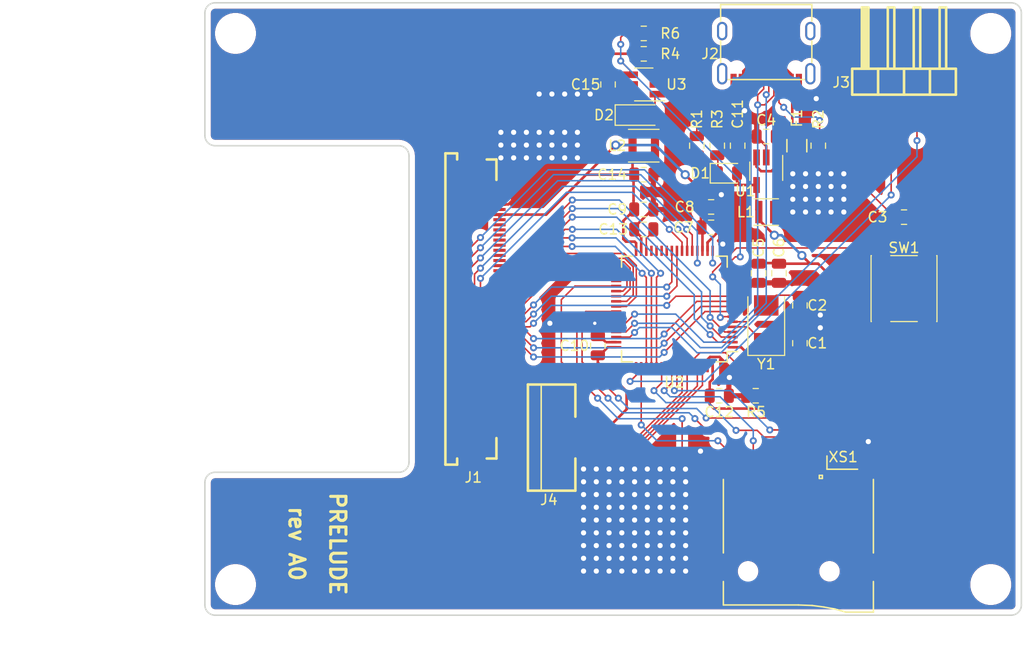
<source format=kicad_pcb>
(kicad_pcb (version 20171130) (host pcbnew "(5.1.0)-1")
  (layers (0 Top signal) (31 Bottom signal) (36 B.SilkS user) (37 F.SilkS user) (38 B.Mask user) (39 F.Mask user) (44 Edge.Cuts user))
  (net 0 "")
  (net 1 "Net-(C1-Pad1)")
  (net 2 GND)
  (net 3 "Net-(C2-Pad1)")
  (net 4 /NRST)
  (net 5 +3V3)
  (net 6 /LED_A)
  (net 7 "Net-(D1-Pad1)")
  (net 8 "Net-(D2-Pad2)")
  (net 9 /VBUS)
  (net 10 /LCD_DB15)
  (net 11 /LCD_DB14)
  (net 12 /LCD_DB13)
  (net 13 /LCD_DB12)
  (net 14 /LCD_DB11)
  (net 15 /LCD_DB10)
  (net 16 /LCD_DB9)
  (net 17 /LCD_DB8)
  (net 18 /LCD_DB7)
  (net 19 /LCD_DB6)
  (net 20 /LCD_DB5)
  (net 21 /LCD_DB4)
  (net 22 /LCD_DB3)
  (net 23 /LCD_DB2)
  (net 24 /LCD_DB1)
  (net 25 /LCD_DB0)
  (net 26 /LCD_RST)
  (net 27 /LCD_CS)
  (net 28 /LCD_RS)
  (net 29 /LCD_WR)
  (net 30 /LCD_RD)
  (net 31 /LED_K)
  (net 32 "Net-(J2-PadA5)")
  (net 33 "Net-(J2-PadB5)")
  (net 34 /SWCLK)
  (net 35 /SWDIO)
  (net 36 "Net-(L1-Pad1)")
  (net 37 /SDIO_CD)
  (net 38 /SDIO_D0)
  (net 39 /SDIO_D1)
  (net 40 /SDIO_D2)
  (net 41 /SDIO_D3)
  (net 42 /SDIO_CLK)
  (net 43 /SDIO_CMD)
  (net 44 "Net-(C13-Pad1)")
  (net 45 "Net-(R5-Pad1)")
  (net 46 /VCC)
  (net 47 /TS_SCL)
  (net 48 /TS_SDA)
  (net 49 /TS_INT)
  (net 50 /TS_RST)
  (net 51 /USB_D+)
  (net 52 /USB_D-)
  (net 53 /LED_CTRL)
  (net 54 "Net-(J1-Pad1)")
  (net 55 "Net-(J1-Pad2)")
  (net 56 "Net-(J1-Pad3)")
  (net 57 "Net-(J1-Pad4)")
  (net 58 "Net-(J1-Pad9)")
  (net 59 "Net-(J1-Pad10)")
  (net 60 "Net-(J1-Pad11)")
  (net 61 "Net-(J1-Pad12)")
  (net 62 "Net-(J1-Pad13)")
  (net 63 "Net-(J1-Pad14)")
  (net 64 "Net-(J1-Pad15)")
  (net 65 "Net-(J1-Pad16)")
  (net 66 "Net-(J1-Pad33)")
  (net 67 "Net-(J1-Pad34)")
  (net 68 "Net-(J1-Pad35)")
  (net 69 "Net-(J1-Pad36)")
  (net 70 "Net-(J1-Pad42)")
  (net 71 "Net-(J1-Pad43)")
  (net 72 "Net-(J1-Pad44)")
  (net 73 "Net-(J1-Pad45)")
  (net 74 "Net-(J1-Pad46)")
  (net 75 "Net-(J1-Pad47)")
  (net 76 "Net-(J1-Pad48)")
  (net 77 "Net-(J2-PadB8)")
  (net 78 "Net-(J2-PadA8)")
  (net 79 "Net-(J4-Pad2)")
  (net 80 "Net-(U2-Pad15)")
  (net 81 "Net-(U2-Pad16)")
  (net 82 "Net-(U2-Pad26)")
  (net 83 "Net-(U2-Pad27)")
  (net 84 "Net-(U2-Pad28)")
  (net 85 "Net-(U2-Pad29)")
  (net 86 "Net-(U2-Pad33)")
  (net 87 "Net-(U2-Pad34)")
  (net 88 "Net-(U2-Pad35)")
  (net 89 "Net-(U2-Pad43)")
  (net 90 "Net-(U2-Pad55)")
  (module Symbol:OSHW-Logo_7.5x8mm_Copper (layer Top) (at 132.66 47 270)
    (fp_text reference REF** hide)
    (fp_text value OSHW-Logo_7.5x8mm_Copper hide)
    (fp_poly (pts (xy 0.500964 -3.601424) (xy 0.576513 -3.200678) (xy 1.134041 -2.970846) (xy 1.468465 -3.198252) (xy 1.562122 -3.261569) (xy 1.646782 -3.318104) (xy 1.718495 -3.365273) (xy 1.773311 -3.400498) (xy 1.80728 -3.421195) (xy 1.81653 -3.425658) (xy 1.833195 -3.41418) (xy 1.868806 -3.382449) (xy 1.919371 -3.334517) (xy 1.9809 -3.274438) (xy 2.049399 -3.206267) (xy 2.120879 -3.134055) (xy 2.191347 -3.061858) (xy 2.256811 -2.993727) (xy 2.31328 -2.933717) (xy 2.356763 -2.885881) (xy 2.383268 -2.854273) (xy 2.389605 -2.843695) (xy 2.380486 -2.824194) (xy 2.35492 -2.781469) (xy 2.315597 -2.719702) (xy 2.265203 -2.643069) (xy 2.206427 -2.555752) (xy 2.172368 -2.505948) (xy 2.110289 -2.415007) (xy 2.055126 -2.332941) (xy 2.009554 -2.263837) (xy 1.97625 -2.211778) (xy 1.95789 -2.18085) (xy 1.955131 -2.17435) (xy 1.961385 -2.155879) (xy 1.978434 -2.112828) (xy 2.003703 -2.051251) (xy 2.034622 -1.977201) (xy 2.068618 -1.89673) (xy 2.103118 -1.815893) (xy 2.135551 -1.740742) (xy 2.163343 -1.677329) (xy 2.183923 -1.631707) (xy 2.194719 -1.609931) (xy 2.195356 -1.609074) (xy 2.212307 -1.604916) (xy 2.257451 -1.595639) (xy 2.32611 -1.582156) (xy 2.413602 -1.565379) (xy 2.51525 -1.546219) (xy 2.574556 -1.53517) (xy 2.683172 -1.51449) (xy 2.781277 -1.494811) (xy 2.863909 -1.477211) (xy 2.926104 -1.462767) (xy 2.962899 -1.452554) (xy 2.970296 -1.449314) (xy 2.97754 -1.427383) (xy 2.983385 -1.377853) (xy 2.987835 -1.306515) (xy 2.990893 -1.219161) (xy 2.992565 -1.121583) (xy 2.992853 -1.019574) (xy 2.991761 -0.918925) (xy 2.989294 -0.825428) (xy 2.985456 -0.744875) (xy 2.98025 -0.683058) (xy 2.973681 -0.64577) (xy 2.969741 -0.638007) (xy 2.946188 -0.628702) (xy 2.896282 -0.6154) (xy 2.826623 -0.599663) (xy 2.743813 -0.583054) (xy 2.714905 -0.577681) (xy 2.575531 -0.552152) (xy 2.465436 -0.531592) (xy 2.380982 -0.515185) (xy 2.31853 -0.502113) (xy 2.274444 -0.491559) (xy 2.245085 -0.482706) (xy 2.226815 -0.474737) (xy 2.215998 -0.466835) (xy 2.214485 -0.465273) (xy 2.199377 -0.440114) (xy 2.176329 -0.39115) (xy 2.147644 -0.324379) (xy 2.115622 -0.245795) (xy 2.082565 -0.161393) (xy 2.050773 -0.07717) (xy 2.022549 0.000879) (xy 2.000193 0.066759) (xy 1.986007 0.114473) (xy 1.982293 0.138027) (xy 1.982602 0.138852) (xy 1.995189 0.158104) (xy 2.023744 0.200463) (xy 2.065267 0.261521) (xy 2.116756 0.336868) (xy 2.175211 0.422096) (xy 2.191858 0.446315) (xy 2.251215 0.534123) (xy 2.303447 0.614238) (xy 2.345708 0.682062) (xy 2.375153 0.732993) (xy 2.388937 0.762431) (xy 2.389605 0.766048) (xy 2.378024 0.785057) (xy 2.346024 0.822714) (xy 2.297718 0.874973) (xy 2.23722 0.937786) (xy 2.168644 1.007106) (xy 2.096104 1.078885) (xy 2.023712 1.149077) (xy 1.955584 1.213635) (xy 1.895832 1.26851) (xy 1.848571 1.309656) (xy 1.817913 1.333026) (xy 1.809432 1.336842) (xy 1.789691 1.327855) (xy 1.749274 1.303616) (xy 1.694763 1.268209) (xy 1.652823 1.239711) (xy 1.576829 1.187418) (xy 1.486834 1.125845) (xy 1.396564 1.06437) (xy 1.348032 1.031469) (xy 1.183762 0.920359) (xy 1.045869 0.994916) (xy 0.983049 1.027578) (xy 0.929629 1.052966) (xy 0.893484 1.067446) (xy 0.884284 1.06946) (xy 0.873221 1.054584) (xy 0.851394 1.012547) (xy 0.820434 0.947227) (xy 0.78197 0.8625) (xy 0.737632 0.762245) (xy 0.689047 0.650339) (xy 0.637846 0.530659) (xy 0.585659 0.407084) (xy 0.534113 0.283491) (xy 0.48484 0.163757) (xy 0.439467 0.051759) (xy 0.399625 -0.048623) (xy 0.366942 -0.133514) (xy 0.343049 -0.199035) (xy 0.329574 -0.24131) (xy 0.327406 -0.255828) (xy 0.344583 -0.274347) (xy 0.38219 -0.30441) (xy 0.432366 -0.339768) (xy 0.436578 -0.342566) (xy 0.566264 -0.446375) (xy 0.670834 -0.567485) (xy 0.749381 -0.702024) (xy 0.800999 -0.846118) (xy 0.824782 -0.995895) (xy 0.819823 -1.147483) (xy 0.785217 -1.297008) (xy 0.720057 -1.4406) (xy 0.700886 -1.472016) (xy 0.601174 -1.598875) (xy 0.483377 -1.700745) (xy 0.351571 -1.777096) (xy 0.209833 -1.827398) (xy 0.062242 -1.851121) (xy -0.087127 -1.847735) (xy -0.234197 -1.816712) (xy -0.374889 -1.75752) (xy -0.505127 -1.669631) (xy -0.545414 -1.633958) (xy -0.647945 -1.522294) (xy -0.722659 -1.404743) (xy -0.77391 -1.27298) (xy -0.802454 -1.142493) (xy -0.8095 -0.995784) (xy -0.786004 -0.848347) (xy -0.734351 -0.705166) (xy -0.656929 -0.571223) (xy -0.556125 -0.451502) (xy -0.434324 -0.350986) (xy -0.418316 -0.340391) (xy -0.367602 -0.305694) (xy -0.32905 -0.27563) (xy -0.310619 -0.256435) (xy -0.310351 -0.255828) (xy -0.314308 -0.235064) (xy -0.329993 -0.187938) (xy -0.355778 -0.118327) (xy -0.390031 -0.030107) (xy -0.431123 0.072844) (xy -0.477424 0.18665) (xy -0.527304 0.307435) (xy -0.579133 0.431321) (xy -0.631281 0.554432) (xy -0.682118 0.672891) (xy -0.730013 0.782823) (xy -0.773338 0.880349) (xy -0.810462 0.961593) (xy -0.839756 1.022679) (xy -0.859588 1.05973) (xy -0.867574 1.06946) (xy -0.891979 1.061883) (xy -0.937642 1.04156) (xy -0.99669 1.012125) (xy -1.02916 0.994916) (xy -1.167053 0.920359) (xy -1.331323 1.031469) (xy -1.415179 1.08839) (xy -1.506987 1.15103) (xy -1.59302 1.210011) (xy -1.636113 1.239711) (xy -1.696723 1.28041) (xy -1.748045 1.312663) (xy -1.783385 1.332384) (xy -1.794863 1.336554) (xy -1.81157 1.325307) (xy -1.848546 1.293911) (xy -1.902205 1.245624) (xy -1.968962 1.183708) (xy -2.045234 1.111421) (xy -2.093473 1.065008) (xy -2.177867 0.982087) (xy -2.250803 0.90792) (xy -2.309331 0.84568) (xy -2.350503 0.798541) (xy -2.371372 0.769673) (xy -2.373374 0.763815) (xy -2.364083 0.741532) (xy -2.338409 0.696477) (xy -2.2992 0.633211) (xy -2.249303 0.556295) (xy -2.191567 0.470292) (xy -2.175149 0.446315) (xy -2.115323 0.35917) (xy -2.06165 0.28071) (xy -2.01713 0.215345) (xy -1.984765 0.167484) (xy -1.967555 0.141535) (xy -1.965893 0.138852) (xy -1.968379 0.118172) (xy -1.981577 0.072704) (xy -2.003186 0.008444) (xy -2.030904 -0.068613) (xy -2.06243 -0.152471) (xy -2.095463 -0.237134) (xy -2.127701 -0.316608) (xy -2.156843 -0.384896) (xy -2.180588 -0.436003) (xy -2.196635 -0.463933) (xy -2.197775 -0.465273) (xy -2.207588 -0.473255) (xy -2.224161 -0.481149) (xy -2.251132 -0.489771) (xy -2.292139 -0.499938) (xy -2.35082 -0.512469) (xy -2.430813 -0.528179) (xy -2.535755 -0.547887) (xy -2.669285 -0.572408) (xy -2.698196 -0.577681) (xy -2.783882 -0.594236) (xy -2.858582 -0.610431) (xy -2.915694 -0.624704) (xy -2.948617 -0.635492) (xy -2.953031 -0.638007) (xy -2.960306 -0.660304) (xy -2.966219 -0.710131) (xy -2.970766 -0.781696) (xy -2.973945 -0.869207) (xy -2.975749 -0.966872) (xy -2.976177 -1.068899) (xy -2.975223 -1.169497) (xy -2.972884 -1.262873) (xy -2.969156 -1.343235) (xy -2.964034 -1.404791) (xy -2.957516 -1.44175) (xy -2.953586 -1.449314) (xy -2.931708 -1.456944) (xy -2.881891 -1.469358) (xy -2.809097 -1.485478) (xy -2.718289 -1.504227) (xy -2.614431 -1.524529) (xy -2.557846 -1.53517) (xy -2.450486 -1.55524) (xy -2.354746 -1.57342) (xy -2.275306 -1.588801) (xy -2.216846 -1.600469) (xy -2.184045 -1.607512) (xy -2.178646 -1.609074) (xy -2.169522 -1.626678) (xy -2.150235 -1.669082) (xy -2.123355 -1.730228) (xy -2.091454 -1.804057) (xy -2.057102 -1.884511) (xy -2.022871 -1.965532) (xy -1.991331 -2.041063) (xy -1.965054 -2.105045) (xy -1.946611 -2.15142) (xy -1.938571 -2.174131) (xy -1.938422 -2.175124) (xy -1.947535 -2.193039) (xy -1.973086 -2.234267) (xy -2.012388 -2.294709) (xy -2.062757 -2.370269) (xy -2.121506 -2.456848) (xy -2.155658 -2.506579) (xy -2.21789 -2.597764) (xy -2.273164 -2.680551) (xy -2.318782 -2.750751) (xy -2.352048 -2.804176) (xy -2.370264 -2.836639) (xy -2.372895 -2.843917) (xy -2.361586 -2.860855) (xy -2.330319 -2.897022) (xy -2.28309 -2.948365) (xy -2.223892 -3.010833) (xy -2.156719 -3.080374) (xy -2.085566 -3.152935) (xy -2.014426 -3.224465) (xy -1.947293 -3.290913) (xy -1.888161 -3.348226) (xy -1.841025 -3.392353) (xy -1.809877 -3.419241) (xy -1.799457 -3.425658) (xy -1.782491 -3.416635) (xy -1.741911 -3.391285) (xy -1.681663 -3.35219) (xy -1.605693 -3.301929) (xy -1.517946 -3.243083) (xy -1.451756 -3.198252) (xy -1.117332 -2.970846) (xy -0.838567 -3.085762) (xy -0.559803 -3.200678) (xy -0.484254 -3.601424) (xy -0.408706 -4.002171) (xy 0.425415 -4.002171) (xy 0.500964 -3.601424)) (layer Top) (width 0.01))
    (fp_poly (pts (xy 2.391388 1.937645) (xy 2.448865 1.955206) (xy 2.485872 1.977395) (xy 2.497927 1.994942) (xy 2.494609 2.015742) (xy 2.473079 2.048419) (xy 2.454874 2.071562) (xy 2.417344 2.113402) (xy 2.389148 2.131005) (xy 2.365111 2.129856) (xy 2.293808 2.11171) (xy 2.241442 2.112534) (xy 2.198918 2.133098) (xy 2.184642 2.145134) (xy 2.138947 2.187483) (xy 2.138947 2.740526) (xy 1.955131 2.740526) (xy 1.955131 1.938421) (xy 2.047039 1.938421) (xy 2.102219 1.940603) (xy 2.130688 1.948351) (xy 2.138943 1.963468) (xy 2.138947 1.963916) (xy 2.142845 1.979749) (xy 2.160474 1.977684) (xy 2.184901 1.966261) (xy 2.23535 1.945005) (xy 2.276316 1.932216) (xy 2.329028 1.928938) (xy 2.391388 1.937645)) (layer Top) (width 0.01))
    (fp_poly (pts (xy -1.002043 1.952226) (xy -0.960454 1.97209) (xy -0.920175 2.000784) (xy -0.88949 2.033809) (xy -0.867139 2.075931) (xy -0.851864 2.131915) (xy -0.842408 2.206528) (xy -0.837513 2.304535) (xy -0.835919 2.430702) (xy -0.835894 2.443914) (xy -0.835527 2.740526) (xy -1.019343 2.740526) (xy -1.019343 2.467081) (xy -1.019473 2.365777) (xy -1.020379 2.292353) (xy -1.022827 2.241271) (xy -1.027586 2.20699) (xy -1.035426 2.183971) (xy -1.047115 2.166673) (xy -1.063398 2.149581) (xy -1.120366 2.112857) (xy -1.182555 2.106042) (xy -1.241801 2.129261) (xy -1.262405 2.146543) (xy -1.27753 2.162791) (xy -1.28839 2.180191) (xy -1.29569 2.204212) (xy -1.300137 2.240322) (xy -1.302436 2.293988) (xy -1.303296 2.37068) (xy -1.303422 2.464043) (xy -1.303422 2.740526) (xy -1.487237 2.740526) (xy -1.487237 1.938421) (xy -1.395329 1.938421) (xy -1.340149 1.940603) (xy -1.31168 1.948351) (xy -1.303425 1.963468) (xy -1.303422 1.963916) (xy -1.299592 1.97872) (xy -1.282699 1.97704) (xy -1.249112 1.960773) (xy -1.172937 1.93684) (xy -1.0858 1.934178) (xy -1.002043 1.952226)) (layer Top) (width 0.01))
    (fp_poly (pts (xy 3.558784 1.935554) (xy 3.601574 1.945949) (xy 3.683609 1.984013) (xy 3.753757 2.042149) (xy 3.802305 2.111852) (xy 3.808975 2.127502) (xy 3.818124 2.168496) (xy 3.824529 2.229138) (xy 3.82671 2.29043) (xy 3.82671 2.406316) (xy 3.584407 2.406316) (xy 3.484471 2.406693) (xy 3.414069 2.408987) (xy 3.369313 2.414938) (xy 3.346315 2.426285) (xy 3.341189 2.444771) (xy 3.350048 2.472136) (xy 3.365917 2.504155) (xy 3.410184 2.557592) (xy 3.471699 2.584215) (xy 3.546885 2.583347) (xy 3.632053 2.554371) (xy 3.705659 2.518611) (xy 3.766734 2.566904) (xy 3.82781 2.615197) (xy 3.770351 2.668285) (xy 3.693641 2.718445) (xy 3.599302 2.748688) (xy 3.497827 2.757151) (xy 3.399711 2.741974) (xy 3.383881 2.736824) (xy 3.297647 2.691791) (xy 3.233501 2.624652) (xy 3.190091 2.533405) (xy 3.166064 2.416044) (xy 3.165784 2.413529) (xy 3.163633 2.285627) (xy 3.172329 2.239997) (xy 3.342105 2.239997) (xy 3.357697 2.247013) (xy 3.400029 2.252388) (xy 3.462434 2.255457) (xy 3.501981 2.255921) (xy 3.575728 2.25563) (xy 3.62184 2.253783) (xy 3.6461 2.248912) (xy 3.654294 2.239555) (xy 3.652206 2.224245) (xy 3.650455 2.218322) (xy 3.62056 2.162668) (xy 3.573542 2.117815) (xy 3.532049 2.098105) (xy 3.476926 2.099295) (xy 3.421068 2.123875) (xy 3.374212 2.16457) (xy 3.346094 2.214108) (xy 3.342105 2.239997) (xy 3.172329 2.239997) (xy 3.185074 2.173133) (xy 3.227611 2.078727) (xy 3.288747 2.005088) (xy 3.365985 1.954893) (xy 3.45683 1.930822) (xy 3.558784 1.935554)) (layer Top) (width 0.01))
    (fp_poly (pts (xy 2.946576 1.945419) (xy 3.043395 1.986549) (xy 3.07389 2.006571) (xy 3.112865 2.03734) (xy 3.137331 2.061533) (xy 3.141578 2.069413) (xy 3.129584 2.086899) (xy 3.098887 2.11657) (xy 3.074312 2.137279) (xy 3.007046 2.191336) (xy 2.95393 2.146642) (xy 2.912884 2.117789) (xy 2.872863 2.107829) (xy 2.827059 2.110261) (xy 2.754324 2.128345) (xy 2.704256 2.165881) (xy 2.673829 2.226562) (xy 2.660017 2.314081) (xy 2.660013 2.314136) (xy 2.661208 2.411958) (xy 2.679772 2.48373) (xy 2.716804 2.532595) (xy 2.74205 2.549143) (xy 2.809097 2.569749) (xy 2.880709 2.569762) (xy 2.943015 2.549768) (xy 2.957763 2.54) (xy 2.99475 2.515047) (xy 3.023668 2.510958) (xy 3.054856 2.52953) (xy 3.089336 2.562887) (xy 3.143912 2.619196) (xy 3.083318 2.669142) (xy 2.989698 2.725513) (xy 2.884125 2.753293) (xy 2.773798 2.751282) (xy 2.701343 2.732862) (xy 2.616656 2.68731) (xy 2.548927 2.61565) (xy 2.518157 2.565066) (xy 2.493236 2.492488) (xy 2.480766 2.400569) (xy 2.48067 2.300948) (xy 2.49287 2.205267) (xy 2.51729 2.125169) (xy 2.521136 2.116956) (xy 2.578093 2.036413) (xy 2.655209 1.977771) (xy 2.74639 1.942247) (xy 2.845543 1.931057) (xy 2.946576 1.945419)) (layer Top) (width 0.01))
    (fp_poly (pts (xy 1.320131 2.198533) (xy 1.32171 2.321089) (xy 1.327481 2.414179) (xy 1.338991 2.481651) (xy 1.35779 2.527355) (xy 1.385426 2.555139) (xy 1.423448 2.568854) (xy 1.470526 2.572358) (xy 1.519832 2.568432) (xy 1.557283 2.554089) (xy 1.584428 2.525478) (xy 1.602815 2.478751) (xy 1.613993 2.410058) (xy 1.619511 2.31555) (xy 1.620921 2.198533) (xy 1.620921 1.938421) (xy 1.804736 1.938421) (xy 1.804736 2.740526) (xy 1.712828 2.740526) (xy 1.657422 2.738281) (xy 1.628891 2.730396) (xy 1.620921 2.715428) (xy 1.61612 2.702097) (xy 1.597014 2.704917) (xy 1.558504 2.723783) (xy 1.470239 2.752887) (xy 1.376623 2.750825) (xy 1.286921 2.719221) (xy 1.244204 2.694257) (xy 1.211621 2.667226) (xy 1.187817 2.633405) (xy 1.171439 2.588068) (xy 1.161131 2.526489) (xy 1.155541 2.443943) (xy 1.153312 2.335705) (xy 1.153026 2.252004) (xy 1.153026 1.938421) (xy 1.320131 1.938421) (xy 1.320131 2.198533)) (layer Top) (width 0.01))
    (fp_poly (pts (xy 0.811669 1.94831) (xy 0.896192 1.99434) (xy 0.962321 2.067006) (xy 0.993478 2.126106) (xy 1.006855 2.178305) (xy 1.015522 2.252719) (xy 1.019237 2.338442) (xy 1.017754 2.424569) (xy 1.010831 2.500193) (xy 1.002745 2.540584) (xy 0.975465 2.59584) (xy 0.92822 2.65453) (xy 0.871282 2.705852) (xy 0.814924 2.739005) (xy 0.81355 2.739531) (xy 0.743616 2.754018) (xy 0.660737 2.754377) (xy 0.581977 2.741188) (xy 0.551566 2.730617) (xy 0.473239 2.686201) (xy 0.417143 2.628007) (xy 0.380286 2.550965) (xy 0.35968 2.450001) (xy 0.355018 2.397116) (xy 0.355613 2.330663) (xy 0.534736 2.330663) (xy 0.54077 2.42763) (xy 0.558138 2.501523) (xy 0.58574 2.548736) (xy 0.605404 2.562237) (xy 0.655787 2.571651) (xy 0.715673 2.568864) (xy 0.767449 2.555316) (xy 0.781027 2.547862) (xy 0.816849 2.504451) (xy 0.840493 2.438014) (xy 0.850558 2.357161) (xy 0.845642 2.270502) (xy 0.834655 2.218349) (xy 0.803109 2.157951) (xy 0.753311 2.120197) (xy 0.693337 2.107143) (xy 0.631264 2.120849) (xy 0.583582 2.154372) (xy 0.558525 2.182031) (xy 0.5439 2.209294) (xy 0.536929 2.24619) (xy 0.534833 2.30275) (xy 0.534736 2.330663) (xy 0.355613 2.330663) (xy 0.356282 2.255994) (xy 0.379265 2.140271) (xy 0.423972 2.049941) (xy 0.490405 1.985) (xy 0.578565 1.945445) (xy 0.597495 1.940858) (xy 0.711266 1.93009) (xy 0.811669 1.94831)) (layer Top) (width 0.01))
    (fp_poly (pts (xy 0.018628 1.935547) (xy 0.081908 1.947548) (xy 0.147557 1.972648) (xy 0.154572 1.975848) (xy 0.204356 2.002026) (xy 0.238834 2.026353) (xy 0.249978 2.041937) (xy 0.239366 2.067353) (xy 0.213588 2.104853) (xy 0.202146 2.118852) (xy 0.154992 2.173954) (xy 0.094201 2.138086) (xy 0.036347 2.114192) (xy -0.0305 2.10142) (xy -0.094606 2.100613) (xy -0.144236 2.112615) (xy -0.156146 2.120105) (xy -0.178828 2.15445) (xy -0.181584 2.194013) (xy -0.164612 2.22492) (xy -0.154573 2.230913) (xy -0.12449 2.238357) (xy -0.071611 2.247106) (xy -0.006425 2.255467) (xy 0.0056 2.256778) (xy 0.110297 2.274888) (xy 0.186232 2.305651) (xy 0.236592 2.351907) (xy 0.264564 2.416497) (xy 0.273278 2.495387) (xy 0.26124 2.585065) (xy 0.222151 2.655486) (xy 0.155855 2.706777) (xy 0.062194 2.739067) (xy -0.041777 2.751807) (xy -0.126562 2.751654) (xy -0.195335 2.740083) (xy -0.242303 2.724109) (xy -0.30165 2.696275) (xy -0.356494 2.663973) (xy -0.375987 2.649755) (xy -0.426119 2.608835) (xy -0.305197 2.486477) (xy -0.236457 2.531967) (xy -0.167512 2.566133) (xy -0.093889 2.584004) (xy -0.023117 2.585889) (xy 0.037274 2.572101) (xy 0.079757 2.542949) (xy 0.093474 2.518352) (xy 0.091417 2.478904) (xy 0.05733 2.448737) (xy -0.008692 2.427906) (xy -0.081026 2.418279) (xy -0.192348 2.39991) (xy -0.275048 2.365254) (xy -0.330235 2.313297) (xy -0.359012 2.243023) (xy -0.362999 2.159707) (xy -0.343307 2.072681) (xy -0.298411 2.006902) (xy -0.227909 1.962068) (xy -0.131399 1.937879) (xy -0.0599 1.933137) (xy 0.018628 1.935547)) (layer Top) (width 0.01))
    (fp_poly (pts (xy -1.802982 1.957027) (xy -1.78633 1.964866) (xy -1.728695 2.007086) (xy -1.674195 2.0687) (xy -1.633501 2.136543) (xy -1.621926 2.167734) (xy -1.611366 2.223449) (xy -1.605069 2.290781) (xy -1.604304 2.318585) (xy -1.604211 2.406316) (xy -2.10915 2.406316) (xy -2.098387 2.45227) (xy -2.071967 2.50662) (xy -2.025778 2.553591) (xy -1.970828 2.583848) (xy -1.935811 2.590131) (xy -1.888323 2.582506) (xy -1.831665 2.563383) (xy -1.812418 2.554584) (xy -1.741241 2.519036) (xy -1.680498 2.565367) (xy -1.645448 2.596703) (xy -1.626798 2.622567) (xy -1.625853 2.630158) (xy -1.642515 2.648556) (xy -1.67903 2.676515) (xy -1.712172 2.698327) (xy -1.801607 2.737537) (xy -1.901871 2.755285) (xy -2.001246 2.75067) (xy -2.080461 2.726551) (xy -2.16212 2.674884) (xy -2.220151 2.606856) (xy -2.256454 2.518843) (xy -2.272928 2.407216) (xy -2.274389 2.356138) (xy -2.268543 2.239091) (xy -2.267825 2.235686) (xy -2.100511 2.235686) (xy -2.095903 2.246662) (xy -2.076964 2.252715) (xy -2.037902 2.25531) (xy -1.972923 2.25591) (xy -1.947903 2.255921) (xy -1.871779 2.255014) (xy -1.823504 2.25172) (xy -1.79754 2.245181) (xy -1.788352 2.234537) (xy -1.788027 2.231119) (xy -1.798513 2.203956) (xy -1.824758 2.165903) (xy -1.836041 2.152579) (xy -1.877928 2.114896) (xy -1.921591 2.10008) (xy -1.945115 2.098842) (xy -2.008757 2.114329) (xy -2.062127 2.15593) (xy -2.095981 2.216353) (xy -2.096581 2.218322) (xy -2.100511 2.235686) (xy -2.267825 2.235686) (xy -2.249101 2.146928) (xy -2.214078 2.07319) (xy -2.171244 2.020848) (xy -2.092052 1.964092) (xy -1.99896 1.933762) (xy -1.899945 1.931021) (xy -1.802982 1.957027)) (layer Top) (width 0.01))
    (fp_poly (pts (xy -3.373216 1.947104) (xy -3.285795 1.985754) (xy -3.21943 2.05029) (xy -3.174024 2.140812) (xy -3.149482 2.257418) (xy -3.147723 2.275624) (xy -3.146344 2.403984) (xy -3.164216 2.516496) (xy -3.20025 2.607688) (xy -3.219545 2.637022) (xy -3.286755 2.699106) (xy -3.37235 2.739316) (xy -3.46811 2.756003) (xy -3.565813 2.747517) (xy -3.640083 2.72138) (xy -3.703953 2.677335) (xy -3.756154 2.619587) (xy -3.757057 2.618236) (xy -3.778256 2.582593) (xy -3.792033 2.546752) (xy -3.800376 2.501519) (xy -3.805273 2.437701) (xy -3.807431 2.385368) (xy -3.808329 2.33791) (xy -3.641257 2.33791) (xy -3.639624 2.385154) (xy -3.633696 2.448046) (xy -3.623239 2.488407) (xy -3.604381 2.517122) (xy -3.586719 2.533896) (xy -3.524106 2.569016) (xy -3.458592 2.57371) (xy -3.397579 2.54844) (xy -3.367072 2.520124) (xy -3.345089 2.491589) (xy -3.332231 2.464284) (xy -3.326588 2.42875) (xy -3.326249 2.375524) (xy -3.327988 2.326506) (xy -3.331729 2.256482) (xy -3.337659 2.211064) (xy -3.348347 2.18144) (xy -3.366361 2.158797) (xy -3.380637 2.145855) (xy -3.440349 2.11186) (xy -3.504766 2.110165) (xy -3.558781 2.130301) (xy -3.60486 2.172352) (xy -3.632311 2.241428) (xy -3.641257 2.33791) (xy -3.808329 2.33791) (xy -3.809401 2.281299) (xy -3.806036 2.203468) (xy -3.795955 2.14493) (xy -3.777774 2.098737) (xy -3.75011 2.057942) (xy -3.739854 2.045828) (xy -3.675722 1.985474) (xy -3.606934 1.95022) (xy -3.522811 1.93545) (xy -3.481791 1.934243) (xy -3.373216 1.947104)) (layer Top) (width 0.01))
    (fp_poly (pts (xy 2.701193 3.196078) (xy 2.781068 3.216845) (xy 2.847962 3.259705) (xy 2.880351 3.291723) (xy 2.933445 3.367413) (xy 2.963873 3.455216) (xy 2.974327 3.56315) (xy 2.97438 3.571875) (xy 2.974473 3.659605) (xy 2.469534 3.659605) (xy 2.480298 3.705559) (xy 2.499732 3.747178) (xy 2.533745 3.790544) (xy 2.54086 3.797467) (xy 2.602003 3.834935) (xy 2.671729 3.841289) (xy 2.751987 3.816638) (xy 2.765592 3.81) (xy 2.807319 3.789819) (xy 2.835268 3.778321) (xy 2.840145 3.777258) (xy 2.857168 3.787583) (xy 2.889633 3.812845) (xy 2.906114 3.82665) (xy 2.940264 3.858361) (xy 2.951478 3.879299) (xy 2.943695 3.89856) (xy 2.939535 3.903827) (xy 2.911357 3.926878) (xy 2.864862 3.954892) (xy 2.832434 3.971246) (xy 2.740385 4.000059) (xy 2.638476 4.009395) (xy 2.541963 3.998332) (xy 2.514934 3.990412) (xy 2.431276 3.945581) (xy 2.369266 3.876598) (xy 2.328545 3.782794) (xy 2.308755 3.663498) (xy 2.306582 3.601118) (xy 2.312926 3.510298) (xy 2.473157 3.510298) (xy 2.488655 3.517012) (xy 2.530312 3.52228) (xy 2.590876 3.525389) (xy 2.631907 3.525921) (xy 2.705711 3.525408) (xy 2.752293 3.523006) (xy 2.777848 3.517422) (xy 2.788569 3.507361) (xy 2.790657 3.492763) (xy 2.776331 3.447796) (xy 2.740262 3.403353) (xy 2.692815 3.369242) (xy 2.645349 3.355288) (xy 2.580879 3.367666) (xy 2.52507 3.403452) (xy 2.486374 3.455033) (xy 2.473157 3.510298) (xy 2.312926 3.510298) (xy 2.315821 3.468866) (xy 2.344336 3.363498) (xy 2.392729 3.284178) (xy 2.461604 3.230071) (xy 2.551565 3.200343) (xy 2.6003 3.194618) (xy 2.701193 3.196078)) (layer Top) (width 0.01))
    (fp_poly (pts (xy 2.173167 3.191447) (xy 2.237408 3.204112) (xy 2.27398 3.222864) (xy 2.312453 3.254017) (xy 2.257717 3.323127) (xy 2.223969 3.364979) (xy 2.201053 3.385398) (xy 2.178279 3.388517) (xy 2.144956 3.378472) (xy 2.129314 3.372789) (xy 2.065542 3.364404) (xy 2.00714 3.382378) (xy 1.964264 3.422982) (xy 1.957299 3.435929) (xy 1.949713 3.470224) (xy 1.943859 3.533427) (xy 1.940011 3.62106) (xy 1.938443 3.72864) (xy 1.938421 3.743944) (xy 1.938421 4.010526) (xy 1.754605 4.010526) (xy 1.754605 3.19171) (xy 1.846513 3.19171) (xy 1.899507 3.193094) (xy 1.927115 3.199252) (xy 1.937324 3.213194) (xy 1.938421 3.226344) (xy 1.938421 3.260978) (xy 1.98245 3.226344) (xy 2.032937 3.202716) (xy 2.10076 3.191033) (xy 2.173167 3.191447)) (layer Top) (width 0.01))
    (fp_poly (pts (xy 1.379992 3.196673) (xy 1.450427 3.21378) (xy 1.470787 3.222844) (xy 1.510253 3.246583) (xy 1.540541 3.273321) (xy 1.562952 3.307699) (xy 1.578786 3.35436) (xy 1.589343 3.417946) (xy 1.595924 3.503099) (xy 1.599828 3.614462) (xy 1.60131 3.688849) (xy 1.606765 4.010526) (xy 1.51358 4.010526) (xy 1.457047 4.008156) (xy 1.427922 4.000055) (xy 1.420394 3.986451) (xy 1.41642 3.971741) (xy 1.398652 3.974554) (xy 1.37444 3.986348) (xy 1.313828 4.004427) (xy 1.235929 4.009299) (xy 1.153995 4.00133) (xy 1.081281 3.980889) (xy 1.074759 3.978051) (xy 1.008302 3.931365) (xy 0.964491 3.866464) (xy 0.944332 3.7906) (xy 0.945872 3.763344) (xy 1.110345 3.763344) (xy 1.124837 3.800024) (xy 1.167805 3.826309) (xy 1.237129 3.840417) (xy 1.274177 3.84229) (xy 1.335919 3.837494) (xy 1.37696 3.818858) (xy 1.386973 3.81) (xy 1.4141 3.761806) (xy 1.420394 3.718092) (xy 1.420394 3.659605) (xy 1.33893 3.659605) (xy 1.244234 3.664432) (xy 1.177813 3.679613) (xy 1.135846 3.7062) (xy 1.126449 3.718052) (xy 1.110345 3.763344) (xy 0.945872 3.763344) (xy 0.948829 3.711026) (xy 0.978985 3.634995) (xy 1.020131 3.583612) (xy 1.045052 3.561397) (xy 1.069448 3.546798) (xy 1.101191 3.537897) (xy 1.148152 3.532775) (xy 1.218204 3.529515) (xy 1.24599 3.528577) (xy 1.420394 3.522879) (xy 1.420138 3.470091) (xy 1.413384 3.414603) (xy 1.388964 3.381052) (xy 1.33963 3.359618) (xy 1.338306 3.359236) (xy 1.26836 3.350808) (xy 1.199914 3.361816) (xy 1.149047 3.388585) (xy 1.128637 3.401803) (xy 1.106654 3.399974) (xy 1.072826 3.380824) (xy 1.052961 3.367308) (xy 1.014106 3.338432) (xy 0.990038 3.316786) (xy 0.986176 3.310589) (xy 1.002079 3.278519) (xy 1.049065 3.240219) (xy 1.069473 3.227297) (xy 1.128143 3.205041) (xy 1.207212 3.192432) (xy 1.295041 3.1896) (xy 1.379992 3.196673)) (layer Top) (width 0.01))
    (fp_poly (pts (xy 0.37413 3.195104) (xy 0.44022 3.200066) (xy 0.526626 3.459079) (xy 0.613031 3.718092) (xy 0.640124 3.626184) (xy 0.656428 3.569384) (xy 0.677875 3.492625) (xy 0.701035 3.408251) (xy 0.71328 3.362993) (xy 0.759344 3.19171) (xy 0.949387 3.19171) (xy 0.892582 3.371349) (xy 0.864607 3.459704) (xy 0.830813 3.566281) (xy 0.79552 3.677454) (xy 0.764013 3.776579) (xy 0.69225 4.002171) (xy 0.537286 4.012253) (xy 0.49527 3.873528) (xy 0.469359 3.787351) (xy 0.441083 3.692347) (xy 0.416369 3.608441) (xy 0.415394 3.605102) (xy 0.396935 3.548248) (xy 0.380649 3.509456) (xy 0.369242 3.494787) (xy 0.366898 3.496483) (xy 0.358671 3.519225) (xy 0.343038 3.56794) (xy 0.321904 3.636502) (xy 0.29717 3.718785) (xy 0.283787 3.764046) (xy 0.211311 4.010526) (xy 0.057495 4.010526) (xy -0.065469 3.622006) (xy -0.100012 3.513022) (xy -0.131479 3.414048) (xy -0.158384 3.329736) (xy -0.179241 3.264734) (xy -0.192562 3.223692) (xy -0.196612 3.211701) (xy -0.193406 3.199423) (xy -0.168235 3.194046) (xy -0.115854 3.194584) (xy -0.107655 3.19499) (xy -0.010518 3.200066) (xy 0.0531 3.434013) (xy 0.076484 3.519333) (xy 0.097381 3.594335) (xy 0.113951 3.652507) (xy 0.124354 3.687337) (xy 0.126276 3.693016) (xy 0.134241 3.686486) (xy 0.150304 3.652654) (xy 0.172621 3.596127) (xy 0.199345 3.52151) (xy 0.221937 3.454107) (xy 0.308041 3.190143) (xy 0.37413 3.195104)) (layer Top) (width 0.01))
    (fp_poly (pts (xy -0.267369 4.010526) (xy -0.359277 4.010526) (xy -0.412623 4.008962) (xy -0.440407 4.002485) (xy -0.45041 3.988418) (xy -0.451185 3.978906) (xy -0.452872 3.959832) (xy -0.46351 3.956174) (xy -0.491465 3.967932) (xy -0.513205 3.978906) (xy -0.596668 4.004911) (xy -0.687396 4.006416) (xy -0.761158 3.987021) (xy -0.829846 3.940165) (xy -0.882206 3.871004) (xy -0.910878 3.789427) (xy -0.911608 3.784866) (xy -0.915868 3.735101) (xy -0.917986 3.663659) (xy -0.917816 3.609626) (xy -0.73528 3.609626) (xy -0.731051 3.681441) (xy -0.721432 3.740634) (xy -0.70841 3.77406) (xy -0.659144 3.81974) (xy -0.60065 3.836115) (xy -0.540329 3.822873) (xy -0.488783 3.783373) (xy -0.469262 3.756807) (xy -0.457848 3.725106) (xy -0.452502 3.678832) (xy -0.451185 3.609328) (xy -0.453542 3.540499) (xy -0.459767 3.480026) (xy -0.468592 3.439556) (xy -0.470063 3.435929) (xy -0.505653 3.392802) (xy -0.5576 3.369124) (xy -0.615722 3.365301) (xy -0.66984 3.381738) (xy -0.709774 3.41884) (xy -0.713917 3.426222) (xy -0.726884 3.471239) (xy -0.733948 3.535967) (xy -0.73528 3.609626) (xy -0.917816 3.609626) (xy -0.917729 3.58223) (xy -0.916528 3.538405) (xy -0.908355 3.429988) (xy -0.89137 3.348588) (xy -0.863113 3.288412) (xy -0.821128 3.243666) (xy -0.780368 3.2174) (xy -0.723419 3.198935) (xy -0.652589 3.192602) (xy -0.580059 3.19776) (xy -0.518014 3.213769) (xy -0.485232 3.23292) (xy -0.451185 3.263732) (xy -0.451185 2.87421) (xy -0.267369 2.87421) (xy -0.267369 4.010526)) (layer Top) (width 0.01))
    (fp_poly (pts (xy -1.320119 3.193486) (xy -1.295112 3.200982) (xy -1.28705 3.217451) (xy -1.286711 3.224886) (xy -1.285264 3.245594) (xy -1.275302 3.248845) (xy -1.248388 3.234648) (xy -1.232402 3.224948) (xy -1.181967 3.204175) (xy -1.121728 3.193904) (xy -1.058566 3.193114) (xy -0.999363 3.200786) (xy -0.950998 3.215898) (xy -0.920354 3.237432) (xy -0.914311 3.264366) (xy -0.917361 3.27166) (xy -0.939594 3.301937) (xy -0.97407 3.339175) (xy -0.980306 3.345195) (xy -1.013167 3.372875) (xy -1.04152 3.381818) (xy -1.081173 3.375576) (xy -1.097058 3.371429) (xy -1.146491 3.361467) (xy -1.181248 3.365947) (xy -1.2106 3.381746) (xy -1.237487 3.402949) (xy -1.25729 3.429614) (xy -1.271052 3.466827) (xy -1.279816 3.519673) (xy -1.284626 3.593237) (xy -1.286526 3.692605) (xy -1.286711 3.752601) (xy -1.286711 4.010526) (xy -1.453816 4.010526) (xy -1.453816 3.19171) (xy -1.370264 3.19171) (xy -1.320119 3.193486)) (layer Top) (width 0.01))
    (fp_poly (pts (xy -1.839543 3.198184) (xy -1.76093 3.21916) (xy -1.701084 3.25718) (xy -1.658853 3.306978) (xy -1.645725 3.32823) (xy -1.636032 3.350492) (xy -1.629256 3.37897) (xy -1.624877 3.418871) (xy -1.622376 3.475401) (xy -1.621232 3.553767) (xy -1.620928 3.659176) (xy -1.620922 3.687142) (xy -1.620922 4.010526) (xy -1.701132 4.010526) (xy -1.752294 4.006943) (xy -1.790123 3.997866) (xy -1.799601 3.992268) (xy -1.825512 3.982606) (xy -1.851976 3.992268) (xy -1.895548 4.00433) (xy -1.95884 4.009185) (xy -2.02899 4.007078) (xy -2.09314 3.998256) (xy -2.130593 3.986937) (xy -2.203067 3.940412) (xy -2.24836 3.875846) (xy -2.268722 3.79) (xy -2.268912 3.787796) (xy -2.267125 3.749713) (xy -2.105527 3.749713) (xy -2.091399 3.79303) (xy -2.068388 3.817408) (xy -2.022196 3.835845) (xy -1.961225 3.843205) (xy -1.899051 3.839583) (xy -1.849249 3.825074) (xy -1.835297 3.815765) (xy -1.810915 3.772753) (xy -1.804737 3.723857) (xy -1.804737 3.659605) (xy -1.897182 3.659605) (xy -1.985005 3.666366) (xy -2.051582 3.68552) (xy -2.092998 3.715376) (xy -2.105527 3.749713) (xy -2.267125 3.749713) (xy -2.26451 3.694004) (xy -2.233576 3.619847) (xy -2.175419 3.563767) (xy -2.16738 3.558665) (xy -2.132837 3.542055) (xy -2.090082 3.531996) (xy -2.030314 3.527107) (xy -1.95931 3.525983) (xy -1.804737 3.525921) (xy -1.804737 3.461125) (xy -1.811294 3.41085) (xy -1.828025 3.377169) (xy -1.829984 3.375376) (xy -1.867217 3.360642) (xy -1.92342 3.354931) (xy -1.985533 3.357737) (xy -2.04049 3.368556) (xy -2.073101 3.384782) (xy -2.090772 3.39778) (xy -2.109431 3.400262) (xy -2.135181 3.389613) (xy -2.174127 3.363218) (xy -2.23237 3.318465) (xy -2.237716 3.314273) (xy -2.234977 3.29876) (xy -2.212124 3.27296) (xy -2.177391 3.244289) (xy -2.13901 3.220166) (xy -2.126952 3.21447) (xy -2.082966 3.203103) (xy -2.018513 3.194995) (xy -1.946503 3.191743) (xy -1.943136 3.191736) (xy -1.839543 3.198184)) (layer Top) (width 0.01))
    (fp_poly (pts (xy -2.53664 1.952468) (xy -2.501408 1.969874) (xy -2.45796 2.000206) (xy -2.426294 2.033283) (xy -2.404606 2.074817) (xy -2.391097 2.130522) (xy -2.383962 2.206111) (xy -2.3814 2.307296) (xy -2.38125 2.350797) (xy -2.381688 2.446135) (xy -2.383504 2.514271) (xy -2.387455 2.561418) (xy -2.394298 2.59379) (xy -2.404789 2.6176) (xy -2.415704 2.633843) (xy -2.485381 2.702952) (xy -2.567434 2.744521) (xy -2.65595 2.757023) (xy -2.745019 2.738934) (xy -2.773237 2.726142) (xy -2.84079 2.690931) (xy -2.84079 3.2427) (xy -2.791488 3.217205) (xy -2.726527 3.19748) (xy -2.64668 3.192427) (xy -2.566948 3.201756) (xy -2.506735 3.222714) (xy -2.456792 3.262627) (xy -2.414119 3.319741) (xy -2.41091 3.325605) (xy -2.397378 3.353227) (xy -2.387495 3.381068) (xy -2.380691 3.414794) (xy -2.376399 3.460071) (xy -2.374049 3.522562) (xy -2.373072 3.607935) (xy -2.372895 3.70401) (xy -2.372895 4.010526) (xy -2.556711 4.010526) (xy -2.556711 3.445339) (xy -2.608125 3.402077) (xy -2.661534 3.367472) (xy -2.712112 3.36118) (xy -2.76297 3.377372) (xy -2.790075 3.393227) (xy -2.810249 3.41581) (xy -2.824597 3.44994) (xy -2.834224 3.500434) (xy -2.840237 3.572111) (xy -2.84374 3.669788) (xy -2.844974 3.734802) (xy -2.849145 4.002171) (xy -2.936875 4.007222) (xy -3.024606 4.012273) (xy -3.024606 2.353101) (xy -2.84079 2.353101) (xy -2.836104 2.4456) (xy -2.820312 2.509809) (xy -2.790817 2.549759) (xy -2.74502 2.56948) (xy -2.69875 2.573421) (xy -2.646372 2.568892) (xy -2.61161 2.551069) (xy -2.589872 2.527519) (xy -2.57276 2.502189) (xy -2.562573 2.473969) (xy -2.55804 2.434431) (xy -2.557891 2.375142) (xy -2.559416 2.325498) (xy -2.562919 2.25071) (xy -2.568133 2.201611) (xy -2.576913 2.170467) (xy -2.591114 2.149545) (xy -2.604516 2.137452) (xy -2.660513 2.111081) (xy -2.726789 2.106822) (xy -2.764844 2.115906) (xy -2.802523 2.148196) (xy -2.827481 2.211006) (xy -2.839578 2.303894) (xy -2.84079 2.353101) (xy -3.024606 2.353101) (xy -3.024606 1.938421) (xy -2.932698 1.938421) (xy -2.877517 1.940603) (xy -2.849048 1.948351) (xy -2.840794 1.963468) (xy -2.84079 1.963916) (xy -2.83696 1.97872) (xy -2.820067 1.977039) (xy -2.786481 1.960772) (xy -2.708222 1.935887) (xy -2.620173 1.933271) (xy -2.53664 1.952468)) (layer Top) (width 0.01))
  )
  (module MountingHole:MountingHole_3mm (layer Top) (at 123 43)
    (fp_text reference REF** hide)
    (fp_text value MountingHole_3mm)
    (pad 1 np_thru_hole circle (at 0 0) (size 3 3) (drill 3) (layers *.Cu *.Mask))
  )
  (module MountingHole:MountingHole_3mm (layer Top) (at 123 97)
    (fp_text reference REF** hide)
    (fp_text value MountingHole_3mm)
    (pad 1 np_thru_hole circle (at 0 0) (size 3 3) (drill 3) (layers *.Cu *.Mask))
  )
  (module MountingHole:MountingHole_3mm (layer Top) (at 197 97)
    (fp_text reference REF** hide)
    (fp_text value MountingHole_3mm)
    (pad 1 np_thru_hole circle (at 0 0) (size 3 3) (drill 3) (layers *.Cu *.Mask))
  )
  (module MountingHole:MountingHole_3mm (layer Top) (at 197 43)
    (fp_text reference REF** hide)
    (fp_text value MountingHole_3mm)
    (pad 1 np_thru_hole circle (at 0 0) (size 3 3) (drill 3) (layers *.Cu *.Mask))
  )
  (module volium:Conn_uSDcard (layer Top) (at 178.15 95.7)
    (fp_text reference XS1 (at 4.39 -11.2 180) (layer F.SilkS))
    (fp_text value SD_ebay-uSD-push_push_SMD hide)
    (pad 6 smd rect (at 7.75 -0.4) (size 1.2 2.2) (layers Top F.Paste F.Mask) (net 2 GND))
    (pad 6 smd rect (at -7.75 -0.4) (size 1.2 2.2) (layers Top F.Paste F.Mask) (net 2 GND))
    (pad 6 smd rect (at 6.85 -10) (size 1.6 1.4) (layers Top F.Paste F.Mask) (net 2 GND))
    (pad 6 smd rect (at -7.75 -10) (size 1.2 1.4) (layers Top F.Paste F.Mask) (net 2 GND))
    (pad 9 smd rect (at -6.6 -10.5) (size 0.7 1.6) (layers Top F.Paste F.Mask) (net 37 /SDIO_CD))
    (pad 7 smd rect (at -4.4 -10.5) (size 0.7 1.6) (layers Top F.Paste F.Mask) (net 38 /SDIO_D0))
    (pad 8 smd rect (at -5.5 -10.5) (size 0.7 1.6) (layers Top F.Paste F.Mask) (net 39 /SDIO_D1))
    (pad 6 smd rect (at -3.3 -10.5) (size 0.7 1.6) (layers Top F.Paste F.Mask) (net 2 GND))
    (pad 5 smd rect (at -2.2 -10.5) (size 0.7 1.6) (layers Top F.Paste F.Mask) (net 42 /SDIO_CLK))
    (pad 4 smd rect (at -1.1 -10.5) (size 0.7 1.6) (layers Top F.Paste F.Mask) (net 5 +3V3))
    (pad 1 smd rect (at 2.2 -10.5) (size 0.7 1.6) (layers Top F.Paste F.Mask) (net 40 /SDIO_D2))
    (pad 2 smd rect (at 1.1 -10.5) (size 0.7 1.6) (layers Top F.Paste F.Mask) (net 41 /SDIO_D3))
    (pad "" np_thru_hole circle (at 3.05 0) (size 1 1) (drill 1) (layers *.Cu *.Mask))
    (pad "" np_thru_hole circle (at -4.93 0) (size 1 1) (drill 1) (layers *.Cu *.Mask))
    (pad 3 smd rect (at 0 -10.5) (size 0.7 1.6) (layers Top F.Paste F.Mask) (net 43 /SDIO_CMD))
  )
  (module Diode_SMD:D_SOD-123 (layer Top) (at 162.45 51)
    (fp_text reference D2 (at -3.35 0 180) (layer F.SilkS))
    (fp_text value MBR0530)
    (pad 2 smd rect (at 1.65 0) (size 0.9 1.2) (layers Top F.Paste F.Mask) (net 8 "Net-(D2-Pad2)"))
    (pad 1 smd rect (at -1.65 0) (size 0.9 1.2) (layers Top F.Paste F.Mask) (net 6 /LED_A))
  )
  (module volium:MF-PSMF050X (layer Top) (at 178 54 90)
    (fp_text reference F1 (at 2.7 0 90) (layer F.SilkS))
    (fp_text value Polyfuse)
    (pad 1 smd rect (at -1.1 0 90) (size 1 1.5) (layers Top F.Paste F.Mask) (net 46 /VCC))
    (pad 2 smd rect (at 1.1 0 90) (size 1 1.5) (layers Top F.Paste F.Mask) (net 9 /VBUS))
  )
  (module volium:62684-502100ALF (layer Top) (at 146.315 70 270)
    (fp_text reference J1 (at 16.5 0.015) (layer F.SilkS))
    (fp_text value CONN_01X50)
    (pad "" smd trapezoid (at 14.35 0.55 270) (size 2.4 1.6) (layers Top F.Paste F.Mask))
    (pad "" smd trapezoid (at -14.35 0.55 270) (size 2.4 1.6) (layers Top F.Paste F.Mask))
    (pad "" smd trapezoid (at 13.95 0.15 270) (size 1.6 2.4) (layers Top F.Paste F.Mask))
    (pad 1 smd rect (at -12.25 -2.55 270) (size 0.3 1.2) (layers Top F.Paste F.Mask) (net 54 "Net-(J1-Pad1)"))
    (pad 2 smd rect (at -11.75 -2.55 270) (size 0.3 1.2) (layers Top F.Paste F.Mask) (net 55 "Net-(J1-Pad2)"))
    (pad 3 smd rect (at -11.25 -2.55 270) (size 0.3 1.2) (layers Top F.Paste F.Mask) (net 56 "Net-(J1-Pad3)"))
    (pad 4 smd rect (at -10.75 -2.55 270) (size 0.3 1.2) (layers Top F.Paste F.Mask) (net 57 "Net-(J1-Pad4)"))
    (pad 5 smd rect (at -10.25 -2.55 270) (size 0.3 1.2) (layers Top F.Paste F.Mask) (net 2 GND))
    (pad 6 smd rect (at -9.75 -2.55 270) (size 0.3 1.2) (layers Top F.Paste F.Mask) (net 2 GND))
    (pad 7 smd rect (at -9.25 -2.55 270) (size 0.3 1.2) (layers Top F.Paste F.Mask) (net 5 +3V3))
    (pad 8 smd rect (at -8.75 -2.55 270) (size 0.3 1.2) (layers Top F.Paste F.Mask) (net 5 +3V3))
    (pad 9 smd rect (at -8.25 -2.55 270) (size 0.3 1.2) (layers Top F.Paste F.Mask) (net 58 "Net-(J1-Pad9)"))
    (pad 10 smd rect (at -7.75 -2.55 270) (size 0.3 1.2) (layers Top F.Paste F.Mask) (net 59 "Net-(J1-Pad10)"))
    (pad 11 smd rect (at -7.25 -2.55 270) (size 0.3 1.2) (layers Top F.Paste F.Mask) (net 60 "Net-(J1-Pad11)"))
    (pad 12 smd rect (at -6.75 -2.55 270) (size 0.3 1.2) (layers Top F.Paste F.Mask) (net 61 "Net-(J1-Pad12)"))
    (pad 13 smd rect (at -6.25 -2.55 270) (size 0.3 1.2) (layers Top F.Paste F.Mask) (net 62 "Net-(J1-Pad13)"))
    (pad 14 smd rect (at -5.75 -2.55 270) (size 0.3 1.2) (layers Top F.Paste F.Mask) (net 63 "Net-(J1-Pad14)"))
    (pad 15 smd rect (at -5.25 -2.55 270) (size 0.3 1.2) (layers Top F.Paste F.Mask) (net 64 "Net-(J1-Pad15)"))
    (pad 16 smd rect (at -4.75 -2.55 270) (size 0.3 1.2) (layers Top F.Paste F.Mask) (net 65 "Net-(J1-Pad16)"))
    (pad 17 smd rect (at -4.25 -2.55 270) (size 0.3 1.2) (layers Top F.Paste F.Mask) (net 10 /LCD_DB15))
    (pad 18 smd rect (at -3.75 -2.55 270) (size 0.3 1.2) (layers Top F.Paste F.Mask) (net 11 /LCD_DB14))
    (pad 19 smd rect (at -3.25 -2.55 270) (size 0.3 1.2) (layers Top F.Paste F.Mask) (net 12 /LCD_DB13))
    (pad 20 smd rect (at -2.75 -2.55 270) (size 0.3 1.2) (layers Top F.Paste F.Mask) (net 13 /LCD_DB12))
    (pad 21 smd rect (at -2.25 -2.55 270) (size 0.3 1.2) (layers Top F.Paste F.Mask) (net 14 /LCD_DB11))
    (pad 22 smd rect (at -1.75 -2.55 270) (size 0.3 1.2) (layers Top F.Paste F.Mask) (net 15 /LCD_DB10))
    (pad 23 smd rect (at -1.25 -2.55 270) (size 0.3 1.2) (layers Top F.Paste F.Mask) (net 16 /LCD_DB9))
    (pad 24 smd rect (at -0.75 -2.55 270) (size 0.3 1.2) (layers Top F.Paste F.Mask) (net 17 /LCD_DB8))
    (pad 25 smd rect (at -0.25 -2.55 270) (size 0.3 1.2) (layers Top F.Paste F.Mask) (net 18 /LCD_DB7))
    (pad 26 smd rect (at 0.25 -2.55 270) (size 0.3 1.2) (layers Top F.Paste F.Mask) (net 19 /LCD_DB6))
    (pad 27 smd rect (at 0.75 -2.55 270) (size 0.3 1.2) (layers Top F.Paste F.Mask) (net 20 /LCD_DB5))
    (pad 28 smd rect (at 1.25 -2.55 270) (size 0.3 1.2) (layers Top F.Paste F.Mask) (net 21 /LCD_DB4))
    (pad 29 smd rect (at 1.75 -2.55 270) (size 0.3 1.2) (layers Top F.Paste F.Mask) (net 22 /LCD_DB3))
    (pad 30 smd rect (at 2.25 -2.55 270) (size 0.3 1.2) (layers Top F.Paste F.Mask) (net 23 /LCD_DB2))
    (pad 31 smd rect (at 2.75 -2.55 270) (size 0.3 1.2) (layers Top F.Paste F.Mask) (net 24 /LCD_DB1))
    (pad 32 smd rect (at 3.25 -2.55 270) (size 0.3 1.2) (layers Top F.Paste F.Mask) (net 25 /LCD_DB0))
    (pad 33 smd rect (at 3.75 -2.55 270) (size 0.3 1.2) (layers Top F.Paste F.Mask) (net 66 "Net-(J1-Pad33)"))
    (pad 34 smd rect (at 4.25 -2.55 270) (size 0.3 1.2) (layers Top F.Paste F.Mask) (net 67 "Net-(J1-Pad34)"))
    (pad 35 smd rect (at 4.75 -2.55 270) (size 0.3 1.2) (layers Top F.Paste F.Mask) (net 68 "Net-(J1-Pad35)"))
    (pad 36 smd rect (at 5.25 -2.55 270) (size 0.3 1.2) (layers Top F.Paste F.Mask) (net 69 "Net-(J1-Pad36)"))
    (pad 37 smd rect (at 5.75 -2.55 270) (size 0.3 1.2) (layers Top F.Paste F.Mask) (net 26 /LCD_RST))
    (pad 38 smd rect (at 6.25 -2.55 270) (size 0.3 1.2) (layers Top F.Paste F.Mask) (net 27 /LCD_CS))
    (pad 39 smd rect (at 6.75 -2.55 270) (size 0.3 1.2) (layers Top F.Paste F.Mask) (net 28 /LCD_RS))
    (pad 40 smd rect (at 7.25 -2.55 270) (size 0.3 1.2) (layers Top F.Paste F.Mask) (net 29 /LCD_WR))
    (pad 41 smd rect (at 7.75 -2.55 270) (size 0.3 1.2) (layers Top F.Paste F.Mask) (net 30 /LCD_RD))
    (pad 42 smd rect (at 8.25 -2.55 270) (size 0.3 1.2) (layers Top F.Paste F.Mask) (net 70 "Net-(J1-Pad42)"))
    (pad 43 smd rect (at 8.75 -2.55 270) (size 0.3 1.2) (layers Top F.Paste F.Mask) (net 71 "Net-(J1-Pad43)"))
    (pad 44 smd rect (at 9.25 -2.55 270) (size 0.3 1.2) (layers Top F.Paste F.Mask) (net 72 "Net-(J1-Pad44)"))
    (pad 45 smd rect (at 9.75 -2.55 270) (size 0.3 1.2) (layers Top F.Paste F.Mask) (net 73 "Net-(J1-Pad45)"))
    (pad 46 smd rect (at 10.25 -2.55 270) (size 0.3 1.2) (layers Top F.Paste F.Mask) (net 74 "Net-(J1-Pad46)"))
    (pad 47 smd rect (at 10.75 -2.55 270) (size 0.3 1.2) (layers Top F.Paste F.Mask) (net 75 "Net-(J1-Pad47)"))
    (pad 48 smd rect (at 11.25 -2.55 270) (size 0.3 1.2) (layers Top F.Paste F.Mask) (net 76 "Net-(J1-Pad48)"))
    (pad 49 smd rect (at 11.75 -2.55 270) (size 0.3 1.2) (layers Top F.Paste F.Mask) (net 6 /LED_A))
    (pad 50 smd rect (at 12.25 -2.55 270) (size 0.3 1.2) (layers Top F.Paste F.Mask) (net 31 /LED_K))
    (pad "" smd trapezoid (at -13.95 0.15 270) (size 1.6 2.4) (layers Top F.Paste F.Mask))
  )
  (module volium:M20-8890445 (layer Top) (at 188.5 51)
    (fp_text reference J3 (at -6.15 -3.2 180) (layer F.SilkS))
    (fp_text value Conn_01x04)
    (pad 1 smd rect (at -3.81 0) (size 1.02 3.17) (layers Top F.Paste F.Mask) (net 4 /NRST))
    (pad 2 smd rect (at -1.27 0) (size 1.02 3.17) (layers Top F.Paste F.Mask) (net 34 /SWCLK))
    (pad 3 smd rect (at 1.27 0) (size 1.02 3.17) (layers Top F.Paste F.Mask) (net 35 /SWDIO))
    (pad 4 smd rect (at 3.81 0) (size 1.02 3.17) (layers Top F.Paste F.Mask) (net 2 GND))
  )
  (module volium:WE_68710814022 (layer Top) (at 153.8 82.6 270)
    (fp_text reference J4 (at 6.1 0.1) (layer F.SilkS))
    (fp_text value Conn_01x08)
    (pad 1 smd rect (at -1.75 -2.63 270) (size 0.3 1.2) (layers Top F.Paste F.Mask) (net 2 GND))
    (pad 2 smd rect (at -1.25 -2.63 270) (size 0.3 1.2) (layers Top F.Paste F.Mask) (net 79 "Net-(J4-Pad2)"))
    (pad 3 smd rect (at -0.75 -2.63 270) (size 0.3 1.2) (layers Top F.Paste F.Mask) (net 5 +3V3))
    (pad 4 smd rect (at -0.25 -2.63 270) (size 0.3 1.2) (layers Top F.Paste F.Mask) (net 47 /TS_SCL))
    (pad 5 smd rect (at 0.25 -2.63 270) (size 0.3 1.2) (layers Top F.Paste F.Mask) (net 48 /TS_SDA))
    (pad 6 smd rect (at 0.75 -2.63 270) (size 0.3 1.2) (layers Top F.Paste F.Mask) (net 49 /TS_INT))
    (pad 7 smd rect (at 1.25 -2.63 270) (size 0.3 1.2) (layers Top F.Paste F.Mask) (net 50 /TS_RST))
    (pad 8 smd rect (at 1.75 -2.63 270) (size 0.3 1.2) (layers Top F.Paste F.Mask) (net 2 GND))
    (pad "" smd rect (at -3.68 -0.77 270) (size 2.7 3) (layers Top F.Paste F.Mask))
    (pad "" smd rect (at 3.68 -0.77 270) (size 2.7 3) (layers Top F.Paste F.Mask))
  )
  (module Capacitor_SMD:C_0805_2012Metric (layer Top) (at 178.3 73.35 90)
    (fp_text reference C1 (at 0 1.7 180) (layer F.SilkS))
    (fp_text value 8p)
    (pad 1 smd roundrect (at -0.9375 0 90) (size 0.975 1.4) (layers Top F.Paste F.Mask) (net 1 "Net-(C1-Pad1)"))
    (pad 2 smd roundrect (at 0.9375 0 90) (size 0.975 1.4) (layers Top F.Paste F.Mask) (net 2 GND))
  )
  (module Capacitor_SMD:C_0805_2012Metric (layer Top) (at 178.3 69.65 270)
    (fp_text reference C2 (at -0.01 -1.7) (layer F.SilkS))
    (fp_text value 8p)
    (pad 2 smd roundrect (at 0.9375 0 270) (size 0.975 1.4) (layers Top F.Paste F.Mask) (net 2 GND))
    (pad 1 smd roundrect (at -0.9375 0 270) (size 0.975 1.4) (layers Top F.Paste F.Mask) (net 3 "Net-(C2-Pad1)"))
  )
  (module Capacitor_SMD:C_0805_2012Metric (layer Top) (at 188.5 61)
    (fp_text reference C3 (at -2.6 0 180) (layer F.SilkS))
    (fp_text value 100n)
    (pad 2 smd roundrect (at 0.9375 0) (size 0.975 1.4) (layers Top F.Paste F.Mask) (net 2 GND))
    (pad 1 smd roundrect (at -0.9375 0) (size 0.975 1.4) (layers Top F.Paste F.Mask) (net 4 /NRST))
  )
  (module Capacitor_SMD:C_0805_2012Metric (layer Top) (at 175 53.1 180)
    (fp_text reference C4 (at 0 1.6 180) (layer F.SilkS))
    (fp_text value 10uF)
    (pad 2 smd roundrect (at 0.9375 0 180) (size 0.975 1.4) (layers Top F.Paste F.Mask) (net 2 GND))
    (pad 1 smd roundrect (at -0.9375 0 180) (size 0.975 1.4) (layers Top F.Paste F.Mask) (net 46 /VCC))
  )
  (module Capacitor_SMD:C_0805_2012Metric (layer Top) (at 174.25 66.5 270)
    (fp_text reference C5 (at -2.5 0 270) (layer F.SilkS))
    (fp_text value 100n)
    (pad 1 smd roundrect (at -0.9375 0 270) (size 0.975 1.4) (layers Top F.Paste F.Mask) (net 5 +3V3))
    (pad 2 smd roundrect (at 0.9375 0 270) (size 0.975 1.4) (layers Top F.Paste F.Mask) (net 2 GND))
  )
  (module Capacitor_SMD:C_0805_2012Metric (layer Top) (at 176.25 66.5 270)
    (fp_text reference C6 (at -2.5 0 270) (layer F.SilkS))
    (fp_text value 1u)
    (pad 2 smd roundrect (at 0.9375 0 270) (size 0.975 1.4) (layers Top F.Paste F.Mask) (net 2 GND))
    (pad 1 smd roundrect (at -0.9375 0 270) (size 0.975 1.4) (layers Top F.Paste F.Mask) (net 5 +3V3))
  )
  (module Capacitor_SMD:C_0805_2012Metric (layer Top) (at 169.6 62)
    (fp_text reference C7 (at -2.7 0) (layer F.SilkS))
    (fp_text value 10u)
    (pad 1 smd roundrect (at -0.9375 0) (size 0.975 1.4) (layers Top F.Paste F.Mask) (net 5 +3V3))
    (pad 2 smd roundrect (at 0.9375 0) (size 0.975 1.4) (layers Top F.Paste F.Mask) (net 2 GND))
  )
  (module Capacitor_SMD:C_0805_2012Metric (layer Top) (at 169.6 60)
    (fp_text reference C8 (at -2.6 0) (layer F.SilkS))
    (fp_text value 100n)
    (pad 2 smd roundrect (at 0.9375 0) (size 0.975 1.4) (layers Top F.Paste F.Mask) (net 2 GND))
    (pad 1 smd roundrect (at -0.9375 0) (size 0.975 1.4) (layers Top F.Paste F.Mask) (net 5 +3V3))
  )
  (module Capacitor_SMD:C_0805_2012Metric (layer Top) (at 163 60.25)
    (fp_text reference C9 (at -2.6 -0.01 180) (layer F.SilkS))
    (fp_text value 100n)
    (pad 1 smd roundrect (at -0.9375 0) (size 0.975 1.4) (layers Top F.Paste F.Mask) (net 5 +3V3))
    (pad 2 smd roundrect (at 0.9375 0) (size 0.975 1.4) (layers Top F.Paste F.Mask) (net 2 GND))
  )
  (module Capacitor_SMD:C_0805_2012Metric (layer Top) (at 158.5 73.6 90)
    (fp_text reference C10 (at 0 -2.3 180) (layer F.SilkS))
    (fp_text value 100n)
    (pad 2 smd roundrect (at 0.9375 0 90) (size 0.975 1.4) (layers Top F.Paste F.Mask) (net 2 GND))
    (pad 1 smd roundrect (at -0.9375 0 90) (size 0.975 1.4) (layers Top F.Paste F.Mask) (net 5 +3V3))
  )
  (module Capacitor_SMD:C_0805_2012Metric (layer Top) (at 172.2 54 90)
    (fp_text reference C11 (at 3.1 0 90) (layer F.SilkS))
    (fp_text value 22u)
    (pad 1 smd roundrect (at -0.9375 0 90) (size 0.975 1.4) (layers Top F.Paste F.Mask) (net 5 +3V3))
    (pad 2 smd roundrect (at 0.9375 0 90) (size 0.975 1.4) (layers Top F.Paste F.Mask) (net 2 GND))
  )
  (module Capacitor_SMD:C_0805_2012Metric (layer Top) (at 170.4 78.5)
    (fp_text reference C12 (at 0 1.6) (layer F.SilkS))
    (fp_text value 100n)
    (pad 1 smd roundrect (at -0.9375 0) (size 0.975 1.4) (layers Top F.Paste F.Mask) (net 5 +3V3))
    (pad 2 smd roundrect (at 0.9375 0) (size 0.975 1.4) (layers Top F.Paste F.Mask) (net 2 GND))
  )
  (module Capacitor_SMD:C_0805_2012Metric (layer Top) (at 163 62.2 180)
    (fp_text reference C13 (at 3 0.01) (layer F.SilkS))
    (fp_text value "4.7u  LowESR < 1Ω Ceramic")
    (pad 2 smd roundrect (at 0.9375 0 180) (size 0.975 1.4) (layers Top F.Paste F.Mask) (net 2 GND))
    (pad 1 smd roundrect (at -0.9375 0 180) (size 0.975 1.4) (layers Top F.Paste F.Mask) (net 44 "Net-(C13-Pad1)"))
  )
  (module Capacitor_SMD:C_0805_2012Metric (layer Top) (at 163 56.84)
    (fp_text reference C14 (at -3.1 -0.01 180) (layer F.SilkS))
    (fp_text value 1uF)
    (pad 1 smd roundrect (at -0.9375 0) (size 0.975 1.4) (layers Top F.Paste F.Mask) (net 5 +3V3))
    (pad 2 smd roundrect (at 0.9375 0) (size 0.975 1.4) (layers Top F.Paste F.Mask) (net 2 GND))
  )
  (module Capacitor_SMD:C_0805_2012Metric (layer Top) (at 159.5 48 270)
    (fp_text reference C15 (at 0 2.2) (layer F.SilkS))
    (fp_text value 1uF)
    (pad 2 smd roundrect (at 0.9375 0 270) (size 0.975 1.4) (layers Top F.Paste F.Mask) (net 2 GND))
    (pad 1 smd roundrect (at -0.9375 0 270) (size 0.975 1.4) (layers Top F.Paste F.Mask) (net 6 /LED_A))
  )
  (module LED_SMD:LED_0805_2012Metric (layer Top) (at 171.2 56.7)
    (fp_text reference D1 (at -2.67 0) (layer F.SilkS))
    (fp_text value LED)
    (pad 1 smd roundrect (at -0.9375 0) (size 0.975 1.4) (layers Top F.Paste F.Mask) (net 7 "Net-(D1-Pad1)"))
    (pad 2 smd roundrect (at 0.9375 0) (size 0.975 1.4) (layers Top F.Paste F.Mask) (net 5 +3V3))
  )
  (module volium:D0-9062-005LG (layer Top) (at 175 43.85 180)
    (fp_text reference J2 (at 5.5 -1.15) (layer F.SilkS))
    (fp_text value USB_C)
    (pad B8 smd rect (at -1.75 -3.68 180) (size 0.3 1.15) (layers Top F.Paste F.Mask) (net 77 "Net-(J2-PadB8)"))
    (pad A5 smd rect (at -1.25 -3.68 180) (size 0.3 1.15) (layers Top F.Paste F.Mask) (net 32 "Net-(J2-PadA5)"))
    (pad B7 smd rect (at -0.75 -3.68 180) (size 0.3 1.15) (layers Top F.Paste F.Mask) (net 52 /USB_D-))
    (pad A6 smd rect (at -0.25 -3.68 180) (size 0.3 1.15) (layers Top F.Paste F.Mask) (net 51 /USB_D+))
    (pad A7 smd rect (at 0.25 -3.68 180) (size 0.3 1.15) (layers Top F.Paste F.Mask) (net 52 /USB_D-))
    (pad B6 smd rect (at 0.75 -3.68 180) (size 0.3 1.15) (layers Top F.Paste F.Mask) (net 51 /USB_D+))
    (pad A8 smd rect (at 1.25 -3.68 180) (size 0.3 1.15) (layers Top F.Paste F.Mask) (net 78 "Net-(J2-PadA8)"))
    (pad B5 smd rect (at 1.75 -3.68 180) (size 0.3 1.15) (layers Top F.Paste F.Mask) (net 33 "Net-(J2-PadB5)"))
    (pad B4 smd rect (at 2.25 -3.68 180) (size 0.3 1.15) (layers Top F.Paste F.Mask) (net 9 /VBUS))
    (pad A9 smd rect (at 2.55 -3.68 180) (size 0.3 1.15) (layers Top F.Paste F.Mask) (net 9 /VBUS))
    (pad B1 smd rect (at 3.05 -3.68 180) (size 0.3 1.15) (layers Top F.Paste F.Mask) (net 2 GND))
    (pad A12 smd rect (at 3.35 -3.68 180) (size 0.3 1.15) (layers Top F.Paste F.Mask) (net 2 GND))
    (pad B9 smd rect (at -2.25 -3.68 180) (size 0.3 1.15) (layers Top F.Paste F.Mask) (net 9 /VBUS))
    (pad A4 smd rect (at -2.55 -3.68 180) (size 0.3 1.15) (layers Top F.Paste F.Mask) (net 9 /VBUS))
    (pad B12 smd rect (at -3.05 -3.68 180) (size 0.3 1.15) (layers Top F.Paste F.Mask) (net 2 GND))
    (pad A1 smd rect (at -3.35 -3.68 180) (size 0.3 1.15) (layers Top F.Paste F.Mask) (net 2 GND))
    (pad "" thru_hole oval (at -4.32 -3.1 180) (size 1 2.1) (drill oval 0.6 1.7) (layers *.Cu *.Mask))
    (pad "" thru_hole oval (at 4.32 -3.1 180) (size 1 2.1) (drill oval 0.6 1.7) (layers *.Cu *.Mask))
    (pad "" thru_hole oval (at -4.32 1.08 180) (size 1 1.8) (drill oval 0.6 1.4) (layers *.Cu *.Mask))
    (pad "" thru_hole oval (at 4.32 1.08 180) (size 1 1.8) (drill oval 0.6 1.4) (layers *.Cu *.Mask))
    (pad "" np_thru_hole circle (at -2.89 -2.6 180) (size 0.65 0.65) (drill 0.65) (layers *.Cu *.Mask))
    (pad "" np_thru_hole circle (at 2.89 -2.6 180) (size 0.65 0.65) (drill 0.65) (layers *.Cu *.Mask))
  )
  (module Inductor_SMD:L_Taiyo-Yuden_NR-24xx (layer Top) (at 175 60.5 180)
    (fp_text reference L1 (at 2 0 180) (layer F.SilkS))
    (fp_text value 2.2uH)
    (pad 1 smd rect (at -0.725 0 180) (size 0.7 2.2) (layers Top F.Paste F.Mask) (net 36 "Net-(L1-Pad1)"))
    (pad 2 smd rect (at 0.725 0 180) (size 0.7 2.2) (layers Top F.Paste F.Mask) (net 5 +3V3))
  )
  (module Inductor_SMD:L_Taiyo-Yuden_NR-30xx (layer Top) (at 163 54)
    (fp_text reference L2 (at -2.6 0 180) (layer F.SilkS))
    (fp_text value 22uH)
    (pad 1 smd rect (at -1.1 0) (size 0.8 2.9) (layers Top F.Paste F.Mask) (net 5 +3V3))
    (pad 2 smd rect (at 1.1 0) (size 0.8 2.9) (layers Top F.Paste F.Mask) (net 8 "Net-(D2-Pad2)"))
  )
  (module Resistor_SMD:R_0805_2012Metric (layer Top) (at 168.2 54 270)
    (fp_text reference R1 (at -2.6 0 90) (layer F.SilkS))
    (fp_text value 5K1)
    (pad 1 smd roundrect (at -0.9375 0 270) (size 0.975 1.4) (layers Top F.Paste F.Mask) (net 33 "Net-(J2-PadB5)"))
    (pad 2 smd roundrect (at 0.9375 0 270) (size 0.975 1.4) (layers Top F.Paste F.Mask) (net 2 GND))
  )
  (module Resistor_SMD:R_0805_2012Metric (layer Top) (at 180.1 54 270)
    (fp_text reference R2 (at -2.6 0 270) (layer F.SilkS))
    (fp_text value 5K1)
    (pad 1 smd roundrect (at -0.9375 0 270) (size 0.975 1.4) (layers Top F.Paste F.Mask) (net 32 "Net-(J2-PadA5)"))
    (pad 2 smd roundrect (at 0.9375 0 270) (size 0.975 1.4) (layers Top F.Paste F.Mask) (net 2 GND))
  )
  (module Resistor_SMD:R_0805_2012Metric (layer Top) (at 170.2 54 90)
    (fp_text reference R3 (at 2.6 0 270) (layer F.SilkS))
    (fp_text value 330)
    (pad 1 smd roundrect (at -0.9375 0 90) (size 0.975 1.4) (layers Top F.Paste F.Mask) (net 7 "Net-(D1-Pad1)"))
    (pad 2 smd roundrect (at 0.9375 0 90) (size 0.975 1.4) (layers Top F.Paste F.Mask) (net 2 GND))
  )
  (module Resistor_SMD:R_0805_2012Metric (layer Top) (at 163 45)
    (fp_text reference R4 (at 2.6 0 180) (layer F.SilkS))
    (fp_text value 2.55)
    (pad 2 smd roundrect (at 0.9375 0) (size 0.975 1.4) (layers Top F.Paste F.Mask) (net 2 GND))
    (pad 1 smd roundrect (at -0.9375 0) (size 0.975 1.4) (layers Top F.Paste F.Mask) (net 31 /LED_K))
  )
  (module Resistor_SMD:R_0805_2012Metric (layer Top) (at 173.97 78.5 180)
    (fp_text reference R5 (at -0.03 -1.6 180) (layer F.SilkS))
    (fp_text value 10K)
    (pad 2 smd roundrect (at 0.9375 0 180) (size 0.975 1.4) (layers Top F.Paste F.Mask) (net 2 GND))
    (pad 1 smd roundrect (at -0.9375 0 180) (size 0.975 1.4) (layers Top F.Paste F.Mask) (net 45 "Net-(R5-Pad1)"))
  )
  (module Resistor_SMD:R_0805_2012Metric (layer Top) (at 163 43)
    (fp_text reference R6 (at 2.6 0 180) (layer F.SilkS))
    (fp_text value 10K)
    (pad 1 smd roundrect (at -0.9375 0) (size 0.975 1.4) (layers Top F.Paste F.Mask) (net 53 /LED_CTRL))
    (pad 2 smd roundrect (at 0.9375 0) (size 0.975 1.4) (layers Top F.Paste F.Mask) (net 2 GND))
  )
  (module Button_Switch_SMD:SW_SPST_PTS645 (layer Top) (at 188.5 68 270)
    (fp_text reference SW1 (at -4 0) (layer F.SilkS))
    (fp_text value SW_Push)
    (pad 2 smd rect (at -3.98 2.25 270) (size 1.55 1.3) (layers Top F.Paste F.Mask) (net 4 /NRST))
    (pad 1 smd rect (at -3.98 -2.25 270) (size 1.55 1.3) (layers Top F.Paste F.Mask) (net 2 GND))
    (pad 1 smd rect (at 3.98 -2.25 270) (size 1.55 1.3) (layers Top F.Paste F.Mask) (net 2 GND))
    (pad 2 smd rect (at 3.98 2.25 270) (size 1.55 1.3) (layers Top F.Paste F.Mask) (net 4 /NRST))
  )
  (module Package_TO_SOT_SMD:SOT-23-5_HandSoldering (layer Top) (at 175 56.5 270)
    (fp_text reference U1 (at 1.94 2.05 180) (layer F.SilkS))
    (fp_text value LM3671MF-3.3)
    (pad 1 smd rect (at -1.35 -0.95 270) (size 1.56 0.65) (layers Top F.Paste F.Mask) (net 46 /VCC))
    (pad 2 smd rect (at -1.35 0 270) (size 1.56 0.65) (layers Top F.Paste F.Mask) (net 2 GND))
    (pad 3 smd rect (at -1.35 0.95 270) (size 1.56 0.65) (layers Top F.Paste F.Mask) (net 46 /VCC))
    (pad 4 smd rect (at 1.35 0.95 270) (size 1.56 0.65) (layers Top F.Paste F.Mask) (net 5 +3V3))
    (pad 5 smd rect (at 1.35 -0.95 270) (size 1.56 0.65) (layers Top F.Paste F.Mask) (net 36 "Net-(L1-Pad1)"))
  )
  (module Package_QFP:LQFP-64_10x10mm_P0.5mm (layer Top) (at 166 70 180)
    (fp_text reference U2 (at 0 -7.2 180) (layer F.SilkS))
    (fp_text value STM32F411RETx)
    (pad 1 smd rect (at -5.7 -3.75 180) (size 1 0.25) (layers Top F.Paste F.Mask) (net 5 +3V3))
    (pad 2 smd rect (at -5.7 -3.25 180) (size 1 0.25) (layers Top F.Paste F.Mask) (net 12 /LCD_DB13))
    (pad 3 smd rect (at -5.7 -2.75 180) (size 1 0.25) (layers Top F.Paste F.Mask) (net 11 /LCD_DB14))
    (pad 4 smd rect (at -5.7 -2.25 180) (size 1 0.25) (layers Top F.Paste F.Mask) (net 10 /LCD_DB15))
    (pad 5 smd rect (at -5.7 -1.75 180) (size 1 0.25) (layers Top F.Paste F.Mask) (net 1 "Net-(C1-Pad1)"))
    (pad 6 smd rect (at -5.7 -1.25 180) (size 1 0.25) (layers Top F.Paste F.Mask) (net 3 "Net-(C2-Pad1)"))
    (pad 7 smd rect (at -5.7 -0.75 180) (size 1 0.25) (layers Top F.Paste F.Mask) (net 4 /NRST))
    (pad 8 smd rect (at -5.7 -0.25 180) (size 1 0.25) (layers Top F.Paste F.Mask) (net 25 /LCD_DB0))
    (pad 9 smd rect (at -5.7 0.25 180) (size 1 0.25) (layers Top F.Paste F.Mask) (net 24 /LCD_DB1))
    (pad 10 smd rect (at -5.7 0.75 180) (size 1 0.25) (layers Top F.Paste F.Mask) (net 23 /LCD_DB2))
    (pad 11 smd rect (at -5.7 1.25 180) (size 1 0.25) (layers Top F.Paste F.Mask) (net 22 /LCD_DB3))
    (pad 12 smd rect (at -5.7 1.75 180) (size 1 0.25) (layers Top F.Paste F.Mask) (net 2 GND))
    (pad 13 smd rect (at -5.7 2.25 180) (size 1 0.25) (layers Top F.Paste F.Mask) (net 5 +3V3))
    (pad 14 smd rect (at -5.7 2.75 180) (size 1 0.25) (layers Top F.Paste F.Mask) (net 53 /LED_CTRL))
    (pad 15 smd rect (at -5.7 3.25 180) (size 1 0.25) (layers Top F.Paste F.Mask) (net 80 "Net-(U2-Pad15)"))
    (pad 16 smd rect (at -5.7 3.75 180) (size 1 0.25) (layers Top F.Paste F.Mask) (net 81 "Net-(U2-Pad16)"))
    (pad 17 smd rect (at -3.75 5.7 270) (size 1 0.25) (layers Top F.Paste F.Mask) (net 30 /LCD_RD))
    (pad 18 smd rect (at -3.25 5.7 270) (size 1 0.25) (layers Top F.Paste F.Mask) (net 2 GND))
    (pad 19 smd rect (at -2.75 5.7 270) (size 1 0.25) (layers Top F.Paste F.Mask) (net 5 +3V3))
    (pad 20 smd rect (at -2.25 5.7 270) (size 1 0.25) (layers Top F.Paste F.Mask) (net 29 /LCD_WR))
    (pad 21 smd rect (at -1.75 5.7 270) (size 1 0.25) (layers Top F.Paste F.Mask) (net 28 /LCD_RS))
    (pad 22 smd rect (at -1.25 5.7 270) (size 1 0.25) (layers Top F.Paste F.Mask) (net 27 /LCD_CS))
    (pad 23 smd rect (at -0.75 5.7 270) (size 1 0.25) (layers Top F.Paste F.Mask) (net 26 /LCD_RST))
    (pad 24 smd rect (at -0.25 5.7 270) (size 1 0.25) (layers Top F.Paste F.Mask) (net 21 /LCD_DB4))
    (pad 25 smd rect (at 0.25 5.7 270) (size 1 0.25) (layers Top F.Paste F.Mask) (net 20 /LCD_DB5))
    (pad 26 smd rect (at 0.75 5.7 270) (size 1 0.25) (layers Top F.Paste F.Mask) (net 82 "Net-(U2-Pad26)"))
    (pad 27 smd rect (at 1.25 5.7 270) (size 1 0.25) (layers Top F.Paste F.Mask) (net 83 "Net-(U2-Pad27)"))
    (pad 28 smd rect (at 1.75 5.7 270) (size 1 0.25) (layers Top F.Paste F.Mask) (net 84 "Net-(U2-Pad28)"))
    (pad 29 smd rect (at 2.25 5.7 270) (size 1 0.25) (layers Top F.Paste F.Mask) (net 85 "Net-(U2-Pad29)"))
    (pad 30 smd rect (at 2.75 5.7 270) (size 1 0.25) (layers Top F.Paste F.Mask) (net 44 "Net-(C13-Pad1)"))
    (pad 31 smd rect (at 3.25 5.7 270) (size 1 0.25) (layers Top F.Paste F.Mask) (net 2 GND))
    (pad 32 smd rect (at 3.75 5.7 270) (size 1 0.25) (layers Top F.Paste F.Mask) (net 5 +3V3))
    (pad 33 smd rect (at 5.7 3.75 180) (size 1 0.25) (layers Top F.Paste F.Mask) (net 86 "Net-(U2-Pad33)"))
    (pad 34 smd rect (at 5.7 3.25 180) (size 1 0.25) (layers Top F.Paste F.Mask) (net 87 "Net-(U2-Pad34)"))
    (pad 35 smd rect (at 5.7 2.75 180) (size 1 0.25) (layers Top F.Paste F.Mask) (net 88 "Net-(U2-Pad35)"))
    (pad 36 smd rect (at 5.7 2.25 180) (size 1 0.25) (layers Top F.Paste F.Mask) (net 42 /SDIO_CLK))
    (pad 37 smd rect (at 5.7 1.75 180) (size 1 0.25) (layers Top F.Paste F.Mask) (net 19 /LCD_DB6))
    (pad 38 smd rect (at 5.7 1.25 180) (size 1 0.25) (layers Top F.Paste F.Mask) (net 18 /LCD_DB7))
    (pad 39 smd rect (at 5.7 0.75 180) (size 1 0.25) (layers Top F.Paste F.Mask) (net 17 /LCD_DB8))
    (pad 40 smd rect (at 5.7 0.25 180) (size 1 0.25) (layers Top F.Paste F.Mask) (net 16 /LCD_DB9))
    (pad 41 smd rect (at 5.7 -0.25 180) (size 1 0.25) (layers Top F.Paste F.Mask) (net 39 /SDIO_D1))
    (pad 42 smd rect (at 5.7 -0.75 180) (size 1 0.25) (layers Top F.Paste F.Mask) (net 40 /SDIO_D2))
    (pad 43 smd rect (at 5.7 -1.25 180) (size 1 0.25) (layers Top F.Paste F.Mask) (net 89 "Net-(U2-Pad43)"))
    (pad 44 smd rect (at 5.7 -1.75 180) (size 1 0.25) (layers Top F.Paste F.Mask) (net 52 /USB_D-))
    (pad 45 smd rect (at 5.7 -2.25 180) (size 1 0.25) (layers Top F.Paste F.Mask) (net 51 /USB_D+))
    (pad 46 smd rect (at 5.7 -2.75 180) (size 1 0.25) (layers Top F.Paste F.Mask) (net 35 /SWDIO))
    (pad 47 smd rect (at 5.7 -3.25 180) (size 1 0.25) (layers Top F.Paste F.Mask) (net 2 GND))
    (pad 48 smd rect (at 5.7 -3.75 180) (size 1 0.25) (layers Top F.Paste F.Mask) (net 5 +3V3))
    (pad 49 smd rect (at 3.75 -5.7 270) (size 1 0.25) (layers Top F.Paste F.Mask) (net 34 /SWCLK))
    (pad 50 smd rect (at 3.25 -5.7 270) (size 1 0.25) (layers Top F.Paste F.Mask) (net 37 /SDIO_CD))
    (pad 51 smd rect (at 2.75 -5.7 270) (size 1 0.25) (layers Top F.Paste F.Mask) (net 15 /LCD_DB10))
    (pad 52 smd rect (at 2.25 -5.7 270) (size 1 0.25) (layers Top F.Paste F.Mask) (net 14 /LCD_DB11))
    (pad 53 smd rect (at 1.75 -5.7 270) (size 1 0.25) (layers Top F.Paste F.Mask) (net 13 /LCD_DB12))
    (pad 54 smd rect (at 1.25 -5.7 270) (size 1 0.25) (layers Top F.Paste F.Mask) (net 43 /SDIO_CMD))
    (pad 55 smd rect (at 0.75 -5.7 270) (size 1 0.25) (layers Top F.Paste F.Mask) (net 90 "Net-(U2-Pad55)"))
    (pad 56 smd rect (at 0.25 -5.7 270) (size 1 0.25) (layers Top F.Paste F.Mask) (net 38 /SDIO_D0))
    (pad 57 smd rect (at -0.25 -5.7 270) (size 1 0.25) (layers Top F.Paste F.Mask) (net 41 /SDIO_D3))
    (pad 58 smd rect (at -0.75 -5.7 270) (size 1 0.25) (layers Top F.Paste F.Mask) (net 47 /TS_SCL))
    (pad 59 smd rect (at -1.25 -5.7 270) (size 1 0.25) (layers Top F.Paste F.Mask) (net 48 /TS_SDA))
    (pad 60 smd rect (at -1.75 -5.7 270) (size 1 0.25) (layers Top F.Paste F.Mask) (net 45 "Net-(R5-Pad1)"))
    (pad 61 smd rect (at -2.25 -5.7 270) (size 1 0.25) (layers Top F.Paste F.Mask) (net 49 /TS_INT))
    (pad 62 smd rect (at -2.75 -5.7 270) (size 1 0.25) (layers Top F.Paste F.Mask) (net 50 /TS_RST))
    (pad 63 smd rect (at -3.25 -5.7 270) (size 1 0.25) (layers Top F.Paste F.Mask) (net 2 GND))
    (pad 64 smd rect (at -3.75 -5.7 270) (size 1 0.25) (layers Top F.Paste F.Mask) (net 5 +3V3))
  )
  (module Package_TO_SOT_SMD:SOT-23-6_Handsoldering (layer Top) (at 163 48 180)
    (fp_text reference U3 (at -3.2 0) (layer F.SilkS))
    (fp_text value AP5724)
    (pad 1 smd rect (at -1.35 -0.95 180) (size 1.56 0.65) (layers Top F.Paste F.Mask) (net 8 "Net-(D2-Pad2)"))
    (pad 2 smd rect (at -1.35 0 180) (size 1.56 0.65) (layers Top F.Paste F.Mask) (net 2 GND))
    (pad 3 smd rect (at -1.35 0.95 180) (size 1.56 0.65) (layers Top F.Paste F.Mask) (net 31 /LED_K))
    (pad 4 smd rect (at 1.35 0.95 180) (size 1.56 0.65) (layers Top F.Paste F.Mask) (net 53 /LED_CTRL))
    (pad 6 smd rect (at 1.35 -0.95 180) (size 1.56 0.65) (layers Top F.Paste F.Mask) (net 5 +3V3))
    (pad 5 smd rect (at 1.35 0 180) (size 1.56 0.65) (layers Top F.Paste F.Mask) (net 6 /LED_A))
  )
  (module Crystal:Crystal_SMD_5032-2Pin_5.0x3.2mm (layer Top) (at 175 71.5 90)
    (fp_text reference Y1 (at -3.9 0 180) (layer F.SilkS))
    (fp_text value 16MHz)
    (pad 1 smd rect (at -1.85 0 90) (size 2 2.4) (layers Top F.Paste F.Mask) (net 1 "Net-(C1-Pad1)"))
    (pad 2 smd rect (at 1.85 0 90) (size 2 2.4) (layers Top F.Paste F.Mask) (net 3 "Net-(C2-Pad1)"))
  )
  (gr_text "rev A0" (at 129 93 270) (layer F.SilkS) (effects (font (size 1.5 1.5) (thickness 0.3))))
  (gr_text PRELUDE (at 133 93 270) (layer F.SilkS) (effects (font (size 1.5 1.5) (thickness 0.3))))
  (gr_arc (start 139 55) (end 139 54) (angle 90) (layer Edge.Cuts) (width 0.15))
  (gr_arc (start 139 85) (end 140 85) (angle 90) (layer Edge.Cuts) (width 0.15))
  (gr_arc (start 121 87) (end 120 87) (angle 90) (layer Edge.Cuts) (width 0.15))
  (gr_arc (start 199 99) (end 200 99) (angle 90) (layer Edge.Cuts) (width 0.15))
  (gr_arc (start 199 41) (end 199 40) (angle 90) (layer Edge.Cuts) (width 0.15))
  (gr_arc (start 121 41) (end 120 41) (angle 90) (layer Edge.Cuts) (width 0.15))
  (gr_arc (start 121 53) (end 121 54) (angle 90) (layer Edge.Cuts) (width 0.15))
  (gr_arc (start 121 99) (end 121 100) (angle 90) (layer Edge.Cuts) (width 0.15))
  (gr_line (start 140 85) (end 140 55) (angle 90) (layer Edge.Cuts) (width 0.15))
  (gr_line (start 121 100) (end 199 100) (layer Edge.Cuts) (width 0.15))
  (gr_line (start 120 99) (end 120 87) (layer Edge.Cuts) (width 0.15))
  (gr_line (start 121 54) (end 139 54) (layer Edge.Cuts) (width 0.15))
  (gr_line (start 121 86) (end 139 86) (layer Edge.Cuts) (width 0.15))
  (gr_line (start 120 53) (end 120 41) (layer Edge.Cuts) (width 0.15))
  (gr_line (start 121 40) (end 199 40) (layer Edge.Cuts) (width 0.15))
  (gr_line (start 200 41) (end 200 99) (layer Edge.Cuts) (width 0.15))
  (segment (start 178 74.35) (end 176 74.35) (width 0.1524) (layer Top) (net 1))
  (segment (start 176 74.35) (end 175 73.35) (width 0.1524) (layer Top) (net 1))
  (segment (start 175 73.35) (end 174.8 73.35) (width 0.1524) (layer Top) (net 1))
  (segment (start 174.8 73.35) (end 173.2 71.75) (width 0.1524) (layer Top) (net 1))
  (segment (start 173.2 71.75) (end 172.3524 71.75) (width 0.1524) (layer Top) (net 1))
  (segment (start 172.3524 71.75) (end 171.7 71.75) (width 0.1524) (layer Top) (net 1))
  (via (at 156.5 48.94) (size 0.889) (drill 0.508) (layers Top Bottom) (net 2))
  (via (at 155.249998 48.94) (size 0.889) (drill 0.508) (layers Top Bottom) (net 2))
  (via (at 153.999998 48.94) (size 0.889) (drill 0.508) (layers Top Bottom) (net 2))
  (via (at 152.749998 48.94) (size 0.889) (drill 0.508) (layers Top Bottom) (net 2))
  (via (at 170.741888 63.640002) (size 0.889) (drill 0.508) (layers Top Bottom) (net 2))
  (segment (start 170.6 62) (end 170.6 63.498114) (width 0.254) (layer Top) (net 2))
  (segment (start 170.6 63.498114) (end 170.741888 63.640002) (width 0.254) (layer Top) (net 2))
  (segment (start 170.6 60) (end 170.6 58.8) (width 0.254) (layer Top) (net 2))
  (via (at 170.6 58.8) (size 0.889) (drill 0.508) (layers Top Bottom) (net 2))
  (segment (start 164 60.25) (end 164 56.84) (width 0.254) (layer Top) (net 2))
  (segment (start 162 62.075) (end 163.825 60.25) (width 0.254) (layer Top) (net 2))
  (segment (start 163.825 60.25) (end 163.99 60.25) (width 0.254) (layer Top) (net 2))
  (segment (start 164.1 47.99) (end 165.12 47.99) (width 0.254) (layer Top) (net 2))
  (segment (start 165.12 47.99) (end 165.61 47.5) (width 0.254) (layer Top) (net 2))
  (segment (start 165.61 47.5) (end 165.61 45.61) (width 0.254) (layer Top) (net 2))
  (segment (start 165.61 45.61) (end 164.99 44.99) (width 0.254) (layer Top) (net 2))
  (segment (start 164.99 44.99) (end 163.95 44.99) (width 0.254) (layer Top) (net 2))
  (segment (start 152.29 80.107222) (end 152.29 76.220004) (width 0.254) (layer Top) (net 2))
  (segment (start 152.29 76.220004) (end 153.800002 74.710002) (width 0.254) (layer Top) (net 2))
  (segment (start 156.43 80.85) (end 153.032778 80.85) (width 0.254) (layer Top) (net 2))
  (segment (start 153.032778 80.85) (end 152.29 80.107222) (width 0.254) (layer Top) (net 2))
  (segment (start 153.800002 72.028617) (end 153.800002 71.4) (width 0.254) (layer Top) (net 2))
  (segment (start 153.800002 74.710002) (end 153.800002 72.028617) (width 0.254) (layer Top) (net 2))
  (segment (start 158.2 71.4) (end 153.800002 71.4) (width 0.254) (layer Bottom) (net 2))
  (via (at 153.800002 71.4) (size 0.889) (drill 0.508) (layers Top Bottom) (net 2))
  (segment (start 158.5 71.7) (end 158.2 71.4) (width 0.254) (layer Top) (net 2))
  (segment (start 158.5 72.6) (end 158.5 71.7) (width 0.254) (layer Top) (net 2))
  (via (at 158.2 71.4) (size 0.6858) (drill 0.3302) (layers Top Bottom) (net 2))
  (segment (start 171.7 68.25) (end 173.09 68.25) (width 0.254) (layer Top) (net 2))
  (segment (start 173.09 68.25) (end 173.84 67.5) (width 0.254) (layer Top) (net 2))
  (segment (start 173.84 67.5) (end 174.25 67.5) (width 0.254) (layer Top) (net 2))
  (segment (start 170.28 53.2) (end 170.23 53.25) (width 0.254) (layer Top) (net 2))
  (segment (start 172.25 53.17) (end 172.28 53.2) (width 0.254) (layer Top) (net 2))
  (segment (start 162 62.2) (end 162 62.075) (width 0.254) (layer Top) (net 2))
  (segment (start 162.75 64.3) (end 162.75 62.95) (width 0.254) (layer Top) (net 2))
  (segment (start 162.75 62.95) (end 162 62.2) (width 0.254) (layer Top) (net 2))
  (segment (start 170.6 62) (end 170.6 60) (width 0.254) (layer Top) (net 2))
  (segment (start 170.6 62) (end 170.6 62.125) (width 0.254) (layer Top) (net 2))
  (segment (start 170.6 62.125) (end 169.25 63.475) (width 0.254) (layer Top) (net 2))
  (segment (start 169.25 63.475) (end 169.25 63.546) (width 0.254) (layer Top) (net 2))
  (segment (start 169.25 63.546) (end 169.25 64.3) (width 0.254) (layer Top) (net 2))
  (segment (start 176.25 67.5) (end 174.25 67.5) (width 0.254) (layer Top) (net 2))
  (segment (start 171.4 78.5) (end 173.02 78.5) (width 0.254) (layer Top) (net 2))
  (segment (start 185 82.99) (end 178.72 76.71) (width 0.254) (layer Bottom) (net 2))
  (segment (start 178.72 76.71) (end 171.39 76.71) (width 0.254) (layer Bottom) (net 2))
  (segment (start 171.39 76.71) (end 171.39 75.66) (width 0.254) (layer Top) (net 2))
  (segment (start 171.39 75.66) (end 170.43 74.7) (width 0.254) (layer Top) (net 2))
  (segment (start 170.43 74.7) (end 169.496 74.7) (width 0.254) (layer Top) (net 2))
  (segment (start 169.496 74.7) (end 169.25 74.946) (width 0.254) (layer Top) (net 2))
  (segment (start 169.25 74.946) (end 169.25 75.7) (width 0.254) (layer Top) (net 2))
  (segment (start 185 85.7) (end 185 82.99) (width 0.254) (layer Top) (net 2))
  (via (at 185 82.99) (size 0.889) (drill 0.508) (layers Top Bottom) (net 2))
  (segment (start 185.9 95.3) (end 185.9 86.6) (width 0.254) (layer Top) (net 2))
  (segment (start 185.9 86.6) (end 185 85.7) (width 0.254) (layer Top) (net 2))
  (segment (start 171.4 78.5) (end 171.4 76.72) (width 0.254) (layer Top) (net 2))
  (via (at 171.39 76.71) (size 0.889) (drill 0.508) (layers Top Bottom) (net 2))
  (segment (start 158.5 72.6) (end 158.625 72.6) (width 0.254) (layer Top) (net 2))
  (segment (start 158.625 72.6) (end 159.275 73.25) (width 0.254) (layer Top) (net 2))
  (segment (start 159.275 73.25) (end 159.6476 73.25) (width 0.254) (layer Top) (net 2))
  (segment (start 159.6476 73.25) (end 160.3 73.25) (width 0.254) (layer Top) (net 2))
  (segment (start 162.052 62.484) (end 162.052 62.609) (width 0.254) (layer Top) (net 2))
  (via (at 172.88 50.57) (size 0.889) (drill 0.508) (layers Top Bottom) (net 2))
  (segment (start 172.28 53.2625) (end 172.28 51.17) (width 0.254) (layer Top) (net 2))
  (segment (start 172.28 51.17) (end 172.88 50.57) (width 0.254) (layer Top) (net 2))
  (segment (start 178.35 47.53) (end 178.05 47.53) (width 0.254) (layer Top) (net 2))
  (segment (start 171.65 47.53) (end 171.95 47.53) (width 0.254) (layer Top) (net 2))
  (segment (start 178.05 47.955) (end 179.485 49.39) (width 0.254) (layer Top) (net 2))
  (segment (start 179.485 49.39) (end 179.9 49.39) (width 0.254) (layer Top) (net 2))
  (segment (start 178.05 47.53) (end 178.05 47.955) (width 0.254) (layer Top) (net 2))
  (via (at 179.9 49.39) (size 0.889) (drill 0.508) (layers Top Bottom) (net 2))
  (segment (start 170.4 85.8) (end 170.4 85.7) (width 0.254) (layer Top) (net 2))
  (segment (start 171.37 86.77) (end 170.4 85.8) (width 0.254) (layer Top) (net 2))
  (segment (start 174.43 86.77) (end 171.37 86.77) (width 0.254) (layer Top) (net 2))
  (segment (start 174.85 85.2) (end 174.85 86.35) (width 0.254) (layer Top) (net 2))
  (segment (start 174.85 86.35) (end 174.43 86.77) (width 0.254) (layer Top) (net 2))
  (segment (start 178.3 72.4125) (end 178.3 70.5875) (width 0.254) (layer Top) (net 2))
  (segment (start 178.3 70.5875) (end 180.2975 70.5875) (width 0.254) (layer Top) (net 2))
  (via (at 180.2975 70.5875) (size 0.889) (drill 0.508) (layers Top Bottom) (net 2))
  (segment (start 175 54.0375) (end 174.0625 53.1) (width 0.254) (layer Top) (net 2))
  (segment (start 175 55.15) (end 175 54.0375) (width 0.254) (layer Top) (net 2))
  (segment (start 168.1975 55.14) (end 168.2 55.1375) (width 0.254) (layer Top) (net 2))
  (segment (start 171.95 47.53) (end 171.95 48.5) (width 0.254) (layer Top) (net 2))
  (segment (start 171.365941 49.084059) (end 169.915941 49.084059) (width 0.254) (layer Top) (net 2))
  (segment (start 169.915941 49.084059) (end 166.22 52.78) (width 0.254) (layer Top) (net 2))
  (segment (start 166.22 52.78) (end 166.22 54.46) (width 0.254) (layer Top) (net 2))
  (segment (start 171.65 47.53) (end 171.65 48.15) (width 0.254) (layer Top) (net 2))
  (segment (start 171.95 48.45) (end 171.95 48.5) (width 0.254) (layer Top) (net 2))
  (segment (start 171.65 48.15) (end 171.95 48.45) (width 0.254) (layer Top) (net 2))
  (segment (start 171.65 47.53) (end 171.65 47.96) (width 0.254) (layer Top) (net 2))
  (segment (start 171.65 47.96) (end 171.82 48.13) (width 0.254) (layer Top) (net 2))
  (segment (start 171.65 48.48) (end 171.81 48.64) (width 0.254) (layer Top) (net 2))
  (segment (start 171.65 48.15) (end 171.65 48.48) (width 0.254) (layer Top) (net 2))
  (segment (start 171.95 48.5) (end 171.81 48.64) (width 0.254) (layer Top) (net 2))
  (segment (start 171.81 48.64) (end 171.365941 49.084059) (width 0.254) (layer Top) (net 2))
  (segment (start 171.65 48.15) (end 171.65 48.35) (width 0.254) (layer Top) (net 2))
  (segment (start 166.6975 54.9375) (end 166.22 54.46) (width 0.254) (layer Top) (net 2))
  (segment (start 168.2 54.9375) (end 166.6975 54.9375) (width 0.254) (layer Top) (net 2))
  (segment (start 170.2 53.0625) (end 172.2 53.0625) (width 0.254) (layer Top) (net 2))
  (segment (start 174.025 53.0625) (end 174.0625 53.1) (width 0.254) (layer Top) (net 2))
  (segment (start 172.2 53.0625) (end 174.025 53.0625) (width 0.254) (layer Top) (net 2))
  (segment (start 171.65 48.35) (end 171.34 48.66) (width 0.254) (layer Top) (net 2))
  (segment (start 170.34 48.66) (end 169.915941 49.084059) (width 0.254) (layer Top) (net 2))
  (segment (start 171.34 48.66) (end 170.34 48.66) (width 0.254) (layer Top) (net 2))
  (via (at 157.75 48.94) (size 0.889) (drill 0.508) (layers Top Bottom) (net 2))
  (segment (start 157.752498 48.9375) (end 157.749998 48.94) (width 0.254) (layer Top) (net 2))
  (segment (start 159.5 48.9375) (end 157.752498 48.9375) (width 0.254) (layer Top) (net 2))
  (segment (start 157.749998 48.94) (end 156.499998 48.94) (width 0.254) (layer Top) (net 2))
  (segment (start 155.249998 48.94) (end 156.499998 48.94) (width 0.254) (layer Top) (net 2))
  (segment (start 153.999998 48.94) (end 155.249998 48.94) (width 0.254) (layer Top) (net 2))
  (segment (start 152.749998 48.94) (end 153.999998 48.94) (width 0.254) (layer Top) (net 2))
  (via (at 156.5 52.69) (size 0.889) (drill 0.508) (layers Top Bottom) (net 2))
  (via (at 155.25 52.69) (size 0.889) (drill 0.508) (layers Top Bottom) (net 2))
  (via (at 154 52.69) (size 0.889) (drill 0.508) (layers Top Bottom) (net 2))
  (via (at 152.75 52.69) (size 0.889) (drill 0.508) (layers Top Bottom) (net 2))
  (via (at 151.5 52.69) (size 0.889) (drill 0.508) (layers Top Bottom) (net 2))
  (via (at 150.25 52.69) (size 0.889) (drill 0.508) (layers Top Bottom) (net 2))
  (via (at 149 52.69) (size 0.889) (drill 0.508) (layers Top Bottom) (net 2))
  (via (at 156.5 53.94) (size 0.889) (drill 0.508) (layers Top Bottom) (net 2))
  (via (at 155.25 53.94) (size 0.889) (drill 0.508) (layers Top Bottom) (net 2))
  (via (at 154 53.94) (size 0.889) (drill 0.508) (layers Top Bottom) (net 2))
  (via (at 152.75 53.94) (size 0.889) (drill 0.508) (layers Top Bottom) (net 2))
  (via (at 151.5 53.94) (size 0.889) (drill 0.508) (layers Top Bottom) (net 2))
  (via (at 150.25 53.94) (size 0.889) (drill 0.508) (layers Top Bottom) (net 2))
  (via (at 149 53.94) (size 0.889) (drill 0.508) (layers Top Bottom) (net 2))
  (via (at 150.25 55.19) (size 0.889) (drill 0.508) (layers Top Bottom) (net 2))
  (via (at 151.5 55.19) (size 0.889) (drill 0.508) (layers Top Bottom) (net 2))
  (via (at 152.75 55.19) (size 0.889) (drill 0.508) (layers Top Bottom) (net 2))
  (via (at 154 55.19) (size 0.889) (drill 0.508) (layers Top Bottom) (net 2))
  (via (at 155.25 55.19) (size 0.889) (drill 0.508) (layers Top Bottom) (net 2))
  (via (at 156.5 55.19) (size 0.889) (drill 0.508) (layers Top Bottom) (net 2))
  (via (at 149 55.19) (size 0.889) (drill 0.508) (layers Top Bottom) (net 2))
  (segment (start 190.75 77.24) (end 190.75 71.98) (width 0.254) (layer Top) (net 2))
  (segment (start 185 82.99) (end 190.75 77.24) (width 0.254) (layer Top) (net 2))
  (segment (start 189.4375 61) (end 189.4375 59.7125) (width 0.254) (layer Top) (net 2))
  (segment (start 189.4375 59.7125) (end 192.31 56.84) (width 0.254) (layer Top) (net 2))
  (segment (start 192.31 56.84) (end 192.31 51) (width 0.254) (layer Top) (net 2))
  (segment (start 190.75 70.951) (end 190.75 64.02) (width 0.254) (layer Top) (net 2))
  (segment (start 190.75 71.98) (end 190.75 70.951) (width 0.254) (layer Top) (net 2))
  (segment (start 190.27 61) (end 189.4375 61) (width 0.254) (layer Top) (net 2))
  (segment (start 190.75 64.02) (end 190.75 61.48) (width 0.254) (layer Top) (net 2))
  (segment (start 190.75 61.48) (end 190.27 61) (width 0.254) (layer Top) (net 2))
  (segment (start 180.1 54.9375) (end 180.1 55.525) (width 0.254) (layer Top) (net 2))
  (segment (start 180.1 55.525) (end 180.1 56.75) (width 0.254) (layer Top) (net 2))
  (via (at 180.1 56.75) (size 0.889) (drill 0.508) (layers Top Bottom) (net 2))
  (via (at 178.85 56.75) (size 0.889) (drill 0.508) (layers Top Bottom) (net 2))
  (via (at 177.6 56.75) (size 0.889) (drill 0.508) (layers Top Bottom) (net 2))
  (via (at 178.85 58) (size 0.889) (drill 0.508) (layers Top Bottom) (net 2))
  (via (at 177.6 58) (size 0.889) (drill 0.508) (layers Top Bottom) (net 2))
  (via (at 178.85 59.25) (size 0.889) (drill 0.508) (layers Top Bottom) (net 2))
  (via (at 177.6 59.25) (size 0.889) (drill 0.508) (layers Top Bottom) (net 2))
  (via (at 178.85 60.5) (size 0.889) (drill 0.508) (layers Top Bottom) (net 2))
  (via (at 177.6 60.5) (size 0.889) (drill 0.508) (layers Top Bottom) (net 2))
  (via (at 181.35 56.75) (size 0.889) (drill 0.508) (layers Top Bottom) (net 2))
  (via (at 182.6 56.75) (size 0.889) (drill 0.508) (layers Top Bottom) (net 2))
  (via (at 180.1 58) (size 0.889) (drill 0.508) (layers Top Bottom) (net 2))
  (via (at 181.35 58) (size 0.889) (drill 0.508) (layers Top Bottom) (net 2))
  (via (at 182.6 58) (size 0.889) (drill 0.508) (layers Top Bottom) (net 2))
  (via (at 180.1 59.25) (size 0.889) (drill 0.508) (layers Top Bottom) (net 2))
  (via (at 181.35 59.25) (size 0.889) (drill 0.508) (layers Top Bottom) (net 2))
  (via (at 182.6 59.25) (size 0.889) (drill 0.508) (layers Top Bottom) (net 2))
  (via (at 180.1 60.5) (size 0.889) (drill 0.508) (layers Top Bottom) (net 2))
  (via (at 181.35 60.5) (size 0.889) (drill 0.508) (layers Top Bottom) (net 2))
  (via (at 182.6 60.5) (size 0.889) (drill 0.508) (layers Top Bottom) (net 2))
  (segment (start 149.732222 59.75) (end 148.865 59.75) (width 0.254) (layer Top) (net 2))
  (segment (start 150.25 55.19) (end 150.25 59.232222) (width 0.254) (layer Top) (net 2))
  (segment (start 150.25 59.232222) (end 149.732222 59.75) (width 0.254) (layer Top) (net 2))
  (segment (start 149 55.19) (end 150.25 55.19) (width 0.254) (layer Top) (net 2))
  (segment (start 150.25 55.19) (end 151.5 55.19) (width 0.254) (layer Top) (net 2))
  (segment (start 151.5 55.19) (end 152.75 55.19) (width 0.254) (layer Top) (net 2))
  (segment (start 152.75 55.19) (end 154 55.19) (width 0.254) (layer Top) (net 2))
  (segment (start 154 55.19) (end 155.25 55.19) (width 0.254) (layer Top) (net 2))
  (segment (start 155.25 55.19) (end 156.5 55.19) (width 0.254) (layer Top) (net 2))
  (segment (start 156.5 52.69) (end 156.5 53.94) (width 0.254) (layer Top) (net 2))
  (segment (start 156.5 55.19) (end 156.5 53.94) (width 0.254) (layer Top) (net 2))
  (segment (start 155.25 55.19) (end 155.25 53.94) (width 0.254) (layer Top) (net 2))
  (segment (start 155.25 53.94) (end 155.25 52.69) (width 0.254) (layer Top) (net 2))
  (segment (start 154 52.69) (end 154 53.94) (width 0.254) (layer Top) (net 2))
  (segment (start 154 53.94) (end 154 55.19) (width 0.254) (layer Top) (net 2))
  (segment (start 152.75 52.69) (end 152.75 53.94) (width 0.254) (layer Top) (net 2))
  (segment (start 152.75 53.94) (end 152.75 55.19) (width 0.254) (layer Top) (net 2))
  (segment (start 151.5 52.69) (end 151.5 53.94) (width 0.254) (layer Top) (net 2))
  (segment (start 151.5 53.94) (end 151.5 55.19) (width 0.254) (layer Top) (net 2))
  (segment (start 150.25 52.69) (end 150.25 53.94) (width 0.254) (layer Top) (net 2))
  (segment (start 150.25 53.94) (end 150.25 55.19) (width 0.254) (layer Top) (net 2))
  (segment (start 149 52.69) (end 149 53.94) (width 0.254) (layer Top) (net 2))
  (segment (start 149 53.94) (end 149 55.19) (width 0.254) (layer Top) (net 2))
  (segment (start 178.85 56.75) (end 177.6 56.75) (width 0.254) (layer Top) (net 2))
  (segment (start 178.85 56.75) (end 180.1 56.75) (width 0.254) (layer Top) (net 2))
  (segment (start 180.1 56.75) (end 181.35 56.75) (width 0.254) (layer Top) (net 2))
  (segment (start 181.35 56.75) (end 182.6 56.75) (width 0.254) (layer Top) (net 2))
  (segment (start 182.6 56.75) (end 182.6 58) (width 0.254) (layer Top) (net 2))
  (segment (start 181.35 56.75) (end 181.35 58) (width 0.254) (layer Top) (net 2))
  (segment (start 181.35 58) (end 181.35 59.25) (width 0.254) (layer Top) (net 2))
  (segment (start 181.35 59.25) (end 181.35 60.5) (width 0.254) (layer Top) (net 2))
  (segment (start 180.1 56.75) (end 180.1 58) (width 0.254) (layer Top) (net 2))
  (segment (start 180.1 58) (end 180.1 59.25) (width 0.254) (layer Top) (net 2))
  (segment (start 180.1 59.25) (end 180.1 60.5) (width 0.254) (layer Top) (net 2))
  (segment (start 178.85 56.75) (end 178.85 58) (width 0.254) (layer Top) (net 2))
  (segment (start 178.85 58) (end 178.85 59.25) (width 0.254) (layer Top) (net 2))
  (segment (start 178.85 59.25) (end 178.85 60.5) (width 0.254) (layer Top) (net 2))
  (segment (start 177.6 56.75) (end 177.6 58) (width 0.254) (layer Top) (net 2))
  (segment (start 177.6 58) (end 177.6 59.25) (width 0.254) (layer Top) (net 2))
  (segment (start 177.6 59.25) (end 177.6 60.5) (width 0.254) (layer Top) (net 2))
  (segment (start 182.6 58) (end 182.6 59.25) (width 0.254) (layer Top) (net 2))
  (segment (start 182.6 59.25) (end 182.6 60.5) (width 0.254) (layer Top) (net 2))
  (via (at 180.2975 71.8375) (size 0.889) (drill 0.508) (layers Top Bottom) (net 2))
  (segment (start 180.2975 71.8375) (end 180.2975 70.5875) (width 0.254) (layer Top) (net 2))
  (segment (start 156.43 84.35) (end 156.45 84.35) (width 0.254) (layer Top) (net 2))
  (via (at 157.1 86.93) (size 0.889) (drill 0.508) (layers Top Bottom) (net 2))
  (via (at 157.1 88.18) (size 0.889) (drill 0.508) (layers Top Bottom) (net 2))
  (via (at 158.35 88.18) (size 0.889) (drill 0.508) (layers Top Bottom) (net 2))
  (via (at 159.6 88.18) (size 0.889) (drill 0.508) (layers Top Bottom) (net 2))
  (via (at 160.85 88.18) (size 0.889) (drill 0.508) (layers Top Bottom) (net 2))
  (via (at 162.1 88.18) (size 0.889) (drill 0.508) (layers Top Bottom) (net 2))
  (via (at 163.35 88.18) (size 0.889) (drill 0.508) (layers Top Bottom) (net 2))
  (via (at 164.6 88.18) (size 0.889) (drill 0.508) (layers Top Bottom) (net 2))
  (via (at 165.85 88.18) (size 0.889) (drill 0.508) (layers Top Bottom) (net 2))
  (via (at 157.1 89.43) (size 0.889) (drill 0.508) (layers Top Bottom) (net 2))
  (via (at 158.35 89.43) (size 0.889) (drill 0.508) (layers Top Bottom) (net 2))
  (via (at 159.6 89.43) (size 0.889) (drill 0.508) (layers Top Bottom) (net 2))
  (via (at 160.85 89.43) (size 0.889) (drill 0.508) (layers Top Bottom) (net 2))
  (via (at 162.1 89.43) (size 0.889) (drill 0.508) (layers Top Bottom) (net 2))
  (via (at 163.35 89.43) (size 0.889) (drill 0.508) (layers Top Bottom) (net 2))
  (via (at 164.6 89.43) (size 0.889) (drill 0.508) (layers Top Bottom) (net 2))
  (via (at 165.85 89.43) (size 0.889) (drill 0.508) (layers Top Bottom) (net 2))
  (via (at 157.1 90.68) (size 0.889) (drill 0.508) (layers Top Bottom) (net 2))
  (via (at 158.35 90.68) (size 0.889) (drill 0.508) (layers Top Bottom) (net 2))
  (via (at 159.6 90.68) (size 0.889) (drill 0.508) (layers Top Bottom) (net 2))
  (via (at 160.85 90.68) (size 0.889) (drill 0.508) (layers Top Bottom) (net 2))
  (via (at 162.1 90.68) (size 0.889) (drill 0.508) (layers Top Bottom) (net 2))
  (via (at 163.35 90.68) (size 0.889) (drill 0.508) (layers Top Bottom) (net 2))
  (via (at 164.6 90.68) (size 0.889) (drill 0.508) (layers Top Bottom) (net 2))
  (via (at 165.85 90.68) (size 0.889) (drill 0.508) (layers Top Bottom) (net 2))
  (via (at 157.1 91.93) (size 0.889) (drill 0.508) (layers Top Bottom) (net 2))
  (via (at 158.35 91.93) (size 0.889) (drill 0.508) (layers Top Bottom) (net 2))
  (via (at 159.6 91.93) (size 0.889) (drill 0.508) (layers Top Bottom) (net 2))
  (via (at 160.85 91.93) (size 0.889) (drill 0.508) (layers Top Bottom) (net 2))
  (via (at 162.1 91.93) (size 0.889) (drill 0.508) (layers Top Bottom) (net 2))
  (via (at 163.35 91.93) (size 0.889) (drill 0.508) (layers Top Bottom) (net 2))
  (via (at 164.6 91.93) (size 0.889) (drill 0.508) (layers Top Bottom) (net 2))
  (via (at 165.85 91.93) (size 0.889) (drill 0.508) (layers Top Bottom) (net 2))
  (via (at 157.1 93.18) (size 0.889) (drill 0.508) (layers Top Bottom) (net 2))
  (segment (start 156.43 84.35) (end 157.284 84.35) (width 0.254) (layer Top) (net 2))
  (segment (start 157.284 84.35) (end 157.76 84.826) (width 0.254) (layer Top) (net 2))
  (via (at 158.35 86.93) (size 0.889) (drill 0.508) (layers Top Bottom) (net 2))
  (via (at 159.6 86.93) (size 0.889) (drill 0.508) (layers Top Bottom) (net 2))
  (via (at 160.85 86.93) (size 0.889) (drill 0.508) (layers Top Bottom) (net 2))
  (via (at 162.1 86.93) (size 0.889) (drill 0.508) (layers Top Bottom) (net 2))
  (via (at 163.35 86.93) (size 0.889) (drill 0.508) (layers Top Bottom) (net 2))
  (via (at 164.6 86.93) (size 0.889) (drill 0.508) (layers Top Bottom) (net 2))
  (via (at 165.85 86.93) (size 0.889) (drill 0.508) (layers Top Bottom) (net 2))
  (via (at 157.1 85.68) (size 0.889) (drill 0.508) (layers Top Bottom) (net 2))
  (via (at 158.35 85.68) (size 0.889) (drill 0.508) (layers Top Bottom) (net 2))
  (via (at 159.6 85.68) (size 0.889) (drill 0.508) (layers Top Bottom) (net 2))
  (via (at 160.85 85.68) (size 0.889) (drill 0.508) (layers Top Bottom) (net 2))
  (via (at 162.1 85.68) (size 0.889) (drill 0.508) (layers Top Bottom) (net 2))
  (via (at 163.35 85.68) (size 0.889) (drill 0.508) (layers Top Bottom) (net 2))
  (via (at 164.6 85.68) (size 0.889) (drill 0.508) (layers Top Bottom) (net 2))
  (via (at 165.85 85.68) (size 0.889) (drill 0.508) (layers Top Bottom) (net 2))
  (via (at 158.35 93.18) (size 0.889) (drill 0.508) (layers Top Bottom) (net 2))
  (via (at 159.6 93.18) (size 0.889) (drill 0.508) (layers Top Bottom) (net 2))
  (via (at 160.85 93.18) (size 0.889) (drill 0.508) (layers Top Bottom) (net 2))
  (via (at 162.1 93.18) (size 0.889) (drill 0.508) (layers Top Bottom) (net 2))
  (via (at 163.35 93.18) (size 0.889) (drill 0.508) (layers Top Bottom) (net 2))
  (via (at 164.6 93.18) (size 0.889) (drill 0.508) (layers Top Bottom) (net 2))
  (via (at 165.85 93.18) (size 0.889) (drill 0.508) (layers Top Bottom) (net 2))
  (via (at 157.1 94.43) (size 0.889) (drill 0.508) (layers Top Bottom) (net 2))
  (via (at 158.35 94.43) (size 0.889) (drill 0.508) (layers Top Bottom) (net 2))
  (via (at 159.6 94.43) (size 0.889) (drill 0.508) (layers Top Bottom) (net 2))
  (via (at 160.85 94.43) (size 0.889) (drill 0.508) (layers Top Bottom) (net 2))
  (via (at 162.1 94.43) (size 0.889) (drill 0.508) (layers Top Bottom) (net 2))
  (via (at 163.35 94.43) (size 0.889) (drill 0.508) (layers Top Bottom) (net 2))
  (via (at 164.6 94.43) (size 0.889) (drill 0.508) (layers Top Bottom) (net 2))
  (via (at 165.85 94.43) (size 0.889) (drill 0.508) (layers Top Bottom) (net 2))
  (via (at 157.1 95.68) (size 0.889) (drill 0.508) (layers Top Bottom) (net 2))
  (via (at 158.35 95.68) (size 0.889) (drill 0.508) (layers Top Bottom) (net 2))
  (via (at 159.6 95.68) (size 0.889) (drill 0.508) (layers Top Bottom) (net 2))
  (via (at 160.85 95.68) (size 0.889) (drill 0.508) (layers Top Bottom) (net 2))
  (via (at 162.1 95.68) (size 0.889) (drill 0.508) (layers Top Bottom) (net 2))
  (via (at 163.35 95.68) (size 0.889) (drill 0.508) (layers Top Bottom) (net 2))
  (via (at 164.6 95.68) (size 0.889) (drill 0.508) (layers Top Bottom) (net 2))
  (via (at 167.1 95.68) (size 0.889) (drill 0.508) (layers Top Bottom) (net 2))
  (via (at 165.85 95.68) (size 0.889) (drill 0.508) (layers Top Bottom) (net 2))
  (via (at 167.1 94.43) (size 0.889) (drill 0.508) (layers Top Bottom) (net 2))
  (via (at 167.1 93.18) (size 0.889) (drill 0.508) (layers Top Bottom) (net 2))
  (via (at 167.1 91.93) (size 0.889) (drill 0.508) (layers Top Bottom) (net 2))
  (via (at 167.1 90.68) (size 0.889) (drill 0.508) (layers Top Bottom) (net 2))
  (via (at 167.1 89.43) (size 0.889) (drill 0.508) (layers Top Bottom) (net 2))
  (via (at 167.1 88.18) (size 0.889) (drill 0.508) (layers Top Bottom) (net 2))
  (via (at 167.1 86.93) (size 0.889) (drill 0.508) (layers Top Bottom) (net 2))
  (via (at 168.558617 83.930008) (size 0.889) (drill 0.508) (layers Top Bottom) (net 2))
  (segment (start 170.4 85.6) (end 168.730008 83.930008) (width 0.254) (layer Top) (net 2))
  (segment (start 168.730008 83.930008) (end 168.558617 83.930008) (width 0.254) (layer Top) (net 2))
  (segment (start 170.4 85.7) (end 170.4 85.6) (width 0.254) (layer Top) (net 2))
  (segment (start 167.93 83.930008) (end 168.558617 83.930008) (width 0.254) (layer Bottom) (net 2))
  (segment (start 162.580008 83.930008) (end 167.93 83.930008) (width 0.254) (layer Bottom) (net 2))
  (segment (start 162.58 83.93) (end 162.580008 83.930008) (width 0.254) (layer Bottom) (net 2))
  (via (at 167.088388 85.691612) (size 0.889) (drill 0.508) (layers Top Bottom) (net 2))
  (segment (start 148.865 59.75) (end 148.865 60.25) (width 0.254) (layer Top) (net 2))
  (segment (start 178 68.65) (end 176 68.65) (width 0.1524) (layer Top) (net 3))
  (segment (start 176 68.65) (end 175 69.65) (width 0.1524) (layer Top) (net 3))
  (segment (start 175 69.65) (end 174.8 69.65) (width 0.1524) (layer Top) (net 3))
  (segment (start 174.8 69.65) (end 173.2 71.25) (width 0.1524) (layer Top) (net 3))
  (segment (start 173.2 71.25) (end 172.3524 71.25) (width 0.1524) (layer Top) (net 3))
  (segment (start 172.3524 71.25) (end 171.7 71.25) (width 0.1524) (layer Top) (net 3))
  (segment (start 170.092899 67.192899) (end 169.75 66.85) (width 0.1524) (layer Bottom) (net 4))
  (segment (start 170.5 67.6) (end 170.092899 67.192899) (width 0.1524) (layer Bottom) (net 4))
  (segment (start 170.5 70.830002) (end 170.5 67.6) (width 0.1524) (layer Bottom) (net 4))
  (via (at 169.75 66.85) (size 0.6858) (drill 0.3302) (layers Top Bottom) (net 4))
  (segment (start 171.7 70.75) (end 170.580002 70.75) (width 0.1524) (layer Top) (net 4))
  (segment (start 170.580002 70.75) (end 170.5 70.830002) (width 0.1524) (layer Top) (net 4))
  (via (at 170.5 70.830002) (size 0.6858) (drill 0.3302) (layers Top Bottom) (net 4))
  (segment (start 186.25 71.0526) (end 186.25 64.02) (width 0.1524) (layer Top) (net 4))
  (segment (start 186.25 71.98) (end 186.25 71.0526) (width 0.1524) (layer Top) (net 4))
  (segment (start 187.5625 62.5825) (end 187.5625 61) (width 0.1524) (layer Top) (net 4))
  (segment (start 186.25 64.02) (end 186.25 63.895) (width 0.1524) (layer Top) (net 4))
  (segment (start 186.25 63.895) (end 187.5625 62.5825) (width 0.1524) (layer Top) (net 4))
  (segment (start 184.69 55.25) (end 184.69 51) (width 0.1524) (layer Top) (net 4))
  (segment (start 184.69 58.1275) (end 184.69 51) (width 0.1524) (layer Top) (net 4))
  (segment (start 187.5625 61) (end 184.69 58.1275) (width 0.1524) (layer Top) (net 4))
  (segment (start 169.75 66.85) (end 169.75 66.365067) (width 0.1524) (layer Top) (net 4))
  (segment (start 169.75 66.365067) (end 172.095067 64.02) (width 0.1524) (layer Top) (net 4))
  (segment (start 172.095067 64.02) (end 186.25 64.02) (width 0.1524) (layer Top) (net 4))
  (segment (start 168.6 58.38) (end 167.06 56.84) (width 0.254) (layer Top) (net 5))
  (via (at 167.06 56.84) (size 0.889) (drill 0.508) (layers Top Bottom) (net 5))
  (segment (start 168.6 60) (end 168.6 58.38) (width 0.254) (layer Top) (net 5))
  (segment (start 162 60.25) (end 162 59.371) (width 0.254) (layer Top) (net 5))
  (segment (start 162 59.371) (end 162 56.84) (width 0.254) (layer Top) (net 5))
  (segment (start 162 60.125) (end 162 60.25) (width 0.254) (layer Top) (net 5))
  (segment (start 168.6 60) (end 168.6 59.121) (width 0.254) (layer Top) (net 5))
  (segment (start 182.41 74.13) (end 179.901399 76.638601) (width 0.254) (layer Top) (net 5))
  (segment (start 182.41 67.89) (end 182.41 74.13) (width 0.254) (layer Top) (net 5))
  (segment (start 168.6 62) (end 168.75 62.15) (width 0.254) (layer Top) (net 5))
  (segment (start 168.75 62.15) (end 168.75 64.3) (width 0.254) (layer Top) (net 5))
  (segment (start 161.9 53.99) (end 161.9 56.76) (width 0.254) (layer Top) (net 5))
  (segment (start 161.9 56.76) (end 161.98 56.84) (width 0.254) (layer Top) (net 5))
  (segment (start 161.98 56.84) (end 161.98 56.965) (width 0.254) (layer Top) (net 5))
  (segment (start 168.6 62) (end 168.6 60) (width 0.254) (layer Top) (net 5))
  (segment (start 171.7 67.75) (end 172.454 67.75) (width 0.254) (layer Top) (net 5))
  (segment (start 172.454 67.75) (end 172.8 67.404) (width 0.254) (layer Top) (net 5))
  (segment (start 172.8 67.404) (end 172.8 66.01) (width 0.254) (layer Top) (net 5))
  (segment (start 172.8 66.01) (end 173.31 65.5) (width 0.254) (layer Top) (net 5))
  (segment (start 173.31 65.5) (end 174.25 65.5) (width 0.254) (layer Top) (net 5))
  (segment (start 174.125 65.5) (end 174.25 65.5) (width 0.254) (layer Top) (net 5))
  (segment (start 176.25 65.5) (end 174.25 65.5) (width 0.254) (layer Top) (net 5))
  (segment (start 161.9 48.94) (end 161.9 49.519) (width 0.254) (layer Top) (net 5))
  (segment (start 161.9 49.519) (end 161.9 53.99) (width 0.254) (layer Top) (net 5))
  (segment (start 161.9 52.94) (end 161.9 53.99) (width 0.254) (layer Top) (net 5))
  (segment (start 171.7 73.75) (end 172.54 73.75) (width 0.254) (layer Top) (net 5))
  (segment (start 172.54 73.75) (end 175.428601 76.638601) (width 0.254) (layer Top) (net 5))
  (segment (start 175.428601 76.638601) (end 179.901399 76.638601) (width 0.254) (layer Top) (net 5))
  (segment (start 178.8 79.756) (end 179.901399 78.654601) (width 0.254) (layer Top) (net 5))
  (segment (start 179.901399 78.654601) (end 179.901399 76.638601) (width 0.254) (layer Top) (net 5))
  (segment (start 178.8 79.756) (end 182.11 83.066) (width 0.254) (layer Top) (net 5))
  (segment (start 182.11 83.066) (end 182.11 86.15) (width 0.254) (layer Top) (net 5))
  (segment (start 182.11 86.15) (end 181.392 86.868) (width 0.254) (layer Top) (net 5))
  (segment (start 181.392 86.868) (end 178.038 86.868) (width 0.254) (layer Top) (net 5))
  (segment (start 159.3 81.85) (end 156.43 81.85) (width 0.254) (layer Top) (net 5))
  (segment (start 158.5 74.6) (end 158.5 75.2524) (width 0.254) (layer Top) (net 5))
  (segment (start 158.5 75.2524) (end 161.32 78.0724) (width 0.254) (layer Top) (net 5))
  (segment (start 161.32 78.0724) (end 161.32 79.83) (width 0.254) (layer Top) (net 5))
  (segment (start 161.32 79.83) (end 159.3 81.85) (width 0.254) (layer Top) (net 5))
  (segment (start 158.5 74.6) (end 158.625 74.6) (width 0.254) (layer Top) (net 5))
  (segment (start 158.625 74.6) (end 159.475 73.75) (width 0.254) (layer Top) (net 5))
  (segment (start 159.475 73.75) (end 160.3 73.75) (width 0.254) (layer Top) (net 5))
  (segment (start 148.865 61.25) (end 148.865 60.75) (width 0.254) (layer Top) (net 5))
  (segment (start 161.99 60.25) (end 161.755 60.25) (width 0.254) (layer Top) (net 5))
  (segment (start 161.99 60.375) (end 161.99 60.25) (width 0.254) (layer Top) (net 5))
  (segment (start 162.25 63.546) (end 162.104 63.4) (width 0.254) (layer Top) (net 5))
  (segment (start 162.25 64.3) (end 162.25 63.546) (width 0.254) (layer Top) (net 5))
  (segment (start 162.104 63.4) (end 161.25 63.4) (width 0.254) (layer Top) (net 5))
  (segment (start 161.25 63.4) (end 161 63.15) (width 0.254) (layer Top) (net 5))
  (segment (start 161 63.15) (end 161 61.365) (width 0.254) (layer Top) (net 5))
  (segment (start 161 61.365) (end 161.99 60.375) (width 0.254) (layer Top) (net 5))
  (segment (start 178.8 79.756) (end 169.8786 79.756) (width 0.254) (layer Top) (net 5))
  (segment (start 169.4625 77.1675) (end 169.4625 78.5) (width 0.254) (layer Top) (net 5))
  (segment (start 169.75 75.7) (end 169.75 76.88) (width 0.254) (layer Top) (net 5))
  (segment (start 169.75 76.88) (end 169.4625 77.1675) (width 0.254) (layer Top) (net 5))
  (segment (start 169.4625 79.3399) (end 169.4625 78.5) (width 0.254) (layer Top) (net 5))
  (segment (start 169.8786 79.756) (end 169.4625 79.3399) (width 0.254) (layer Top) (net 5))
  (segment (start 180.0825 65.5625) (end 182.41 67.89) (width 0.254) (layer Top) (net 5))
  (segment (start 176.25 65.5625) (end 180.0825 65.5625) (width 0.254) (layer Top) (net 5))
  (segment (start 172.2 56.6375) (end 172.1375 56.7) (width 0.254) (layer Top) (net 5))
  (segment (start 172.2 54.9375) (end 172.2 56.6375) (width 0.254) (layer Top) (net 5))
  (segment (start 169.13 57.85) (end 168.6 58.38) (width 0.254) (layer Top) (net 5))
  (segment (start 172.4875 57.85) (end 172.5 57.85) (width 0.254) (layer Top) (net 5))
  (segment (start 172.1375 57.5) (end 172.4875 57.85) (width 0.254) (layer Top) (net 5))
  (segment (start 172.1375 56.7) (end 172.1375 57.5) (width 0.254) (layer Top) (net 5))
  (segment (start 174.05 57.85) (end 172.5 57.85) (width 0.254) (layer Top) (net 5))
  (segment (start 172.5 57.85) (end 169.13 57.85) (width 0.254) (layer Top) (net 5))
  (segment (start 174.05 60.275) (end 174.275 60.5) (width 0.254) (layer Top) (net 5))
  (segment (start 174.05 57.85) (end 174.05 60.275) (width 0.254) (layer Top) (net 5))
  (segment (start 164.16 53.94) (end 167.06 56.84) (width 0.254) (layer Bottom) (net 5))
  (via (at 160.25 53.94) (size 0.889) (drill 0.508) (layers Top Bottom) (net 5))
  (segment (start 153.44 60.75) (end 160.25 53.94) (width 0.254) (layer Top) (net 5))
  (segment (start 148.865 60.75) (end 153.44 60.75) (width 0.254) (layer Top) (net 5))
  (segment (start 157.35 56.84) (end 161.98 56.84) (width 0.254) (layer Top) (net 5))
  (segment (start 161.84 53.94) (end 161.9 54) (width 0.254) (layer Top) (net 5))
  (segment (start 160.25 53.94) (end 161.84 53.94) (width 0.254) (layer Top) (net 5))
  (segment (start 160.25 53.94) (end 164.16 53.94) (width 0.254) (layer Bottom) (net 5))
  (segment (start 180.0825 65.5625) (end 179.29589 65.5625) (width 0.254) (layer Top) (net 5))
  (segment (start 179.29589 65.5625) (end 178.934499 65.201109) (width 0.254) (layer Top) (net 5))
  (segment (start 178.934499 65.201109) (end 178.49 64.75661) (width 0.254) (layer Top) (net 5))
  (via (at 178.49 64.75661) (size 0.889) (drill 0.508) (layers Top Bottom) (net 5))
  (via (at 175.795024 62.77) (size 0.889) (drill 0.508) (layers Top Bottom) (net 5))
  (segment (start 174.275 60.5) (end 174.275 61.25) (width 0.254) (layer Top) (net 5))
  (segment (start 174.275 61.25) (end 175.795 62.77) (width 0.254) (layer Top) (net 5))
  (segment (start 175.795 62.77) (end 175.795024 62.77) (width 0.254) (layer Top) (net 5))
  (segment (start 176.50339 62.77) (end 175.795024 62.77) (width 0.254) (layer Bottom) (net 5))
  (segment (start 178.49 64.75661) (end 176.50339 62.77) (width 0.254) (layer Bottom) (net 5))
  (segment (start 177.03 86.43) (end 177.03 84.64) (width 0.254) (layer Top) (net 5))
  (segment (start 178.038 86.868) (end 177.468 86.868) (width 0.254) (layer Top) (net 5))
  (segment (start 177.468 86.868) (end 177.03 86.43) (width 0.254) (layer Top) (net 5))
  (segment (start 155.6776 81.85) (end 156.43 81.85) (width 0.254) (layer Top) (net 5))
  (segment (start 155.23 81.85) (end 155.6776 81.85) (width 0.254) (layer Top) (net 5))
  (segment (start 152.384 84.696) (end 155.23 81.85) (width 0.254) (layer Top) (net 5))
  (segment (start 178.81 88.21) (end 178.81 95.66) (width 0.254) (layer Top) (net 5))
  (segment (start 177.468 86.868) (end 178.81 88.21) (width 0.254) (layer Top) (net 5))
  (segment (start 178.81 95.66) (end 177.442 97.028) (width 0.254) (layer Top) (net 5))
  (segment (start 177.442 97.028) (end 156.578 97.028) (width 0.254) (layer Top) (net 5))
  (segment (start 156.578 97.028) (end 152.384 92.834) (width 0.254) (layer Top) (net 5))
  (segment (start 152.384 92.834) (end 152.384 84.696) (width 0.254) (layer Top) (net 5))
  (segment (start 160.618824 47.99) (end 160.97 47.99) (width 0.254) (layer Top) (net 6))
  (segment (start 159.618824 46.99) (end 160.618824 47.99) (width 0.254) (layer Top) (net 6))
  (segment (start 148.68 46.99) (end 159.618824 46.99) (width 0.254) (layer Top) (net 6))
  (segment (start 160.97 47.99) (end 161.2 47.99) (width 0.254) (layer Top) (net 6))
  (segment (start 161.2 47.99) (end 161.9 47.99) (width 0.254) (layer Top) (net 6))
  (segment (start 147.92 46.99) (end 148.68 46.99) (width 0.254) (layer Top) (net 6))
  (segment (start 143.21 51.7) (end 147.92 46.99) (width 0.254) (layer Top) (net 6))
  (segment (start 143.21 76.949) (end 143.21 51.7) (width 0.254) (layer Top) (net 6))
  (segment (start 148.865 81.75) (end 148.011 81.75) (width 0.254) (layer Top) (net 6))
  (segment (start 148.011 81.75) (end 143.21 76.949) (width 0.254) (layer Top) (net 6))
  (segment (start 149.06 46.99) (end 148.68 46.99) (width 0.254) (layer Top) (net 6))
  (segment (start 160.8 51) (end 153.07 51) (width 0.254) (layer Top) (net 6))
  (segment (start 153.07 51) (end 149.06 46.99) (width 0.254) (layer Top) (net 6))
  (segment (start 170.15 55.09) (end 170.23 55.01) (width 0.1524) (layer Top) (net 7))
  (segment (start 170.2625 55) (end 170.2 54.9375) (width 0.1524) (layer Top) (net 7))
  (segment (start 170.2625 56.7) (end 170.2625 55) (width 0.1524) (layer Top) (net 7))
  (segment (start 164.1 50.98) (end 164.1 53.99) (width 0.1524) (layer Top) (net 8))
  (segment (start 164.1 48.94) (end 164.1 50.98) (width 0.1524) (layer Top) (net 8))
  (segment (start 172.75 46.701) (end 173.29011 46.16089) (width 0.254) (layer Top) (net 9))
  (segment (start 173.29011 46.16089) (end 176.60589 46.16089) (width 0.254) (layer Top) (net 9))
  (segment (start 172.75 47.53) (end 172.75 46.701) (width 0.254) (layer Top) (net 9))
  (segment (start 177.55 47.105) (end 177.55 47.53) (width 0.254) (layer Top) (net 9))
  (segment (start 176.60589 46.16089) (end 177.55 47.105) (width 0.254) (layer Top) (net 9))
  (segment (start 172.45 47.53) (end 172.75 47.53) (width 0.254) (layer Top) (net 9))
  (segment (start 177.55 47.53) (end 177.25 47.53) (width 0.254) (layer Top) (net 9))
  (segment (start 177.55 52.45) (end 178 52.9) (width 0.254) (layer Top) (net 9))
  (segment (start 177.55 47.53) (end 177.55 52.45) (width 0.254) (layer Top) (net 9))
  (segment (start 169.842899 71.164409) (end 169.5 70.82151) (width 0.1524) (layer Top) (net 10))
  (segment (start 171.7 72.25) (end 170.92849 72.25) (width 0.1524) (layer Top) (net 10))
  (segment (start 170.92849 72.25) (end 169.842899 71.164409) (width 0.1524) (layer Top) (net 10))
  (segment (start 156 59.323574) (end 160.613574 59.323574) (width 0.1524) (layer Bottom) (net 10))
  (segment (start 160.613574 59.323574) (end 169.5 68.21) (width 0.1524) (layer Bottom) (net 10))
  (segment (start 169.5 68.21) (end 169.5 70.336577) (width 0.1524) (layer Bottom) (net 10))
  (segment (start 169.5 70.336577) (end 169.5 70.82151) (width 0.1524) (layer Bottom) (net 10))
  (via (at 169.5 70.82151) (size 0.6858) (drill 0.3302) (layers Top Bottom) (net 10))
  (segment (start 148.865 65.75) (end 149.573574 65.75) (width 0.1524) (layer Top) (net 10))
  (segment (start 149.573574 65.75) (end 155.657101 59.666473) (width 0.1524) (layer Top) (net 10))
  (segment (start 155.657101 59.666473) (end 156 59.323574) (width 0.1524) (layer Top) (net 10))
  (via (at 156 59.323574) (size 0.6858) (drill 0.3302) (layers Top Bottom) (net 10))
  (segment (start 170.590277 72.75) (end 169.842899 72.002622) (width 0.1524) (layer Top) (net 11))
  (segment (start 169.842899 72.002622) (end 169.5 71.659723) (width 0.1524) (layer Top) (net 11))
  (segment (start 160.491787 60.161787) (end 168.664213 68.334213) (width 0.1524) (layer Bottom) (net 11))
  (segment (start 168.664213 68.334213) (end 168.664213 70.823936) (width 0.1524) (layer Bottom) (net 11))
  (segment (start 168.664213 70.823936) (end 169.157101 71.316824) (width 0.1524) (layer Bottom) (net 11))
  (segment (start 169.157101 71.316824) (end 169.5 71.659723) (width 0.1524) (layer Bottom) (net 11))
  (segment (start 171.7 72.75) (end 170.590277 72.75) (width 0.1524) (layer Top) (net 11))
  (segment (start 156 60.161787) (end 160.491787 60.161787) (width 0.1524) (layer Bottom) (net 11))
  (via (at 169.5 71.659723) (size 0.6858) (drill 0.3302) (layers Top Bottom) (net 11))
  (segment (start 148.865 66.25) (end 149.911787 66.25) (width 0.1524) (layer Top) (net 11))
  (segment (start 155.657101 60.504686) (end 156 60.161787) (width 0.1524) (layer Top) (net 11))
  (via (at 156 60.161787) (size 0.6858) (drill 0.3302) (layers Top Bottom) (net 11))
  (segment (start 149.911787 66.25) (end 155.657101 60.504686) (width 0.1524) (layer Top) (net 11))
  (segment (start 156 61) (end 160.34 61) (width 0.1524) (layer Bottom) (net 12))
  (segment (start 160.34 61) (end 167.95 68.61) (width 0.1524) (layer Bottom) (net 12))
  (segment (start 167.95 68.61) (end 167.95 70.958213) (width 0.1524) (layer Bottom) (net 12))
  (via (at 169.5 72.508213) (size 0.6858) (drill 0.3302) (layers Top Bottom) (net 12))
  (segment (start 171.7 73.25) (end 170.241787 73.25) (width 0.1524) (layer Top) (net 12))
  (segment (start 170.241787 73.25) (end 169.842899 72.851112) (width 0.1524) (layer Top) (net 12))
  (segment (start 169.842899 72.851112) (end 169.5 72.508213) (width 0.1524) (layer Top) (net 12))
  (segment (start 167.95 70.958213) (end 169.157101 72.165314) (width 0.1524) (layer Bottom) (net 12))
  (segment (start 169.157101 72.165314) (end 169.5 72.508213) (width 0.1524) (layer Bottom) (net 12))
  (segment (start 155.657101 61.342899) (end 156 61) (width 0.1524) (layer Top) (net 12))
  (via (at 156 61) (size 0.6858) (drill 0.3302) (layers Top Bottom) (net 12))
  (segment (start 148.865 66.75) (end 150.25 66.75) (width 0.1524) (layer Top) (net 12))
  (segment (start 150.25 66.75) (end 155.657101 61.342899) (width 0.1524) (layer Top) (net 12))
  (segment (start 160.347362 62.197361) (end 156.484862 62.197361) (width 0.1524) (layer Bottom) (net 13))
  (segment (start 155.272639 62.197361) (end 155.514996 62.197361) (width 0.1524) (layer Top) (net 13))
  (segment (start 148.865 67.25) (end 150.22 67.25) (width 0.1524) (layer Top) (net 13))
  (segment (start 150.22 67.25) (end 155.272639 62.197361) (width 0.1524) (layer Top) (net 13))
  (segment (start 156.484862 62.197361) (end 155.999929 62.197361) (width 0.1524) (layer Bottom) (net 13))
  (segment (start 155.514996 62.197361) (end 155.999929 62.197361) (width 0.1524) (layer Top) (net 13))
  (via (at 155.999929 62.197361) (size 0.6858) (drill 0.3302) (layers Top Bottom) (net 13))
  (segment (start 164.650001 66.5) (end 160.347362 62.197361) (width 0.1524) (layer Bottom) (net 13))
  (segment (start 164.307102 66.842899) (end 164.650001 66.5) (width 0.1524) (layer Top) (net 13))
  (segment (start 164.25 66.900001) (end 164.307102 66.842899) (width 0.1524) (layer Top) (net 13))
  (segment (start 164.25 75.7) (end 164.25 66.900001) (width 0.1524) (layer Top) (net 13))
  (via (at 164.650001 66.5) (size 0.6858) (drill 0.3302) (layers Top Bottom) (net 13))
  (segment (start 155.492652 63.035275) (end 155.977585 63.035275) (width 0.1524) (layer Top) (net 14))
  (segment (start 155.054725 63.035275) (end 155.492652 63.035275) (width 0.1524) (layer Top) (net 14))
  (segment (start 163.75002 66.5) (end 160.285295 63.035275) (width 0.1524) (layer Bottom) (net 14))
  (segment (start 150.34 67.75) (end 155.054725 63.035275) (width 0.1524) (layer Top) (net 14))
  (segment (start 148.865 67.75) (end 150.34 67.75) (width 0.1524) (layer Top) (net 14))
  (segment (start 160.285295 63.035275) (end 156.462518 63.035275) (width 0.1524) (layer Bottom) (net 14))
  (via (at 155.977585 63.035275) (size 0.6858) (drill 0.3302) (layers Top Bottom) (net 14))
  (segment (start 156.462518 63.035275) (end 155.977585 63.035275) (width 0.1524) (layer Bottom) (net 14))
  (segment (start 163.75 66.50002) (end 163.75002 66.5) (width 0.1524) (layer Top) (net 14))
  (segment (start 163.75 75.7) (end 163.75 66.50002) (width 0.1524) (layer Top) (net 14))
  (via (at 163.75002 66.5) (size 0.6858) (drill 0.3302) (layers Top Bottom) (net 14))
  (segment (start 155.980163 63.873483) (end 160.213483 63.873483) (width 0.1524) (layer Bottom) (net 15))
  (segment (start 160.213483 63.873483) (end 160.556382 64.216382) (width 0.1524) (layer Bottom) (net 15))
  (segment (start 162.84 66.5) (end 160.556382 64.216382) (width 0.1524) (layer Bottom) (net 15))
  (segment (start 150.45 68.25) (end 154.826517 63.873483) (width 0.1524) (layer Top) (net 15))
  (segment (start 148.865 68.25) (end 150.45 68.25) (width 0.1524) (layer Top) (net 15))
  (segment (start 155.49523 63.873483) (end 155.980163 63.873483) (width 0.1524) (layer Top) (net 15))
  (segment (start 154.826517 63.873483) (end 155.49523 63.873483) (width 0.1524) (layer Top) (net 15))
  (via (at 155.980163 63.873483) (size 0.6858) (drill 0.3302) (layers Top Bottom) (net 15))
  (segment (start 163.182899 66.842899) (end 162.84 66.5) (width 0.1524) (layer Top) (net 15))
  (segment (start 163.25 66.91) (end 163.182899 66.842899) (width 0.1524) (layer Top) (net 15))
  (segment (start 163.25 75.7) (end 163.25 66.91) (width 0.1524) (layer Top) (net 15))
  (via (at 162.84 66.5) (size 0.6858) (drill 0.3302) (layers Top Bottom) (net 15))
  (segment (start 148.865 68.75) (end 150.421066 68.75) (width 0.1524) (layer Top) (net 16))
  (segment (start 150.421066 68.75) (end 154.611066 64.56) (width 0.1524) (layer Top) (net 16))
  (segment (start 154.611066 64.56) (end 161.093201 64.56) (width 0.1524) (layer Top) (net 16))
  (segment (start 161.093201 64.56) (end 162.268499 65.735298) (width 0.1524) (layer Top) (net 16))
  (segment (start 162.268499 65.735298) (end 162.268499 66.774321) (width 0.1524) (layer Top) (net 16))
  (segment (start 162.268499 66.774321) (end 162.274433 66.780255) (width 0.1524) (layer Top) (net 16))
  (segment (start 162.274433 66.780255) (end 162.274433 68.785567) (width 0.1524) (layer Top) (net 16))
  (segment (start 162.274433 68.785567) (end 161.31 69.75) (width 0.1524) (layer Top) (net 16))
  (segment (start 161.31 69.75) (end 160.9524 69.75) (width 0.1524) (layer Top) (net 16))
  (segment (start 160.9524 69.75) (end 160.3 69.75) (width 0.1524) (layer Top) (net 16))
  (segment (start 148.865 69.25) (end 150.43 69.25) (width 0.1524) (layer Top) (net 17))
  (segment (start 150.43 69.25) (end 154.64 65.04) (width 0.1524) (layer Top) (net 17))
  (segment (start 154.64 65.04) (end 161.142134 65.04) (width 0.1524) (layer Top) (net 17))
  (segment (start 161.142134 65.04) (end 161.963688 65.861554) (width 0.1524) (layer Top) (net 17))
  (segment (start 161.963688 65.861554) (end 161.963688 68.616312) (width 0.1524) (layer Top) (net 17))
  (segment (start 161.963688 68.616312) (end 161.33 69.25) (width 0.1524) (layer Top) (net 17))
  (segment (start 161.33 69.25) (end 160.9524 69.25) (width 0.1524) (layer Top) (net 17))
  (segment (start 160.9524 69.25) (end 160.3 69.25) (width 0.1524) (layer Top) (net 17))
  (segment (start 160.9524 68.75) (end 160.3 68.75) (width 0.1524) (layer Top) (net 18))
  (segment (start 161.658877 68.043523) (end 160.9524 68.75) (width 0.1524) (layer Top) (net 18))
  (segment (start 161.658877 65.98781) (end 161.658877 68.043523) (width 0.1524) (layer Top) (net 18))
  (segment (start 161.050689 65.379622) (end 161.658877 65.98781) (width 0.1524) (layer Top) (net 18))
  (segment (start 154.810378 65.379622) (end 161.050689 65.379622) (width 0.1524) (layer Top) (net 18))
  (segment (start 150.44 69.75) (end 154.810378 65.379622) (width 0.1524) (layer Top) (net 18))
  (segment (start 148.865 69.75) (end 150.44 69.75) (width 0.1524) (layer Top) (net 18))
  (segment (start 160.924433 65.684433) (end 161.354066 66.114066) (width 0.1524) (layer Top) (net 19))
  (segment (start 161.354066 66.114066) (end 161.354066 67.848334) (width 0.1524) (layer Top) (net 19))
  (segment (start 148.865 70.25) (end 150.53 70.25) (width 0.1524) (layer Top) (net 19))
  (segment (start 150.53 70.25) (end 155.095567 65.684433) (width 0.1524) (layer Top) (net 19))
  (segment (start 155.095567 65.684433) (end 160.924433 65.684433) (width 0.1524) (layer Top) (net 19))
  (segment (start 161.354066 67.848334) (end 160.9524 68.25) (width 0.1524) (layer Top) (net 19))
  (segment (start 160.9524 68.25) (end 160.3 68.25) (width 0.1524) (layer Top) (net 19))
  (segment (start 151.857101 69.942899) (end 152.2 69.6) (width 0.1524) (layer Top) (net 20))
  (segment (start 151.05 70.75) (end 151.857101 69.942899) (width 0.1524) (layer Top) (net 20))
  (segment (start 148.865 70.75) (end 151.05 70.75) (width 0.1524) (layer Top) (net 20))
  (segment (start 152.542899 69.257101) (end 152.2 69.6) (width 0.1524) (layer Bottom) (net 20))
  (segment (start 153.950002 67.849998) (end 152.542899 69.257101) (width 0.1524) (layer Bottom) (net 20))
  (segment (start 165.25 67.849998) (end 153.950002 67.849998) (width 0.1524) (layer Bottom) (net 20))
  (via (at 152.2 69.6) (size 0.6858) (drill 0.3302) (layers Top Bottom) (net 20))
  (segment (start 165.592899 67.507099) (end 165.25 67.849998) (width 0.1524) (layer Top) (net 20))
  (segment (start 165.75 67.349998) (end 165.592899 67.507099) (width 0.1524) (layer Top) (net 20))
  (segment (start 165.75 64.3) (end 165.75 67.349998) (width 0.1524) (layer Top) (net 20))
  (via (at 165.25 67.849998) (size 0.6858) (drill 0.3302) (layers Top Bottom) (net 20))
  (segment (start 151.857101 70.842899) (end 152.2 70.5) (width 0.1524) (layer Top) (net 21))
  (segment (start 151.45 71.25) (end 151.857101 70.842899) (width 0.1524) (layer Top) (net 21))
  (segment (start 148.865 71.25) (end 151.45 71.25) (width 0.1524) (layer Top) (net 21))
  (segment (start 152.542899 70.157101) (end 152.2 70.5) (width 0.1524) (layer Bottom) (net 21))
  (segment (start 153.949998 68.750002) (end 152.542899 70.157101) (width 0.1524) (layer Bottom) (net 21))
  (segment (start 165.25 68.750002) (end 153.949998 68.750002) (width 0.1524) (layer Bottom) (net 21))
  (via (at 152.2 70.5) (size 0.6858) (drill 0.3302) (layers Top Bottom) (net 21))
  (segment (start 166.25 67.750002) (end 165.592899 68.407103) (width 0.1524) (layer Top) (net 21))
  (segment (start 166.25 64.3) (end 166.25 67.750002) (width 0.1524) (layer Top) (net 21))
  (segment (start 165.592899 68.407103) (end 165.25 68.750002) (width 0.1524) (layer Top) (net 21))
  (via (at 165.25 68.750002) (size 0.6858) (drill 0.3302) (layers Top Bottom) (net 21))
  (segment (start 151.857101 71.742899) (end 152.2 71.4) (width 0.1524) (layer Top) (net 22))
  (segment (start 151.85 71.75) (end 151.857101 71.742899) (width 0.1524) (layer Top) (net 22))
  (segment (start 148.865 71.75) (end 151.85 71.75) (width 0.1524) (layer Top) (net 22))
  (segment (start 152.542899 71.057101) (end 152.2 71.4) (width 0.1524) (layer Bottom) (net 22))
  (segment (start 153.950002 69.649998) (end 152.542899 71.057101) (width 0.1524) (layer Bottom) (net 22))
  (segment (start 165.25 69.649998) (end 153.950002 69.649998) (width 0.1524) (layer Bottom) (net 22))
  (via (at 152.2 71.4) (size 0.6858) (drill 0.3302) (layers Top Bottom) (net 22))
  (segment (start 171.7 68.75) (end 166.149998 68.75) (width 0.1524) (layer Top) (net 22))
  (segment (start 166.149998 68.75) (end 165.592899 69.307099) (width 0.1524) (layer Top) (net 22))
  (segment (start 165.592899 69.307099) (end 165.25 69.649998) (width 0.1524) (layer Top) (net 22))
  (via (at 165.25 69.649998) (size 0.6858) (drill 0.3302) (layers Top Bottom) (net 22))
  (segment (start 165.342901 72.107101) (end 165.000002 72.45) (width 0.1524) (layer Top) (net 23))
  (segment (start 168.200002 69.25) (end 165.342901 72.107101) (width 0.1524) (layer Top) (net 23))
  (segment (start 171.7 69.25) (end 168.200002 69.25) (width 0.1524) (layer Top) (net 23))
  (segment (start 164.657103 72.792899) (end 165.000002 72.45) (width 0.1524) (layer Bottom) (net 23))
  (segment (start 164.550002 72.9) (end 164.657103 72.792899) (width 0.1524) (layer Bottom) (net 23))
  (segment (start 152.2 72.9) (end 164.550002 72.9) (width 0.1524) (layer Bottom) (net 23))
  (via (at 165.000002 72.45) (size 0.6858) (drill 0.3302) (layers Top Bottom) (net 23))
  (segment (start 151.857101 72.557101) (end 152.2 72.9) (width 0.1524) (layer Top) (net 23))
  (segment (start 151.55 72.25) (end 151.857101 72.557101) (width 0.1524) (layer Top) (net 23))
  (segment (start 148.865 72.25) (end 151.55 72.25) (width 0.1524) (layer Top) (net 23))
  (via (at 152.2 72.9) (size 0.6858) (drill 0.3302) (layers Top Bottom) (net 23))
  (segment (start 164.657101 73.692899) (end 165 73.35) (width 0.1524) (layer Bottom) (net 24))
  (segment (start 164.55 73.8) (end 164.657101 73.692899) (width 0.1524) (layer Bottom) (net 24))
  (segment (start 152.2 73.8) (end 164.55 73.8) (width 0.1524) (layer Bottom) (net 24))
  (segment (start 165.342899 73.007101) (end 165 73.35) (width 0.1524) (layer Top) (net 24))
  (segment (start 168.6 69.75) (end 165.342899 73.007101) (width 0.1524) (layer Top) (net 24))
  (segment (start 171.7 69.75) (end 168.6 69.75) (width 0.1524) (layer Top) (net 24))
  (via (at 165 73.35) (size 0.6858) (drill 0.3302) (layers Top Bottom) (net 24))
  (segment (start 151.857101 73.457101) (end 152.2 73.8) (width 0.1524) (layer Top) (net 24))
  (segment (start 151.15 72.75) (end 151.857101 73.457101) (width 0.1524) (layer Top) (net 24))
  (segment (start 148.865 72.75) (end 151.15 72.75) (width 0.1524) (layer Top) (net 24))
  (via (at 152.2 73.8) (size 0.6858) (drill 0.3302) (layers Top Bottom) (net 24))
  (segment (start 164.657101 74.592899) (end 165 74.25) (width 0.1524) (layer Bottom) (net 25))
  (segment (start 164.55 74.7) (end 164.657101 74.592899) (width 0.1524) (layer Bottom) (net 25))
  (segment (start 152.2 74.7) (end 164.55 74.7) (width 0.1524) (layer Bottom) (net 25))
  (segment (start 165.342899 73.907101) (end 165 74.25) (width 0.1524) (layer Top) (net 25))
  (segment (start 169 70.25) (end 165.342899 73.907101) (width 0.1524) (layer Top) (net 25))
  (segment (start 171.7 70.25) (end 169 70.25) (width 0.1524) (layer Top) (net 25))
  (via (at 165 74.25) (size 0.6858) (drill 0.3302) (layers Top Bottom) (net 25))
  (via (at 152.2 74.7) (size 0.6858) (drill 0.3302) (layers Top Bottom) (net 25))
  (segment (start 150.75 73.25) (end 152.2 74.7) (width 0.1524) (layer Top) (net 25))
  (segment (start 148.865 73.25) (end 150.75 73.25) (width 0.1524) (layer Top) (net 25))
  (segment (start 165.5 62.2) (end 161.87 58.57) (width 0.1524) (layer Bottom) (net 26))
  (segment (start 161.87 58.57) (end 155.43 58.57) (width 0.1524) (layer Bottom) (net 26))
  (segment (start 155.43 58.57) (end 147 67) (width 0.1524) (layer Bottom) (net 26))
  (via (at 165.5 62.2) (size 0.6858) (drill 0.3302) (layers Top Bottom) (net 26))
  (segment (start 166.75 64.3) (end 166.75 63.45) (width 0.1524) (layer Top) (net 26))
  (segment (start 166.75 63.45) (end 165.842899 62.542899) (width 0.1524) (layer Top) (net 26))
  (segment (start 165.842899 62.542899) (end 165.5 62.2) (width 0.1524) (layer Top) (net 26))
  (segment (start 148.865 75.75) (end 148.1126 75.75) (width 0.1524) (layer Top) (net 26))
  (segment (start 148.1126 75.75) (end 147 74.6374) (width 0.1524) (layer Top) (net 26))
  (segment (start 147 74.6374) (end 147 67.484933) (width 0.1524) (layer Top) (net 26))
  (segment (start 147 67.484933) (end 147 67) (width 0.1524) (layer Top) (net 26))
  (via (at 147 67) (size 0.6858) (drill 0.3302) (layers Top Bottom) (net 26))
  (segment (start 166.35 62.19) (end 162.14 57.98) (width 0.1524) (layer Bottom) (net 27))
  (segment (start 162.14 57.98) (end 155.02 57.98) (width 0.1524) (layer Bottom) (net 27))
  (segment (start 155.02 57.98) (end 147.342899 65.657101) (width 0.1524) (layer Bottom) (net 27))
  (segment (start 147.342899 65.657101) (end 147 66) (width 0.1524) (layer Bottom) (net 27))
  (segment (start 148.865 76.25) (end 148.1126 76.25) (width 0.1524) (layer Top) (net 27))
  (segment (start 148.1126 76.25) (end 146.418499 74.555899) (width 0.1524) (layer Top) (net 27))
  (segment (start 146.418499 74.555899) (end 146.418499 66.581501) (width 0.1524) (layer Top) (net 27))
  (segment (start 146.418499 66.581501) (end 146.657101 66.342899) (width 0.1524) (layer Top) (net 27))
  (segment (start 146.657101 66.342899) (end 147 66) (width 0.1524) (layer Top) (net 27))
  (via (at 147 66) (size 0.6858) (drill 0.3302) (layers Top Bottom) (net 27))
  (segment (start 166.692899 62.532899) (end 166.35 62.19) (width 0.1524) (layer Top) (net 27))
  (segment (start 167.25 63.09) (end 166.692899 62.532899) (width 0.1524) (layer Top) (net 27))
  (segment (start 167.25 64.3) (end 167.25 63.09) (width 0.1524) (layer Top) (net 27))
  (via (at 166.35 62.19) (size 0.6858) (drill 0.3302) (layers Top Bottom) (net 27))
  (segment (start 167.2 62.19) (end 162.44 57.43) (width 0.1524) (layer Bottom) (net 28))
  (segment (start 162.44 57.43) (end 154.57 57.43) (width 0.1524) (layer Bottom) (net 28))
  (segment (start 154.57 57.43) (end 147.342899 64.657101) (width 0.1524) (layer Bottom) (net 28))
  (segment (start 147.342899 64.657101) (end 147 65) (width 0.1524) (layer Bottom) (net 28))
  (segment (start 146.657101 65.342899) (end 147 65) (width 0.1524) (layer Top) (net 28))
  (segment (start 145.92 66.08) (end 146.657101 65.342899) (width 0.1524) (layer Top) (net 28))
  (segment (start 148.865 76.75) (end 147.3 76.75) (width 0.1524) (layer Top) (net 28))
  (segment (start 145.92 75.37) (end 145.92 66.08) (width 0.1524) (layer Top) (net 28))
  (segment (start 147.3 76.75) (end 145.92 75.37) (width 0.1524) (layer Top) (net 28))
  (via (at 147 65) (size 0.6858) (drill 0.3302) (layers Top Bottom) (net 28))
  (segment (start 167.542899 62.532899) (end 167.2 62.19) (width 0.1524) (layer Top) (net 28))
  (segment (start 167.75 62.74) (end 167.542899 62.532899) (width 0.1524) (layer Top) (net 28))
  (segment (start 167.75 64.3) (end 167.75 62.74) (width 0.1524) (layer Top) (net 28))
  (via (at 167.2 62.19) (size 0.6858) (drill 0.3302) (layers Top Bottom) (net 28))
  (segment (start 147 64) (end 154.16 56.84) (width 0.1524) (layer Bottom) (net 29))
  (segment (start 154.16 56.84) (end 162.7 56.84) (width 0.1524) (layer Bottom) (net 29))
  (segment (start 162.7 56.84) (end 168.25 62.39) (width 0.1524) (layer Bottom) (net 29))
  (segment (start 168.25 62.39) (end 168.25 65.015067) (width 0.1524) (layer Bottom) (net 29))
  (segment (start 168.25 65.015067) (end 168.25 65.5) (width 0.1524) (layer Bottom) (net 29))
  (segment (start 168.25 65.5) (end 168.25 64.3) (width 0.1524) (layer Top) (net 29))
  (via (at 168.25 65.5) (size 0.6858) (drill 0.3302) (layers Top Bottom) (net 29))
  (segment (start 145.39 65.61) (end 146.657101 64.342899) (width 0.1524) (layer Top) (net 29))
  (segment (start 145.39 75.41) (end 145.39 65.61) (width 0.1524) (layer Top) (net 29))
  (segment (start 147.23 77.25) (end 145.39 75.41) (width 0.1524) (layer Top) (net 29))
  (segment (start 148.865 77.25) (end 147.23 77.25) (width 0.1524) (layer Top) (net 29))
  (segment (start 146.657101 64.342899) (end 147 64) (width 0.1524) (layer Top) (net 29))
  (via (at 147 64) (size 0.6858) (drill 0.3302) (layers Top Bottom) (net 29))
  (segment (start 169.75 65.5) (end 169.75 63.04) (width 0.1524) (layer Bottom) (net 30))
  (segment (start 169.75 63.04) (end 163.07 56.36) (width 0.1524) (layer Bottom) (net 30))
  (segment (start 163.07 56.36) (end 153.64 56.36) (width 0.1524) (layer Bottom) (net 30))
  (segment (start 153.64 56.36) (end 147.342899 62.657101) (width 0.1524) (layer Bottom) (net 30))
  (segment (start 147.342899 62.657101) (end 147 63) (width 0.1524) (layer Bottom) (net 30))
  (segment (start 169.75 65.5) (end 169.75 64.3) (width 0.1524) (layer Top) (net 30))
  (via (at 169.75 65.5) (size 0.6858) (drill 0.3302) (layers Top Bottom) (net 30))
  (segment (start 144.83 75.48) (end 144.83 65.17) (width 0.1524) (layer Top) (net 30))
  (segment (start 147.1 77.75) (end 144.83 75.48) (width 0.1524) (layer Top) (net 30))
  (segment (start 146.657101 63.342899) (end 147 63) (width 0.1524) (layer Top) (net 30))
  (segment (start 144.83 65.17) (end 146.657101 63.342899) (width 0.1524) (layer Top) (net 30))
  (segment (start 148.865 77.75) (end 147.1 77.75) (width 0.1524) (layer Top) (net 30))
  (via (at 147 63) (size 0.6858) (drill 0.3302) (layers Top Bottom) (net 30))
  (segment (start 148.011 82.25) (end 148.865 82.25) (width 0.254) (layer Top) (net 31))
  (segment (start 143.73 82.25) (end 148.011 82.25) (width 0.254) (layer Top) (net 31))
  (segment (start 142.39 80.91) (end 143.73 82.25) (width 0.254) (layer Top) (net 31))
  (segment (start 163.8 47.04) (end 162.05 45.29) (width 0.254) (layer Top) (net 31))
  (segment (start 164.1 47.04) (end 163.8 47.04) (width 0.254) (layer Top) (net 31))
  (segment (start 162.05 45.29) (end 162.05 44.99) (width 0.254) (layer Top) (net 31))
  (segment (start 162.05 44.99) (end 149.04 44.99) (width 0.254) (layer Top) (net 31))
  (segment (start 149.04 44.99) (end 142.39 51.64) (width 0.254) (layer Top) (net 31))
  (segment (start 142.39 51.64) (end 142.39 80.91) (width 0.254) (layer Top) (net 31))
  (segment (start 176.25 47.53) (end 176.25 49.78) (width 0.1524) (layer Top) (net 32))
  (via (at 176.71 50.24) (size 0.6858) (drill 0.3302) (layers Top Bottom) (net 32))
  (segment (start 176.25 49.78) (end 176.71 50.24) (width 0.1524) (layer Top) (net 32))
  (segment (start 176.71 50.24) (end 177.66 51.19) (width 0.1524) (layer Bottom) (net 32))
  (segment (start 177.66 51.19) (end 179.89 51.19) (width 0.1524) (layer Bottom) (net 32))
  (segment (start 179.89 51.19) (end 180.23 51.53) (width 0.1524) (layer Bottom) (net 32))
  (via (at 180.23 51.53) (size 0.6858) (drill 0.3302) (layers Top Bottom) (net 32))
  (segment (start 180.23 51.53) (end 180.23 53.2625) (width 0.1524) (layer Top) (net 32))
  (segment (start 168.5675 53.2625) (end 168.2 53.2625) (width 0.1524) (layer Top) (net 33))
  (segment (start 168.2 52.01) (end 168.2 53.0625) (width 0.1524) (layer Top) (net 33))
  (segment (start 170.18 50.03) (end 168.2 52.01) (width 0.1524) (layer Top) (net 33))
  (segment (start 171.92 50.03) (end 170.18 50.03) (width 0.1524) (layer Top) (net 33))
  (segment (start 173.25 47.53) (end 173.25 48.7) (width 0.1524) (layer Top) (net 33))
  (segment (start 173.25 48.7) (end 171.92 50.03) (width 0.1524) (layer Top) (net 33))
  (via (at 161.660881 77.090881) (size 0.6858) (drill 0.3302) (layers Top Bottom) (net 34))
  (segment (start 162.00378 76.747982) (end 161.660881 77.090881) (width 0.1524) (layer Top) (net 34))
  (segment (start 162.25 75.7) (end 162.25 76.501762) (width 0.1524) (layer Top) (net 34))
  (segment (start 162.25 76.501762) (end 162.00378 76.747982) (width 0.1524) (layer Top) (net 34))
  (via (at 187.24 58.83) (size 0.6858) (drill 0.3302) (layers Top Bottom) (net 34))
  (segment (start 161.660881 77.090881) (end 168.979119 77.090881) (width 0.1524) (layer Bottom) (net 34))
  (segment (start 186.897101 59.172899) (end 187.24 58.83) (width 0.1524) (layer Bottom) (net 34))
  (segment (start 168.979119 77.090881) (end 186.897101 59.172899) (width 0.1524) (layer Bottom) (net 34))
  (segment (start 187.24 51.01) (end 187.23 51) (width 0.1524) (layer Top) (net 34))
  (segment (start 187.24 58.83) (end 187.24 51.01) (width 0.1524) (layer Top) (net 34))
  (segment (start 161.757101 72.642899) (end 162.1 72.3) (width 0.1524) (layer Top) (net 35))
  (segment (start 161.65 72.75) (end 161.757101 72.642899) (width 0.1524) (layer Top) (net 35))
  (segment (start 160.3 72.75) (end 161.65 72.75) (width 0.1524) (layer Top) (net 35))
  (via (at 162.1 72.3) (size 0.6858) (drill 0.3302) (layers Top Bottom) (net 35))
  (via (at 189.77 53.5) (size 0.6858) (drill 0.3302) (layers Top Bottom) (net 35))
  (segment (start 162.1 72.3) (end 162.58 71.82) (width 0.1524) (layer Bottom) (net 35))
  (segment (start 170.564933 74.29) (end 189.77 55.084933) (width 0.1524) (layer Bottom) (net 35))
  (segment (start 189.77 55.084933) (end 189.77 53.984933) (width 0.1524) (layer Bottom) (net 35))
  (segment (start 189.77 53.984933) (end 189.77 53.5) (width 0.1524) (layer Bottom) (net 35))
  (segment (start 168.23 74.29) (end 170.564933 74.29) (width 0.1524) (layer Bottom) (net 35))
  (segment (start 165.76 71.82) (end 168.23 74.29) (width 0.1524) (layer Bottom) (net 35))
  (segment (start 162.58 71.82) (end 165.76 71.82) (width 0.1524) (layer Bottom) (net 35))
  (segment (start 189.77 53.015067) (end 189.77 51) (width 0.1524) (layer Top) (net 35))
  (segment (start 189.77 53.5) (end 189.77 53.015067) (width 0.1524) (layer Top) (net 35))
  (segment (start 175.95 60.275) (end 175.725 60.5) (width 0.1524) (layer Top) (net 36))
  (segment (start 175.95 57.85) (end 175.95 60.275) (width 0.1524) (layer Top) (net 36))
  (segment (start 163.097181 81.707181) (end 162.754282 81.364282) (width 0.1524) (layer Bottom) (net 37))
  (segment (start 164.3 82.91) (end 163.097181 81.707181) (width 0.1524) (layer Bottom) (net 37))
  (segment (start 162.75 75.7) (end 162.75 81.36) (width 0.1524) (layer Top) (net 37))
  (segment (start 162.75 81.36) (end 162.754282 81.364282) (width 0.1524) (layer Top) (net 37))
  (segment (start 170.26 82.91) (end 164.3 82.91) (width 0.1524) (layer Bottom) (net 37))
  (via (at 162.754282 81.364282) (size 0.6858) (drill 0.3302) (layers Top Bottom) (net 37))
  (segment (start 171.55 85.2) (end 171.55 84.2) (width 0.1524) (layer Top) (net 37))
  (segment (start 171.55 84.2) (end 170.26 82.91) (width 0.1524) (layer Top) (net 37))
  (via (at 170.26 82.91) (size 0.6858) (drill 0.3302) (layers Top Bottom) (net 37))
  (via (at 165 78) (size 0.6858) (drill 0.3302) (layers Top Bottom) (net 38))
  (segment (start 173.73 82.910006) (end 173.730006 82.91) (width 0.1524) (layer Top) (net 38))
  (segment (start 173.73 84.64) (end 173.73 82.910006) (width 0.1524) (layer Top) (net 38))
  (via (at 173.730006 82.91) (size 0.6858) (drill 0.3302) (layers Top Bottom) (net 38))
  (segment (start 173.730006 81.850006) (end 173.730006 82.91) (width 0.1524) (layer Bottom) (net 38))
  (segment (start 170.48 78.6) (end 173.730006 81.850006) (width 0.1524) (layer Bottom) (net 38))
  (segment (start 165 78) (end 165.6 78.6) (width 0.1524) (layer Bottom) (net 38))
  (segment (start 165.6 78.6) (end 170.48 78.6) (width 0.1524) (layer Bottom) (net 38))
  (segment (start 165.75 77.25) (end 165 78) (width 0.1524) (layer Top) (net 38))
  (segment (start 165.75 75.7) (end 165.75 77.25) (width 0.1524) (layer Top) (net 38))
  (segment (start 160.924499 80.168499) (end 159.838899 79.082899) (width 0.1524) (layer Bottom) (net 39))
  (segment (start 167.438499 80.168499) (end 160.924499 80.168499) (width 0.1524) (layer Bottom) (net 39))
  (segment (start 168.01 80.74) (end 167.438499 80.168499) (width 0.1524) (layer Bottom) (net 39))
  (via (at 159.496 78.74) (size 0.6858) (drill 0.3302) (layers Top Bottom) (net 39))
  (segment (start 159.153101 78.397101) (end 159.496 78.74) (width 0.1524) (layer Top) (net 39))
  (segment (start 157.318 70.25) (end 156.448 71.12) (width 0.1524) (layer Top) (net 39))
  (segment (start 156.448 75.692) (end 159.153101 78.397101) (width 0.1524) (layer Top) (net 39))
  (segment (start 156.448 71.12) (end 156.448 75.692) (width 0.1524) (layer Top) (net 39))
  (segment (start 159.838899 79.082899) (end 159.496 78.74) (width 0.1524) (layer Bottom) (net 39))
  (segment (start 160.3 70.25) (end 157.318 70.25) (width 0.1524) (layer Top) (net 39))
  (via (at 168.01 80.74) (size 0.6858) (drill 0.3302) (layers Top Bottom) (net 39))
  (segment (start 168.352899 81.082899) (end 168.01 80.74) (width 0.1524) (layer Top) (net 39))
  (segment (start 169.2 81.93) (end 168.352899 81.082899) (width 0.1524) (layer Top) (net 39))
  (segment (start 170.71 81.93) (end 169.2 81.93) (width 0.1524) (layer Top) (net 39))
  (segment (start 172.63 84.64) (end 172.63 83.85) (width 0.1524) (layer Top) (net 39))
  (segment (start 172.63 83.85) (end 170.71 81.93) (width 0.1524) (layer Top) (net 39))
  (segment (start 160.169101 78.397101) (end 160.512 78.74) (width 0.1524) (layer Top) (net 40))
  (segment (start 156.956 75.184) (end 160.169101 78.397101) (width 0.1524) (layer Top) (net 40))
  (segment (start 156.956 71.628) (end 156.956 75.184) (width 0.1524) (layer Top) (net 40))
  (segment (start 157.839001 70.744999) (end 156.956 71.628) (width 0.1524) (layer Top) (net 40))
  (segment (start 159.642599 70.744999) (end 157.839001 70.744999) (width 0.1524) (layer Top) (net 40))
  (segment (start 159.6476 70.75) (end 159.642599 70.744999) (width 0.1524) (layer Top) (net 40))
  (segment (start 160.3 70.75) (end 159.6476 70.75) (width 0.1524) (layer Top) (net 40))
  (segment (start 169.11 80.68) (end 176.82 80.68) (width 0.1524) (layer Top) (net 40))
  (segment (start 176.82 80.68) (end 180.35 84.21) (width 0.1524) (layer Top) (net 40))
  (segment (start 180.35 84.21) (end 180.35 85.2) (width 0.1524) (layer Top) (net 40))
  (segment (start 161.522 79.75) (end 160.854899 79.082899) (width 0.1524) (layer Bottom) (net 40))
  (segment (start 169.11 80.68) (end 168.18 79.75) (width 0.1524) (layer Bottom) (net 40))
  (segment (start 168.18 79.75) (end 161.522 79.75) (width 0.1524) (layer Bottom) (net 40))
  (segment (start 160.854899 79.082899) (end 160.512 78.74) (width 0.1524) (layer Bottom) (net 40))
  (via (at 160.512 78.74) (size 0.6858) (drill 0.3302) (layers Top Bottom) (net 40))
  (via (at 169.11 80.68) (size 0.6858) (drill 0.3302) (layers Top Bottom) (net 40))
  (via (at 166 78) (size 0.6858) (drill 0.3302) (layers Top Bottom) (net 41))
  (segment (start 175.834933 81.85) (end 175.35 81.85) (width 0.1524) (layer Top) (net 41))
  (segment (start 176.89 81.85) (end 175.834933 81.85) (width 0.1524) (layer Top) (net 41))
  (segment (start 179.23 84.19) (end 176.89 81.85) (width 0.1524) (layer Top) (net 41))
  (segment (start 179.23 84.64) (end 179.23 84.19) (width 0.1524) (layer Top) (net 41))
  (via (at 175.35 81.85) (size 0.6858) (drill 0.3302) (layers Top Bottom) (net 41))
  (segment (start 175.35 81.85) (end 171.5 78) (width 0.1524) (layer Bottom) (net 41))
  (segment (start 166.25 77.75) (end 166 78) (width 0.1524) (layer Top) (net 41))
  (segment (start 166.25 75.7) (end 166.25 77.75) (width 0.1524) (layer Top) (net 41))
  (segment (start 166 78) (end 171.5 78) (width 0.1524) (layer Bottom) (net 41))
  (segment (start 158.822899 79.082899) (end 158.48 78.74) (width 0.1524) (layer Bottom) (net 42))
  (segment (start 166.76 80.75) (end 160.49 80.75) (width 0.1524) (layer Bottom) (net 42))
  (segment (start 160.49 80.75) (end 158.822899 79.082899) (width 0.1524) (layer Bottom) (net 42))
  (segment (start 154.924 69.088) (end 154.924 75.184) (width 0.1524) (layer Top) (net 42))
  (segment (start 156.262 67.75) (end 154.924 69.088) (width 0.1524) (layer Top) (net 42))
  (segment (start 154.924 75.184) (end 158.137101 78.397101) (width 0.1524) (layer Top) (net 42))
  (segment (start 158.137101 78.397101) (end 158.48 78.74) (width 0.1524) (layer Top) (net 42))
  (segment (start 160.3 67.75) (end 156.262 67.75) (width 0.1524) (layer Top) (net 42))
  (via (at 158.48 78.74) (size 0.6858) (drill 0.3302) (layers Top Bottom) (net 42))
  (via (at 166.76 80.75) (size 0.6858) (drill 0.3302) (layers Top Bottom) (net 42))
  (segment (start 166.76 81.234933) (end 166.76 80.75) (width 0.1524) (layer Top) (net 42))
  (segment (start 166.76 83.86) (end 166.76 81.234933) (width 0.1524) (layer Top) (net 42))
  (segment (start 170.53 87.63) (end 166.76 83.86) (width 0.1524) (layer Top) (net 42))
  (segment (start 174.99 87.63) (end 170.53 87.63) (width 0.1524) (layer Top) (net 42))
  (segment (start 175.93 84.64) (end 175.93 86.69) (width 0.1524) (layer Top) (net 42))
  (segment (start 175.93 86.69) (end 174.99 87.63) (width 0.1524) (layer Top) (net 42))
  (via (at 172.039121 81.891335) (size 0.6858) (drill 0.3302) (layers Top Bottom) (net 43))
  (segment (start 172.040456 81.89) (end 172.039121 81.891335) (width 0.1524) (layer Top) (net 43))
  (segment (start 174.11 81.89) (end 172.040456 81.89) (width 0.1524) (layer Top) (net 43))
  (segment (start 174.761502 82.541502) (end 174.11 81.89) (width 0.1524) (layer Top) (net 43))
  (segment (start 176.481502 82.541502) (end 174.761502 82.541502) (width 0.1524) (layer Top) (net 43))
  (segment (start 178.13 84.64) (end 178.13 84.19) (width 0.1524) (layer Top) (net 43))
  (segment (start 178.13 84.19) (end 176.481502 82.541502) (width 0.1524) (layer Top) (net 43))
  (via (at 164 78) (size 0.6858) (drill 0.3302) (layers Top Bottom) (net 43))
  (segment (start 172.039121 81.889121) (end 172.039121 81.891335) (width 0.1524) (layer Bottom) (net 43))
  (segment (start 169.32 79.17) (end 172.039121 81.889121) (width 0.1524) (layer Bottom) (net 43))
  (segment (start 164 78) (end 165.17 79.17) (width 0.1524) (layer Bottom) (net 43))
  (segment (start 165.17 79.17) (end 169.32 79.17) (width 0.1524) (layer Bottom) (net 43))
  (segment (start 164.75 77.25) (end 164 78) (width 0.1524) (layer Top) (net 43))
  (segment (start 164.75 75.7) (end 164.75 77.25) (width 0.1524) (layer Top) (net 43))
  (segment (start 163.25 64.3) (end 163.25 63.075) (width 0.1524) (layer Top) (net 44))
  (segment (start 163.25 63.075) (end 164 62.325) (width 0.1524) (layer Top) (net 44))
  (segment (start 164 62.325) (end 164 62.2) (width 0.1524) (layer Top) (net 44))
  (segment (start 164 62.484) (end 164 62.609) (width 0.1524) (layer Top) (net 44))
  (segment (start 164.052 62.484) (end 164.052 62.609) (width 0.1524) (layer Top) (net 44))
  (segment (start 171.018 74.28) (end 171.018 74.298) (width 0.1524) (layer Top) (net 45))
  (segment (start 171.018 74.298) (end 174.92 78.2) (width 0.1524) (layer Top) (net 45))
  (segment (start 174.92 78.2) (end 174.92 78.5) (width 0.1524) (layer Top) (net 45))
  (segment (start 171.018 74.28) (end 168.5176 74.28) (width 0.1524) (layer Top) (net 45))
  (segment (start 168.5176 74.28) (end 167.75 75.0476) (width 0.1524) (layer Top) (net 45))
  (segment (start 167.75 75.0476) (end 167.75 75.7) (width 0.1524) (layer Top) (net 45))
  (segment (start 174.496 56.5) (end 175.504 56.5) (width 0.254) (layer Top) (net 46))
  (segment (start 175.504 56.5) (end 175.95 56.054) (width 0.254) (layer Top) (net 46))
  (segment (start 175.95 56.054) (end 175.95 55.19) (width 0.254) (layer Top) (net 46))
  (segment (start 174.05 55.19) (end 174.05 56.054) (width 0.254) (layer Top) (net 46))
  (segment (start 174.05 56.054) (end 174.496 56.5) (width 0.254) (layer Top) (net 46))
  (segment (start 175.95 53.25) (end 176 53.2) (width 0.1524) (layer Top) (net 46))
  (segment (start 175.95 53.23) (end 176 53.18) (width 0.1524) (layer Top) (net 46))
  (segment (start 175.95 53.1125) (end 175.9375 53.1) (width 0.254) (layer Top) (net 46))
  (segment (start 175.95 55.15) (end 175.95 53.1125) (width 0.254) (layer Top) (net 46))
  (segment (start 176 55.1) (end 175.95 55.15) (width 0.254) (layer Top) (net 46))
  (segment (start 178 55.1) (end 176 55.1) (width 0.254) (layer Top) (net 46))
  (segment (start 166.75 78.176802) (end 162.576802 82.35) (width 0.1524) (layer Top) (net 47))
  (segment (start 166.75 75.7) (end 166.75 78.176802) (width 0.1524) (layer Top) (net 47))
  (segment (start 162.576802 82.35) (end 156.93 82.35) (width 0.1524) (layer Top) (net 47))
  (segment (start 167.25 78.107868) (end 167.25 76.3524) (width 0.1524) (layer Top) (net 48))
  (segment (start 167.25 76.3524) (end 167.25 75.7) (width 0.1524) (layer Top) (net 48))
  (segment (start 162.507868 82.85) (end 167.25 78.107868) (width 0.1524) (layer Top) (net 48))
  (segment (start 156.93 82.85) (end 162.507868 82.85) (width 0.1524) (layer Top) (net 48))
  (segment (start 168.25 77.538934) (end 162.438934 83.35) (width 0.1524) (layer Top) (net 49))
  (segment (start 168.25 75.7) (end 168.25 77.538934) (width 0.1524) (layer Top) (net 49))
  (segment (start 162.438934 83.35) (end 157.6824 83.35) (width 0.1524) (layer Top) (net 49))
  (segment (start 157.6824 83.35) (end 156.93 83.35) (width 0.1524) (layer Top) (net 49))
  (segment (start 156.93 83.85) (end 162.37 83.85) (width 0.1524) (layer Top) (net 50))
  (segment (start 162.37 83.85) (end 168.75 77.47) (width 0.1524) (layer Top) (net 50))
  (segment (start 168.75 77.47) (end 168.75 75.7) (width 0.1524) (layer Top) (net 50))
  (segment (start 161.25 72.25) (end 161.757101 71.742899) (width 0.1524) (layer Top) (net 51))
  (segment (start 161.757101 71.742899) (end 162.1 71.4) (width 0.1524) (layer Top) (net 51))
  (segment (start 160.3 72.25) (end 161.25 72.25) (width 0.1524) (layer Top) (net 51))
  (via (at 162.1 71.4) (size 0.6858) (drill 0.3302) (layers Top Bottom) (net 51))
  (via (at 175 49) (size 0.6858) (drill 0.3302) (layers Top Bottom) (net 51))
  (segment (start 175 69.42) (end 175 49.484933) (width 0.1524) (layer Bottom) (net 51))
  (segment (start 175 49.484933) (end 175 49) (width 0.1524) (layer Bottom) (net 51))
  (segment (start 170.64 73.78) (end 175 69.42) (width 0.1524) (layer Bottom) (net 51))
  (segment (start 168.54 73.78) (end 170.64 73.78) (width 0.1524) (layer Bottom) (net 51))
  (segment (start 166.16 71.4) (end 168.54 73.78) (width 0.1524) (layer Bottom) (net 51))
  (segment (start 162.1 71.4) (end 166.16 71.4) (width 0.1524) (layer Bottom) (net 51))
  (segment (start 175.25 48.75) (end 175 49) (width 0.1524) (layer Top) (net 51))
  (segment (start 175.25 47.53) (end 175.25 48.75) (width 0.1524) (layer Top) (net 51))
  (segment (start 175.25 46.8026) (end 175.25 47.53) (width 0.1524) (layer Top) (net 51))
  (segment (start 175.0274 46.58) (end 175.25 46.8026) (width 0.1524) (layer Top) (net 51))
  (segment (start 174.4726 46.58) (end 175.0274 46.58) (width 0.1524) (layer Top) (net 51))
  (segment (start 174.25 46.8026) (end 174.4726 46.58) (width 0.1524) (layer Top) (net 51))
  (segment (start 174.25 47.53) (end 174.25 46.8026) (width 0.1524) (layer Top) (net 51))
  (via (at 162.1 70.5) (size 0.6858) (drill 0.3302) (layers Top Bottom) (net 52))
  (segment (start 160.3 71.75) (end 160.85 71.75) (width 0.1524) (layer Top) (net 52))
  (segment (start 160.85 71.75) (end 161.757101 70.842899) (width 0.1524) (layer Top) (net 52))
  (segment (start 161.757101 70.842899) (end 162.1 70.5) (width 0.1524) (layer Top) (net 52))
  (via (at 174.16 50) (size 0.6858) (drill 0.3302) (layers Top Bottom) (net 52))
  (segment (start 168.88 73.25) (end 170.6 73.25) (width 0.1524) (layer Bottom) (net 52))
  (segment (start 162.1 70.5) (end 166.13 70.5) (width 0.1524) (layer Bottom) (net 52))
  (segment (start 166.13 70.5) (end 168.88 73.25) (width 0.1524) (layer Bottom) (net 52))
  (segment (start 170.6 73.25) (end 174.16 69.69) (width 0.1524) (layer Bottom) (net 52))
  (segment (start 174.16 49.03) (end 174.16 49.515067) (width 0.1524) (layer Top) (net 52))
  (segment (start 174.16 49.515067) (end 174.16 50) (width 0.1524) (layer Top) (net 52))
  (segment (start 174.75 48.44) (end 174.16 49.03) (width 0.1524) (layer Top) (net 52))
  (segment (start 174.75 47.53) (end 174.75 48.44) (width 0.1524) (layer Top) (net 52))
  (segment (start 174.16 50.484933) (end 174.16 50) (width 0.1524) (layer Bottom) (net 52))
  (segment (start 174.16 69.69) (end 174.16 50.484933) (width 0.1524) (layer Bottom) (net 52))
  (segment (start 175.75 48.2574) (end 175.75 47.53) (width 0.1524) (layer Top) (net 52))
  (segment (start 175.75 49.095822) (end 175.75 48.2574) (width 0.1524) (layer Top) (net 52))
  (segment (start 174.16 50) (end 174.845822 50) (width 0.1524) (layer Top) (net 52))
  (segment (start 174.845822 50) (end 175.75 49.095822) (width 0.1524) (layer Top) (net 52))
  (segment (start 162.0625 43) (end 161.13 43) (width 0.1524) (layer Top) (net 53))
  (segment (start 161.13 43) (end 160.740006 43.389994) (width 0.1524) (layer Top) (net 53))
  (segment (start 160.740006 43.389994) (end 160.740006 44.070006) (width 0.1524) (layer Top) (net 53))
  (segment (start 160.862494 44.070006) (end 160.740006 44.070006) (width 0.1524) (layer Top) (net 53))
  (via (at 160.740006 44.070006) (size 0.6858) (drill 0.3302) (layers Top Bottom) (net 53))
  (via (at 160.74 45.7) (size 0.6858) (drill 0.3302) (layers Top Bottom) (net 53))
  (segment (start 160.740006 44.070006) (end 160.740006 45.699994) (width 0.1524) (layer Bottom) (net 53))
  (segment (start 160.740006 45.699994) (end 160.74 45.7) (width 0.1524) (layer Bottom) (net 53))
  (segment (start 161.65 46.61) (end 161.65 47.05) (width 0.1524) (layer Top) (net 53))
  (segment (start 160.74 45.7) (end 161.65 46.61) (width 0.1524) (layer Top) (net 53))
  (segment (start 172.45 64.405067) (end 172.45 64.89) (width 0.1524) (layer Bottom) (net 53))
  (segment (start 172.45 57.41) (end 172.45 64.405067) (width 0.1524) (layer Bottom) (net 53))
  (segment (start 160.74 45.7) (end 172.45 57.41) (width 0.1524) (layer Bottom) (net 53))
  (via (at 172.45 64.89) (size 0.6858) (drill 0.3302) (layers Top Bottom) (net 53))
  (segment (start 171.965067 64.89) (end 172.45 64.89) (width 0.1524) (layer Top) (net 53))
  (segment (start 170.7 66.155067) (end 171.965067 64.89) (width 0.1524) (layer Top) (net 53))
  (segment (start 170.7 66.9024) (end 170.7 66.155067) (width 0.1524) (layer Top) (net 53))
  (segment (start 171.0476 67.25) (end 170.7 66.9024) (width 0.1524) (layer Top) (net 53))
  (segment (start 171.7 67.25) (end 171.0476 67.25) (width 0.1524) (layer Top) (net 53))
  (zone (net 2) (net_name GND) (layer Top) (connect_pads (clearance 0.508)) (min_thickness 0.254) (fill yes (arc_segments 16) (thermal_gap 0.508) (thermal_bridge_width 0.508))
    (polygon (pts (xy 120 40) (xy 120 100) (xy 200 100) (xy 200 40)))
  )
  (zone (net 2) (net_name GND) (layer Bottom) (connect_pads (clearance 0.508)) (min_thickness 0.254) (fill yes (arc_segments 16) (thermal_gap 0.508) (thermal_bridge_width 0.508))
    (polygon (pts (xy 120 40) (xy 120 100) (xy 200 100) (xy 200 40)))
  )
)
</source>
